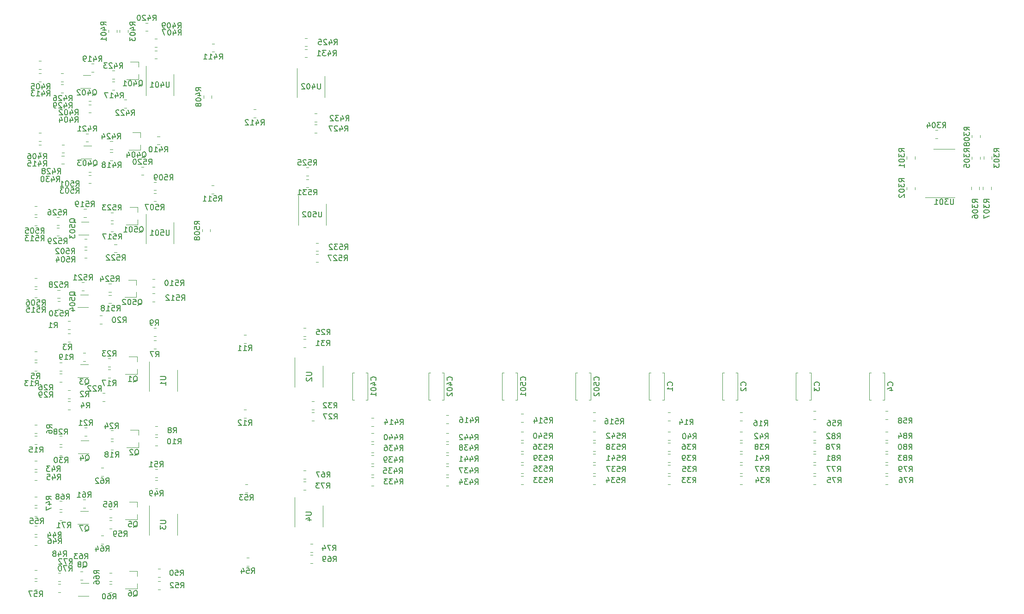
<source format=gbr>
%TF.GenerationSoftware,KiCad,Pcbnew,5.1.12-1.fc35*%
%TF.CreationDate,2022-04-18T11:49:52-04:00*%
%TF.ProjectId,kassuVCA,6b617373-7556-4434-912e-6b696361645f,rev?*%
%TF.SameCoordinates,Original*%
%TF.FileFunction,Legend,Bot*%
%TF.FilePolarity,Positive*%
%FSLAX46Y46*%
G04 Gerber Fmt 4.6, Leading zero omitted, Abs format (unit mm)*
G04 Created by KiCad (PCBNEW 5.1.12-1.fc35) date 2022-04-18 11:49:52*
%MOMM*%
%LPD*%
G01*
G04 APERTURE LIST*
%ADD10C,0.120000*%
%ADD11C,0.150000*%
G04 APERTURE END LIST*
D10*
%TO.C,R517*%
X42121064Y-64416000D02*
X41666936Y-64416000D01*
X42121064Y-65886000D02*
X41666936Y-65886000D01*
%TO.C,U502*%
X81173000Y-62738000D02*
X81173000Y-64688000D01*
X81173000Y-62738000D02*
X81173000Y-60788000D01*
X76053000Y-62738000D02*
X76053000Y-64688000D01*
X76053000Y-62738000D02*
X76053000Y-59288000D01*
%TO.C,U501*%
X53233000Y-66102000D02*
X53233000Y-68052000D01*
X53233000Y-66102000D02*
X53233000Y-64152000D01*
X48113000Y-66102000D02*
X48113000Y-68052000D01*
X48113000Y-66102000D02*
X48113000Y-62652000D01*
%TO.C,U402*%
X80919000Y-39305000D02*
X80919000Y-41255000D01*
X80919000Y-39305000D02*
X80919000Y-37355000D01*
X75799000Y-39305000D02*
X75799000Y-41255000D01*
X75799000Y-39305000D02*
X75799000Y-35855000D01*
%TO.C,U401*%
X53233000Y-38927000D02*
X53233000Y-40877000D01*
X53233000Y-38927000D02*
X53233000Y-36977000D01*
X48113000Y-38927000D02*
X48113000Y-40877000D01*
X48113000Y-38927000D02*
X48113000Y-35477000D01*
%TO.C,U301*%
X194448000Y-50725000D02*
X196398000Y-50725000D01*
X194448000Y-50725000D02*
X192498000Y-50725000D01*
X194448000Y-59595000D02*
X196398000Y-59595000D01*
X194448000Y-59595000D02*
X190998000Y-59595000D01*
%TO.C,U4*%
X80538000Y-118110000D02*
X80538000Y-120060000D01*
X80538000Y-118110000D02*
X80538000Y-116160000D01*
X75418000Y-118110000D02*
X75418000Y-120060000D01*
X75418000Y-118110000D02*
X75418000Y-114660000D01*
%TO.C,U3*%
X53868000Y-119634000D02*
X53868000Y-121584000D01*
X53868000Y-119634000D02*
X53868000Y-117684000D01*
X48748000Y-119634000D02*
X48748000Y-121584000D01*
X48748000Y-119634000D02*
X48748000Y-116184000D01*
%TO.C,U2*%
X80538000Y-92456000D02*
X80538000Y-94406000D01*
X80538000Y-92456000D02*
X80538000Y-90506000D01*
X75418000Y-92456000D02*
X75418000Y-94406000D01*
X75418000Y-92456000D02*
X75418000Y-89006000D01*
%TO.C,U1*%
X53868000Y-93218000D02*
X53868000Y-95168000D01*
X53868000Y-93218000D02*
X53868000Y-91268000D01*
X48748000Y-93218000D02*
X48748000Y-95168000D01*
X48748000Y-93218000D02*
X48748000Y-89768000D01*
%TO.C,R542*%
X130090936Y-104113000D02*
X130545064Y-104113000D01*
X130090936Y-102643000D02*
X130545064Y-102643000D01*
%TO.C,R541*%
X130090936Y-108177000D02*
X130545064Y-108177000D01*
X130090936Y-106707000D02*
X130545064Y-106707000D01*
%TO.C,R540*%
X116882936Y-104113000D02*
X117337064Y-104113000D01*
X116882936Y-102643000D02*
X117337064Y-102643000D01*
%TO.C,R539*%
X116866936Y-108177000D02*
X117321064Y-108177000D01*
X116866936Y-106707000D02*
X117321064Y-106707000D01*
%TO.C,R538*%
X130545064Y-104675000D02*
X130090936Y-104675000D01*
X130545064Y-106145000D02*
X130090936Y-106145000D01*
%TO.C,R537*%
X130545064Y-108739000D02*
X130090936Y-108739000D01*
X130545064Y-110209000D02*
X130090936Y-110209000D01*
%TO.C,R536*%
X117321064Y-104675000D02*
X116866936Y-104675000D01*
X117321064Y-106145000D02*
X116866936Y-106145000D01*
%TO.C,R535*%
X117305064Y-108739000D02*
X116850936Y-108739000D01*
X117305064Y-110209000D02*
X116850936Y-110209000D01*
%TO.C,R534*%
X130074936Y-112241000D02*
X130529064Y-112241000D01*
X130074936Y-110771000D02*
X130529064Y-110771000D01*
%TO.C,R533*%
X116882936Y-112241000D02*
X117337064Y-112241000D01*
X116882936Y-110771000D02*
X117337064Y-110771000D01*
%TO.C,R532*%
X79290936Y-69442000D02*
X79745064Y-69442000D01*
X79290936Y-67972000D02*
X79745064Y-67972000D01*
%TO.C,R531*%
X77496936Y-57758000D02*
X77951064Y-57758000D01*
X77496936Y-56288000D02*
X77951064Y-56288000D01*
%TO.C,R530*%
X32374064Y-78640000D02*
X31919936Y-78640000D01*
X32374064Y-80110000D02*
X31919936Y-80110000D01*
%TO.C,R529*%
X32215064Y-65178000D02*
X31760936Y-65178000D01*
X32215064Y-66648000D02*
X31760936Y-66648000D01*
%TO.C,R528*%
X31903936Y-78078000D02*
X32358064Y-78078000D01*
X31903936Y-76608000D02*
X32358064Y-76608000D01*
%TO.C,R527*%
X79729064Y-70004000D02*
X79274936Y-70004000D01*
X79729064Y-71474000D02*
X79274936Y-71474000D01*
%TO.C,R526*%
X31754936Y-64671000D02*
X32209064Y-64671000D01*
X31754936Y-63201000D02*
X32209064Y-63201000D01*
%TO.C,R525*%
X77935064Y-54129000D02*
X77480936Y-54129000D01*
X77935064Y-55599000D02*
X77480936Y-55599000D01*
%TO.C,R524*%
X41740064Y-75465000D02*
X41285936Y-75465000D01*
X41740064Y-76935000D02*
X41285936Y-76935000D01*
%TO.C,R523*%
X42121064Y-62384000D02*
X41666936Y-62384000D01*
X42121064Y-63854000D02*
X41666936Y-63854000D01*
%TO.C,R522*%
X42772064Y-68226000D02*
X42317936Y-68226000D01*
X42772064Y-69696000D02*
X42317936Y-69696000D01*
%TO.C,R521*%
X36803064Y-75211000D02*
X36348936Y-75211000D01*
X36803064Y-76681000D02*
X36348936Y-76681000D01*
%TO.C,R520*%
X47725064Y-54002000D02*
X47270936Y-54002000D01*
X47725064Y-55472000D02*
X47270936Y-55472000D01*
%TO.C,R519*%
X37168064Y-61749000D02*
X36713936Y-61749000D01*
X37168064Y-63219000D02*
X36713936Y-63219000D01*
%TO.C,R518*%
X41740064Y-77549000D02*
X41285936Y-77549000D01*
X41740064Y-79019000D02*
X41285936Y-79019000D01*
%TO.C,R516*%
X130074936Y-100557000D02*
X130529064Y-100557000D01*
X130074936Y-99087000D02*
X130529064Y-99087000D01*
%TO.C,R515*%
X28151064Y-76481000D02*
X27696936Y-76481000D01*
X28151064Y-77951000D02*
X27696936Y-77951000D01*
%TO.C,R514*%
X116882936Y-100811000D02*
X117337064Y-100811000D01*
X116882936Y-99341000D02*
X117337064Y-99341000D01*
%TO.C,R513*%
X28151064Y-63273000D02*
X27696936Y-63273000D01*
X28151064Y-64743000D02*
X27696936Y-64743000D01*
%TO.C,R512*%
X49318936Y-78713000D02*
X49773064Y-78713000D01*
X49318936Y-77243000D02*
X49773064Y-77243000D01*
%TO.C,R511*%
X60113936Y-58901000D02*
X60568064Y-58901000D01*
X60113936Y-57431000D02*
X60568064Y-57431000D01*
%TO.C,R510*%
X49302936Y-76046000D02*
X49757064Y-76046000D01*
X49302936Y-74576000D02*
X49757064Y-74576000D01*
%TO.C,R509*%
X49572936Y-58266000D02*
X50027064Y-58266000D01*
X49572936Y-56796000D02*
X50027064Y-56796000D01*
%TO.C,R508*%
X58447000Y-65431936D02*
X58447000Y-65886064D01*
X59917000Y-65431936D02*
X59917000Y-65886064D01*
%TO.C,R507*%
X50011064Y-58828000D02*
X49556936Y-58828000D01*
X50011064Y-60298000D02*
X49556936Y-60298000D01*
%TO.C,R506*%
X27728936Y-75919000D02*
X28183064Y-75919000D01*
X27728936Y-74449000D02*
X28183064Y-74449000D01*
%TO.C,R505*%
X27728936Y-62711000D02*
X28183064Y-62711000D01*
X27728936Y-61241000D02*
X28183064Y-61241000D01*
%TO.C,R504*%
X37311064Y-69242000D02*
X36856936Y-69242000D01*
X37311064Y-70712000D02*
X36856936Y-70712000D01*
%TO.C,R503*%
X38073064Y-55526000D02*
X37618936Y-55526000D01*
X38073064Y-56996000D02*
X37618936Y-56996000D01*
%TO.C,R502*%
X36856936Y-68680000D02*
X37311064Y-68680000D01*
X36856936Y-67210000D02*
X37311064Y-67210000D01*
%TO.C,R501*%
X37602936Y-54964000D02*
X38057064Y-54964000D01*
X37602936Y-53494000D02*
X38057064Y-53494000D01*
%TO.C,R442*%
X103150936Y-104367000D02*
X103605064Y-104367000D01*
X103150936Y-102897000D02*
X103605064Y-102897000D01*
%TO.C,R441*%
X103166936Y-108431000D02*
X103621064Y-108431000D01*
X103166936Y-106961000D02*
X103621064Y-106961000D01*
%TO.C,R440*%
X89418936Y-104367000D02*
X89873064Y-104367000D01*
X89418936Y-102897000D02*
X89873064Y-102897000D01*
%TO.C,R439*%
X89434936Y-108431000D02*
X89889064Y-108431000D01*
X89434936Y-106961000D02*
X89889064Y-106961000D01*
%TO.C,R438*%
X103589064Y-104929000D02*
X103134936Y-104929000D01*
X103589064Y-106399000D02*
X103134936Y-106399000D01*
%TO.C,R437*%
X103621064Y-108993000D02*
X103166936Y-108993000D01*
X103621064Y-110463000D02*
X103166936Y-110463000D01*
%TO.C,R436*%
X89889064Y-104929000D02*
X89434936Y-104929000D01*
X89889064Y-106399000D02*
X89434936Y-106399000D01*
%TO.C,R435*%
X89889064Y-108993000D02*
X89434936Y-108993000D01*
X89889064Y-110463000D02*
X89434936Y-110463000D01*
%TO.C,R434*%
X103166936Y-112495000D02*
X103621064Y-112495000D01*
X103166936Y-111025000D02*
X103621064Y-111025000D01*
%TO.C,R433*%
X89434936Y-112495000D02*
X89889064Y-112495000D01*
X89434936Y-111025000D02*
X89889064Y-111025000D01*
%TO.C,R432*%
X79036936Y-45693000D02*
X79491064Y-45693000D01*
X79036936Y-44223000D02*
X79491064Y-44223000D01*
%TO.C,R431*%
X77242936Y-33882000D02*
X77697064Y-33882000D01*
X77242936Y-32412000D02*
X77697064Y-32412000D01*
%TO.C,R430*%
X33104064Y-51970000D02*
X32649936Y-51970000D01*
X33104064Y-53440000D02*
X32649936Y-53440000D01*
%TO.C,R429*%
X33009064Y-38889000D02*
X32554936Y-38889000D01*
X33009064Y-40359000D02*
X32554936Y-40359000D01*
%TO.C,R428*%
X32681936Y-51408000D02*
X33136064Y-51408000D01*
X32681936Y-49938000D02*
X33136064Y-49938000D01*
%TO.C,R427*%
X79491064Y-46255000D02*
X79036936Y-46255000D01*
X79491064Y-47725000D02*
X79036936Y-47725000D01*
%TO.C,R426*%
X32554936Y-38327000D02*
X33009064Y-38327000D01*
X32554936Y-36857000D02*
X33009064Y-36857000D01*
%TO.C,R425*%
X77681064Y-30380000D02*
X77226936Y-30380000D01*
X77681064Y-31850000D02*
X77226936Y-31850000D01*
%TO.C,R424*%
X41994064Y-49303000D02*
X41539936Y-49303000D01*
X41994064Y-50773000D02*
X41539936Y-50773000D01*
%TO.C,R423*%
X42375064Y-36349000D02*
X41920936Y-36349000D01*
X42375064Y-37819000D02*
X41920936Y-37819000D01*
%TO.C,R422*%
X44111936Y-43153000D02*
X44566064Y-43153000D01*
X44111936Y-41683000D02*
X44566064Y-41683000D01*
%TO.C,R421*%
X37581064Y-47906000D02*
X37126936Y-47906000D01*
X37581064Y-49376000D02*
X37126936Y-49376000D01*
%TO.C,R420*%
X48487064Y-27586000D02*
X48032936Y-27586000D01*
X48487064Y-29056000D02*
X48032936Y-29056000D01*
%TO.C,R419*%
X38565064Y-35079000D02*
X38110936Y-35079000D01*
X38565064Y-36549000D02*
X38110936Y-36549000D01*
%TO.C,R418*%
X41994064Y-51335000D02*
X41539936Y-51335000D01*
X41994064Y-52805000D02*
X41539936Y-52805000D01*
%TO.C,R417*%
X42407064Y-38381000D02*
X41952936Y-38381000D01*
X42407064Y-39851000D02*
X41952936Y-39851000D01*
%TO.C,R416*%
X103166936Y-101065000D02*
X103621064Y-101065000D01*
X103166936Y-99595000D02*
X103621064Y-99595000D01*
%TO.C,R415*%
X28913064Y-49938000D02*
X28458936Y-49938000D01*
X28913064Y-51408000D02*
X28458936Y-51408000D01*
%TO.C,R414*%
X89450936Y-101573000D02*
X89905064Y-101573000D01*
X89450936Y-100103000D02*
X89905064Y-100103000D01*
%TO.C,R413*%
X28945064Y-36857000D02*
X28490936Y-36857000D01*
X28945064Y-38327000D02*
X28490936Y-38327000D01*
%TO.C,R412*%
X67844936Y-44931000D02*
X68299064Y-44931000D01*
X67844936Y-43461000D02*
X68299064Y-43461000D01*
%TO.C,R411*%
X60224936Y-32866000D02*
X60679064Y-32866000D01*
X60224936Y-31396000D02*
X60679064Y-31396000D01*
%TO.C,R410*%
X50191936Y-49884000D02*
X50646064Y-49884000D01*
X50191936Y-48414000D02*
X50646064Y-48414000D01*
%TO.C,R409*%
X49699936Y-31977000D02*
X50154064Y-31977000D01*
X49699936Y-30507000D02*
X50154064Y-30507000D01*
%TO.C,R408*%
X58701000Y-40904936D02*
X58701000Y-41359064D01*
X60171000Y-40904936D02*
X60171000Y-41359064D01*
%TO.C,R407*%
X50154064Y-32666000D02*
X49699936Y-32666000D01*
X50154064Y-34136000D02*
X49699936Y-34136000D01*
%TO.C,R406*%
X28458936Y-49249000D02*
X28913064Y-49249000D01*
X28458936Y-47779000D02*
X28913064Y-47779000D01*
%TO.C,R405*%
X28490936Y-36041000D02*
X28945064Y-36041000D01*
X28490936Y-34571000D02*
X28945064Y-34571000D01*
%TO.C,R404*%
X38089064Y-42572000D02*
X37634936Y-42572000D01*
X38089064Y-44042000D02*
X37634936Y-44042000D01*
%TO.C,R403*%
X44804000Y-29326064D02*
X44804000Y-28871936D01*
X43334000Y-29326064D02*
X43334000Y-28871936D01*
%TO.C,R402*%
X37618936Y-41883000D02*
X38073064Y-41883000D01*
X37618936Y-40413000D02*
X38073064Y-40413000D01*
%TO.C,R401*%
X41302000Y-28865336D02*
X41302000Y-29319464D01*
X42772000Y-28865336D02*
X42772000Y-29319464D01*
%TO.C,R308*%
X199544000Y-48159936D02*
X199544000Y-48614064D01*
X201014000Y-48159936D02*
X201014000Y-48614064D01*
%TO.C,R307*%
X201576000Y-57668936D02*
X201576000Y-58123064D01*
X203046000Y-57668936D02*
X203046000Y-58123064D01*
%TO.C,R306*%
X200887000Y-58139064D02*
X200887000Y-57684936D01*
X199417000Y-58139064D02*
X199417000Y-57684936D01*
%TO.C,R305*%
X199544000Y-52112936D02*
X199544000Y-52567064D01*
X201014000Y-52112936D02*
X201014000Y-52567064D01*
%TO.C,R304*%
X193251064Y-47271000D02*
X192796936Y-47271000D01*
X193251064Y-48741000D02*
X192796936Y-48741000D01*
%TO.C,R303*%
X203173000Y-52551064D02*
X203173000Y-52096936D01*
X201703000Y-52551064D02*
X201703000Y-52096936D01*
%TO.C,R302*%
X189076000Y-58155064D02*
X189076000Y-57700936D01*
X187606000Y-58155064D02*
X187606000Y-57700936D01*
%TO.C,R301*%
X187606000Y-52096936D02*
X187606000Y-52551064D01*
X189076000Y-52096936D02*
X189076000Y-52551064D01*
%TO.C,R84*%
X183684936Y-104113000D02*
X184139064Y-104113000D01*
X183684936Y-102643000D02*
X184139064Y-102643000D01*
%TO.C,R83*%
X183684936Y-108177000D02*
X184139064Y-108177000D01*
X183684936Y-106707000D02*
X184139064Y-106707000D01*
%TO.C,R82*%
X170476936Y-104113000D02*
X170931064Y-104113000D01*
X170476936Y-102643000D02*
X170931064Y-102643000D01*
%TO.C,R81*%
X170460936Y-108177000D02*
X170915064Y-108177000D01*
X170460936Y-106707000D02*
X170915064Y-106707000D01*
%TO.C,R80*%
X184107064Y-104675000D02*
X183652936Y-104675000D01*
X184107064Y-106145000D02*
X183652936Y-106145000D01*
%TO.C,R79*%
X184123064Y-108739000D02*
X183668936Y-108739000D01*
X184123064Y-110209000D02*
X183668936Y-110209000D01*
%TO.C,R78*%
X170915064Y-104675000D02*
X170460936Y-104675000D01*
X170915064Y-106145000D02*
X170460936Y-106145000D01*
%TO.C,R77*%
X170915064Y-108739000D02*
X170460936Y-108739000D01*
X170915064Y-110209000D02*
X170460936Y-110209000D01*
%TO.C,R76*%
X183684936Y-112241000D02*
X184139064Y-112241000D01*
X183684936Y-110771000D02*
X184139064Y-110771000D01*
%TO.C,R75*%
X170476936Y-112241000D02*
X170931064Y-112241000D01*
X170476936Y-110771000D02*
X170931064Y-110771000D01*
%TO.C,R74*%
X78274936Y-124687000D02*
X78729064Y-124687000D01*
X78274936Y-123217000D02*
X78729064Y-123217000D01*
%TO.C,R73*%
X77004936Y-113257000D02*
X77459064Y-113257000D01*
X77004936Y-111787000D02*
X77459064Y-111787000D01*
%TO.C,R72*%
X32469064Y-128551000D02*
X32014936Y-128551000D01*
X32469064Y-130021000D02*
X32014936Y-130021000D01*
%TO.C,R71*%
X32723064Y-117375000D02*
X32268936Y-117375000D01*
X32723064Y-118845000D02*
X32268936Y-118845000D01*
%TO.C,R70*%
X32014936Y-132053000D02*
X32469064Y-132053000D01*
X32014936Y-130583000D02*
X32469064Y-130583000D01*
%TO.C,R69*%
X78713064Y-125249000D02*
X78258936Y-125249000D01*
X78713064Y-126719000D02*
X78258936Y-126719000D01*
%TO.C,R68*%
X32268936Y-116813000D02*
X32723064Y-116813000D01*
X32268936Y-115343000D02*
X32723064Y-115343000D01*
%TO.C,R67*%
X77459064Y-109755000D02*
X77004936Y-109755000D01*
X77459064Y-111225000D02*
X77004936Y-111225000D01*
%TO.C,R66*%
X41867064Y-128551000D02*
X41412936Y-128551000D01*
X41867064Y-130021000D02*
X41412936Y-130021000D01*
%TO.C,R65*%
X41867064Y-116867000D02*
X41412936Y-116867000D01*
X41867064Y-118337000D02*
X41412936Y-118337000D01*
%TO.C,R64*%
X39904936Y-123163000D02*
X40359064Y-123163000D01*
X39904936Y-121693000D02*
X40359064Y-121693000D01*
%TO.C,R63*%
X36549064Y-128297000D02*
X36094936Y-128297000D01*
X36549064Y-129767000D02*
X36094936Y-129767000D01*
%TO.C,R62*%
X39904936Y-110717000D02*
X40359064Y-110717000D01*
X39904936Y-109247000D02*
X40359064Y-109247000D01*
%TO.C,R61*%
X37041064Y-115089000D02*
X36586936Y-115089000D01*
X37041064Y-116559000D02*
X36586936Y-116559000D01*
%TO.C,R60*%
X41867064Y-130583000D02*
X41412936Y-130583000D01*
X41867064Y-132053000D02*
X41412936Y-132053000D01*
%TO.C,R59*%
X41867064Y-118899000D02*
X41412936Y-118899000D01*
X41867064Y-120369000D02*
X41412936Y-120369000D01*
%TO.C,R58*%
X183668936Y-100303000D02*
X184123064Y-100303000D01*
X183668936Y-98833000D02*
X184123064Y-98833000D01*
%TO.C,R57*%
X28151064Y-130075000D02*
X27696936Y-130075000D01*
X28151064Y-131545000D02*
X27696936Y-131545000D01*
%TO.C,R56*%
X170460936Y-100303000D02*
X170915064Y-100303000D01*
X170460936Y-98833000D02*
X170915064Y-98833000D01*
%TO.C,R55*%
X28183064Y-116613000D02*
X27728936Y-116613000D01*
X28183064Y-118083000D02*
X27728936Y-118083000D01*
%TO.C,R54*%
X66590936Y-127227000D02*
X67045064Y-127227000D01*
X66590936Y-125757000D02*
X67045064Y-125757000D01*
%TO.C,R53*%
X66320936Y-113765000D02*
X66775064Y-113765000D01*
X66320936Y-112295000D02*
X66775064Y-112295000D01*
%TO.C,R52*%
X50773064Y-130075000D02*
X50318936Y-130075000D01*
X50773064Y-131545000D02*
X50318936Y-131545000D01*
%TO.C,R51*%
X50249064Y-109501000D02*
X49794936Y-109501000D01*
X50249064Y-110971000D02*
X49794936Y-110971000D01*
%TO.C,R50*%
X50318936Y-129259000D02*
X50773064Y-129259000D01*
X50318936Y-127789000D02*
X50773064Y-127789000D01*
%TO.C,R49*%
X49810936Y-113003000D02*
X50265064Y-113003000D01*
X49810936Y-111533000D02*
X50265064Y-111533000D01*
%TO.C,R48*%
X27696936Y-129513000D02*
X28151064Y-129513000D01*
X27696936Y-128043000D02*
X28151064Y-128043000D01*
%TO.C,R47*%
X27728936Y-116051000D02*
X28183064Y-116051000D01*
X27728936Y-114581000D02*
X28183064Y-114581000D01*
%TO.C,R46*%
X28167064Y-121947000D02*
X27712936Y-121947000D01*
X28167064Y-123417000D02*
X27712936Y-123417000D01*
%TO.C,R45*%
X28167064Y-110009000D02*
X27712936Y-110009000D01*
X28167064Y-111479000D02*
X27712936Y-111479000D01*
%TO.C,R44*%
X27728936Y-121385000D02*
X28183064Y-121385000D01*
X27728936Y-119915000D02*
X28183064Y-119915000D01*
%TO.C,R43*%
X27712936Y-109447000D02*
X28167064Y-109447000D01*
X27712936Y-107977000D02*
X28167064Y-107977000D01*
%TO.C,R42*%
X156998936Y-104113000D02*
X157453064Y-104113000D01*
X156998936Y-102643000D02*
X157453064Y-102643000D01*
%TO.C,R41*%
X156998936Y-108177000D02*
X157453064Y-108177000D01*
X156998936Y-106707000D02*
X157453064Y-106707000D01*
%TO.C,R40*%
X143806936Y-104113000D02*
X144261064Y-104113000D01*
X143806936Y-102643000D02*
X144261064Y-102643000D01*
%TO.C,R39*%
X143790936Y-108177000D02*
X144245064Y-108177000D01*
X143790936Y-106707000D02*
X144245064Y-106707000D01*
%TO.C,R38*%
X157453064Y-104675000D02*
X156998936Y-104675000D01*
X157453064Y-106145000D02*
X156998936Y-106145000D01*
%TO.C,R37*%
X157437064Y-108739000D02*
X156982936Y-108739000D01*
X157437064Y-110209000D02*
X156982936Y-110209000D01*
%TO.C,R36*%
X144229064Y-104675000D02*
X143774936Y-104675000D01*
X144229064Y-106145000D02*
X143774936Y-106145000D01*
%TO.C,R35*%
X144229064Y-108739000D02*
X143774936Y-108739000D01*
X144229064Y-110209000D02*
X143774936Y-110209000D01*
%TO.C,R34*%
X156998936Y-112241000D02*
X157453064Y-112241000D01*
X156998936Y-110771000D02*
X157453064Y-110771000D01*
%TO.C,R33*%
X143806936Y-112241000D02*
X144261064Y-112241000D01*
X143806936Y-110771000D02*
X144261064Y-110771000D01*
%TO.C,R32*%
X78496936Y-98525000D02*
X78951064Y-98525000D01*
X78496936Y-97055000D02*
X78951064Y-97055000D01*
%TO.C,R31*%
X77004936Y-87095000D02*
X77459064Y-87095000D01*
X77004936Y-85625000D02*
X77459064Y-85625000D01*
%TO.C,R30*%
X32739064Y-105437000D02*
X32284936Y-105437000D01*
X32739064Y-106907000D02*
X32284936Y-106907000D01*
%TO.C,R29*%
X32723064Y-91975000D02*
X32268936Y-91975000D01*
X32723064Y-93445000D02*
X32268936Y-93445000D01*
%TO.C,R28*%
X32284936Y-104875000D02*
X32739064Y-104875000D01*
X32284936Y-103405000D02*
X32739064Y-103405000D01*
%TO.C,R27*%
X78951064Y-99087000D02*
X78496936Y-99087000D01*
X78951064Y-100557000D02*
X78496936Y-100557000D01*
%TO.C,R26*%
X32268936Y-91413000D02*
X32723064Y-91413000D01*
X32268936Y-89943000D02*
X32723064Y-89943000D01*
%TO.C,R25*%
X77427064Y-83593000D02*
X76972936Y-83593000D01*
X77427064Y-85063000D02*
X76972936Y-85063000D01*
%TO.C,R24*%
X41682936Y-103859000D02*
X42137064Y-103859000D01*
X41682936Y-102389000D02*
X42137064Y-102389000D01*
%TO.C,R23*%
X41629064Y-89181000D02*
X41174936Y-89181000D01*
X41629064Y-90651000D02*
X41174936Y-90651000D01*
%TO.C,R22*%
X40613064Y-95531000D02*
X40158936Y-95531000D01*
X40613064Y-97001000D02*
X40158936Y-97001000D01*
%TO.C,R21*%
X37327064Y-101881000D02*
X36872936Y-101881000D01*
X37327064Y-103351000D02*
X36872936Y-103351000D01*
%TO.C,R20*%
X40121064Y-81307000D02*
X39666936Y-81307000D01*
X40121064Y-82777000D02*
X39666936Y-82777000D01*
%TO.C,R19*%
X37057064Y-88165000D02*
X36602936Y-88165000D01*
X37057064Y-89635000D02*
X36602936Y-89635000D01*
%TO.C,R18*%
X41666936Y-105891000D02*
X42121064Y-105891000D01*
X41666936Y-104421000D02*
X42121064Y-104421000D01*
%TO.C,R17*%
X41645064Y-91213000D02*
X41190936Y-91213000D01*
X41645064Y-92683000D02*
X41190936Y-92683000D01*
%TO.C,R16*%
X157014936Y-100557000D02*
X157469064Y-100557000D01*
X157014936Y-99087000D02*
X157469064Y-99087000D01*
%TO.C,R15*%
X28167064Y-103405000D02*
X27712936Y-103405000D01*
X28167064Y-104875000D02*
X27712936Y-104875000D01*
%TO.C,R14*%
X143806936Y-100557000D02*
X144261064Y-100557000D01*
X143806936Y-99087000D02*
X144261064Y-99087000D01*
%TO.C,R13*%
X28183064Y-89943000D02*
X27728936Y-89943000D01*
X28183064Y-91413000D02*
X27728936Y-91413000D01*
%TO.C,R12*%
X66066936Y-100049000D02*
X66521064Y-100049000D01*
X66066936Y-98579000D02*
X66521064Y-98579000D01*
%TO.C,R11*%
X66066936Y-86333000D02*
X66521064Y-86333000D01*
X66066936Y-84863000D02*
X66521064Y-84863000D01*
%TO.C,R10*%
X49794936Y-105129000D02*
X50249064Y-105129000D01*
X49794936Y-103659000D02*
X50249064Y-103659000D01*
%TO.C,R9*%
X49556936Y-85063000D02*
X50011064Y-85063000D01*
X49556936Y-83593000D02*
X50011064Y-83593000D01*
%TO.C,R8*%
X49794936Y-103097000D02*
X50249064Y-103097000D01*
X49794936Y-101627000D02*
X50249064Y-101627000D01*
%TO.C,R7*%
X49995064Y-85879000D02*
X49540936Y-85879000D01*
X49995064Y-87349000D02*
X49540936Y-87349000D01*
%TO.C,R6*%
X27712936Y-102843000D02*
X28167064Y-102843000D01*
X27712936Y-101373000D02*
X28167064Y-101373000D01*
%TO.C,R5*%
X27728936Y-89381000D02*
X28183064Y-89381000D01*
X27728936Y-87911000D02*
X28183064Y-87911000D01*
%TO.C,R4*%
X34263064Y-97055000D02*
X33808936Y-97055000D01*
X34263064Y-98525000D02*
X33808936Y-98525000D01*
%TO.C,R3*%
X34247064Y-84609000D02*
X33792936Y-84609000D01*
X34247064Y-86079000D02*
X33792936Y-86079000D01*
%TO.C,R2*%
X33808936Y-96493000D02*
X34263064Y-96493000D01*
X33808936Y-95023000D02*
X34263064Y-95023000D01*
%TO.C,R1*%
X33824936Y-83793000D02*
X34279064Y-83793000D01*
X33824936Y-82323000D02*
X34279064Y-82323000D01*
%TO.C,Q504*%
X37530000Y-79773000D02*
X35630000Y-79773000D01*
X36130000Y-77453000D02*
X37530000Y-77453000D01*
%TO.C,Q503*%
X37657000Y-66438000D02*
X35757000Y-66438000D01*
X36257000Y-64118000D02*
X37657000Y-64118000D01*
%TO.C,Q502*%
X46353000Y-74747000D02*
X46353000Y-75677000D01*
X46353000Y-77907000D02*
X46353000Y-76977000D01*
X46353000Y-77907000D02*
X44193000Y-77907000D01*
X46353000Y-74747000D02*
X44893000Y-74747000D01*
%TO.C,Q501*%
X46607000Y-61412000D02*
X46607000Y-62342000D01*
X46607000Y-64572000D02*
X46607000Y-63642000D01*
X46607000Y-64572000D02*
X44447000Y-64572000D01*
X46607000Y-61412000D02*
X45147000Y-61412000D01*
%TO.C,Q404*%
X47115000Y-47696000D02*
X47115000Y-48626000D01*
X47115000Y-50856000D02*
X47115000Y-49926000D01*
X47115000Y-50856000D02*
X44955000Y-50856000D01*
X47115000Y-47696000D02*
X45655000Y-47696000D01*
%TO.C,Q403*%
X38099000Y-52468000D02*
X36199000Y-52468000D01*
X36699000Y-50148000D02*
X38099000Y-50148000D01*
%TO.C,Q402*%
X37977000Y-39514000D02*
X36077000Y-39514000D01*
X36577000Y-37194000D02*
X37977000Y-37194000D01*
%TO.C,Q401*%
X46734000Y-34742000D02*
X46734000Y-35672000D01*
X46734000Y-37902000D02*
X46734000Y-36972000D01*
X46734000Y-37902000D02*
X44574000Y-37902000D01*
X46734000Y-34742000D02*
X45274000Y-34742000D01*
%TO.C,Q8*%
X37596000Y-132732000D02*
X35696000Y-132732000D01*
X36196000Y-130412000D02*
X37596000Y-130412000D01*
%TO.C,Q7*%
X37530000Y-119524000D02*
X35630000Y-119524000D01*
X36130000Y-117204000D02*
X37530000Y-117204000D01*
%TO.C,Q6*%
X46496000Y-128214000D02*
X46496000Y-129144000D01*
X46496000Y-131374000D02*
X46496000Y-130444000D01*
X46496000Y-131374000D02*
X44336000Y-131374000D01*
X46496000Y-128214000D02*
X45036000Y-128214000D01*
%TO.C,Q5*%
X46496000Y-115514000D02*
X46496000Y-116444000D01*
X46496000Y-118674000D02*
X46496000Y-117744000D01*
X46496000Y-118674000D02*
X44336000Y-118674000D01*
X46496000Y-115514000D02*
X45036000Y-115514000D01*
%TO.C,Q4*%
X37596000Y-106570000D02*
X35696000Y-106570000D01*
X36196000Y-104250000D02*
X37596000Y-104250000D01*
%TO.C,Q3*%
X37530000Y-92600000D02*
X35630000Y-92600000D01*
X36130000Y-90280000D02*
X37530000Y-90280000D01*
%TO.C,Q2*%
X46734000Y-102306000D02*
X46734000Y-103236000D01*
X46734000Y-105466000D02*
X46734000Y-104536000D01*
X46734000Y-105466000D02*
X44574000Y-105466000D01*
X46734000Y-102306000D02*
X45274000Y-102306000D01*
%TO.C,Q1*%
X46480000Y-88844000D02*
X46480000Y-89774000D01*
X46480000Y-92004000D02*
X46480000Y-91074000D01*
X46480000Y-92004000D02*
X44320000Y-92004000D01*
X46480000Y-88844000D02*
X45020000Y-88844000D01*
%TO.C,C502*%
X129640000Y-96744000D02*
X129640000Y-91804000D01*
X126900000Y-96744000D02*
X126900000Y-91804000D01*
X129640000Y-96744000D02*
X129325000Y-96744000D01*
X127215000Y-96744000D02*
X126900000Y-96744000D01*
X129640000Y-91804000D02*
X129325000Y-91804000D01*
X127215000Y-91804000D02*
X126900000Y-91804000D01*
%TO.C,C501*%
X116178000Y-96744000D02*
X116178000Y-91804000D01*
X113438000Y-96744000D02*
X113438000Y-91804000D01*
X116178000Y-96744000D02*
X115863000Y-96744000D01*
X113753000Y-96744000D02*
X113438000Y-96744000D01*
X116178000Y-91804000D02*
X115863000Y-91804000D01*
X113753000Y-91804000D02*
X113438000Y-91804000D01*
%TO.C,C402*%
X102716000Y-96744000D02*
X102716000Y-91804000D01*
X99976000Y-96744000D02*
X99976000Y-91804000D01*
X102716000Y-96744000D02*
X102401000Y-96744000D01*
X100291000Y-96744000D02*
X99976000Y-96744000D01*
X102716000Y-91804000D02*
X102401000Y-91804000D01*
X100291000Y-91804000D02*
X99976000Y-91804000D01*
%TO.C,C401*%
X88746000Y-96744000D02*
X88746000Y-91804000D01*
X86006000Y-96744000D02*
X86006000Y-91804000D01*
X88746000Y-96744000D02*
X88431000Y-96744000D01*
X86321000Y-96744000D02*
X86006000Y-96744000D01*
X88746000Y-91804000D02*
X88431000Y-91804000D01*
X86321000Y-91804000D02*
X86006000Y-91804000D01*
%TO.C,C4*%
X183488000Y-96744000D02*
X183488000Y-91804000D01*
X180748000Y-96744000D02*
X180748000Y-91804000D01*
X183488000Y-96744000D02*
X183173000Y-96744000D01*
X181063000Y-96744000D02*
X180748000Y-96744000D01*
X183488000Y-91804000D02*
X183173000Y-91804000D01*
X181063000Y-91804000D02*
X180748000Y-91804000D01*
%TO.C,C3*%
X170026000Y-96744000D02*
X170026000Y-91804000D01*
X167286000Y-96744000D02*
X167286000Y-91804000D01*
X170026000Y-96744000D02*
X169711000Y-96744000D01*
X167601000Y-96744000D02*
X167286000Y-96744000D01*
X170026000Y-91804000D02*
X169711000Y-91804000D01*
X167601000Y-91804000D02*
X167286000Y-91804000D01*
%TO.C,C2*%
X156564000Y-96744000D02*
X156564000Y-91804000D01*
X153824000Y-96744000D02*
X153824000Y-91804000D01*
X156564000Y-96744000D02*
X156249000Y-96744000D01*
X154139000Y-96744000D02*
X153824000Y-96744000D01*
X156564000Y-91804000D02*
X156249000Y-91804000D01*
X154139000Y-91804000D02*
X153824000Y-91804000D01*
%TO.C,C1*%
X143102000Y-96744000D02*
X143102000Y-91804000D01*
X140362000Y-96744000D02*
X140362000Y-91804000D01*
X143102000Y-96744000D02*
X142787000Y-96744000D01*
X140677000Y-96744000D02*
X140362000Y-96744000D01*
X143102000Y-91804000D02*
X142787000Y-91804000D01*
X140677000Y-91804000D02*
X140362000Y-91804000D01*
%TO.C,R517*%
D11*
X43092547Y-67254380D02*
X43425880Y-66778190D01*
X43663976Y-67254380D02*
X43663976Y-66254380D01*
X43283023Y-66254380D01*
X43187785Y-66302000D01*
X43140166Y-66349619D01*
X43092547Y-66444857D01*
X43092547Y-66587714D01*
X43140166Y-66682952D01*
X43187785Y-66730571D01*
X43283023Y-66778190D01*
X43663976Y-66778190D01*
X42187785Y-66254380D02*
X42663976Y-66254380D01*
X42711595Y-66730571D01*
X42663976Y-66682952D01*
X42568738Y-66635333D01*
X42330642Y-66635333D01*
X42235404Y-66682952D01*
X42187785Y-66730571D01*
X42140166Y-66825809D01*
X42140166Y-67063904D01*
X42187785Y-67159142D01*
X42235404Y-67206761D01*
X42330642Y-67254380D01*
X42568738Y-67254380D01*
X42663976Y-67206761D01*
X42711595Y-67159142D01*
X41187785Y-67254380D02*
X41759214Y-67254380D01*
X41473500Y-67254380D02*
X41473500Y-66254380D01*
X41568738Y-66397238D01*
X41663976Y-66492476D01*
X41759214Y-66540095D01*
X40854452Y-66254380D02*
X40187785Y-66254380D01*
X40616357Y-67254380D01*
%TO.C,U502*%
X80327285Y-62190380D02*
X80327285Y-62999904D01*
X80279666Y-63095142D01*
X80232047Y-63142761D01*
X80136809Y-63190380D01*
X79946333Y-63190380D01*
X79851095Y-63142761D01*
X79803476Y-63095142D01*
X79755857Y-62999904D01*
X79755857Y-62190380D01*
X78803476Y-62190380D02*
X79279666Y-62190380D01*
X79327285Y-62666571D01*
X79279666Y-62618952D01*
X79184428Y-62571333D01*
X78946333Y-62571333D01*
X78851095Y-62618952D01*
X78803476Y-62666571D01*
X78755857Y-62761809D01*
X78755857Y-62999904D01*
X78803476Y-63095142D01*
X78851095Y-63142761D01*
X78946333Y-63190380D01*
X79184428Y-63190380D01*
X79279666Y-63142761D01*
X79327285Y-63095142D01*
X78136809Y-62190380D02*
X78041571Y-62190380D01*
X77946333Y-62238000D01*
X77898714Y-62285619D01*
X77851095Y-62380857D01*
X77803476Y-62571333D01*
X77803476Y-62809428D01*
X77851095Y-62999904D01*
X77898714Y-63095142D01*
X77946333Y-63142761D01*
X78041571Y-63190380D01*
X78136809Y-63190380D01*
X78232047Y-63142761D01*
X78279666Y-63095142D01*
X78327285Y-62999904D01*
X78374904Y-62809428D01*
X78374904Y-62571333D01*
X78327285Y-62380857D01*
X78279666Y-62285619D01*
X78232047Y-62238000D01*
X78136809Y-62190380D01*
X77422523Y-62285619D02*
X77374904Y-62238000D01*
X77279666Y-62190380D01*
X77041571Y-62190380D01*
X76946333Y-62238000D01*
X76898714Y-62285619D01*
X76851095Y-62380857D01*
X76851095Y-62476095D01*
X76898714Y-62618952D01*
X77470142Y-63190380D01*
X76851095Y-63190380D01*
%TO.C,U501*%
X52387285Y-65555880D02*
X52387285Y-66365404D01*
X52339666Y-66460642D01*
X52292047Y-66508261D01*
X52196809Y-66555880D01*
X52006333Y-66555880D01*
X51911095Y-66508261D01*
X51863476Y-66460642D01*
X51815857Y-66365404D01*
X51815857Y-65555880D01*
X50863476Y-65555880D02*
X51339666Y-65555880D01*
X51387285Y-66032071D01*
X51339666Y-65984452D01*
X51244428Y-65936833D01*
X51006333Y-65936833D01*
X50911095Y-65984452D01*
X50863476Y-66032071D01*
X50815857Y-66127309D01*
X50815857Y-66365404D01*
X50863476Y-66460642D01*
X50911095Y-66508261D01*
X51006333Y-66555880D01*
X51244428Y-66555880D01*
X51339666Y-66508261D01*
X51387285Y-66460642D01*
X50196809Y-65555880D02*
X50101571Y-65555880D01*
X50006333Y-65603500D01*
X49958714Y-65651119D01*
X49911095Y-65746357D01*
X49863476Y-65936833D01*
X49863476Y-66174928D01*
X49911095Y-66365404D01*
X49958714Y-66460642D01*
X50006333Y-66508261D01*
X50101571Y-66555880D01*
X50196809Y-66555880D01*
X50292047Y-66508261D01*
X50339666Y-66460642D01*
X50387285Y-66365404D01*
X50434904Y-66174928D01*
X50434904Y-65936833D01*
X50387285Y-65746357D01*
X50339666Y-65651119D01*
X50292047Y-65603500D01*
X50196809Y-65555880D01*
X48911095Y-66555880D02*
X49482523Y-66555880D01*
X49196809Y-66555880D02*
X49196809Y-65555880D01*
X49292047Y-65698738D01*
X49387285Y-65793976D01*
X49482523Y-65841595D01*
%TO.C,U402*%
X80136785Y-38695380D02*
X80136785Y-39504904D01*
X80089166Y-39600142D01*
X80041547Y-39647761D01*
X79946309Y-39695380D01*
X79755833Y-39695380D01*
X79660595Y-39647761D01*
X79612976Y-39600142D01*
X79565357Y-39504904D01*
X79565357Y-38695380D01*
X78660595Y-39028714D02*
X78660595Y-39695380D01*
X78898690Y-38647761D02*
X79136785Y-39362047D01*
X78517738Y-39362047D01*
X77946309Y-38695380D02*
X77851071Y-38695380D01*
X77755833Y-38743000D01*
X77708214Y-38790619D01*
X77660595Y-38885857D01*
X77612976Y-39076333D01*
X77612976Y-39314428D01*
X77660595Y-39504904D01*
X77708214Y-39600142D01*
X77755833Y-39647761D01*
X77851071Y-39695380D01*
X77946309Y-39695380D01*
X78041547Y-39647761D01*
X78089166Y-39600142D01*
X78136785Y-39504904D01*
X78184404Y-39314428D01*
X78184404Y-39076333D01*
X78136785Y-38885857D01*
X78089166Y-38790619D01*
X78041547Y-38743000D01*
X77946309Y-38695380D01*
X77232023Y-38790619D02*
X77184404Y-38743000D01*
X77089166Y-38695380D01*
X76851071Y-38695380D01*
X76755833Y-38743000D01*
X76708214Y-38790619D01*
X76660595Y-38885857D01*
X76660595Y-38981095D01*
X76708214Y-39123952D01*
X77279642Y-39695380D01*
X76660595Y-39695380D01*
%TO.C,U401*%
X52387285Y-38377880D02*
X52387285Y-39187404D01*
X52339666Y-39282642D01*
X52292047Y-39330261D01*
X52196809Y-39377880D01*
X52006333Y-39377880D01*
X51911095Y-39330261D01*
X51863476Y-39282642D01*
X51815857Y-39187404D01*
X51815857Y-38377880D01*
X50911095Y-38711214D02*
X50911095Y-39377880D01*
X51149190Y-38330261D02*
X51387285Y-39044547D01*
X50768238Y-39044547D01*
X50196809Y-38377880D02*
X50101571Y-38377880D01*
X50006333Y-38425500D01*
X49958714Y-38473119D01*
X49911095Y-38568357D01*
X49863476Y-38758833D01*
X49863476Y-38996928D01*
X49911095Y-39187404D01*
X49958714Y-39282642D01*
X50006333Y-39330261D01*
X50101571Y-39377880D01*
X50196809Y-39377880D01*
X50292047Y-39330261D01*
X50339666Y-39282642D01*
X50387285Y-39187404D01*
X50434904Y-38996928D01*
X50434904Y-38758833D01*
X50387285Y-38568357D01*
X50339666Y-38473119D01*
X50292047Y-38425500D01*
X50196809Y-38377880D01*
X48911095Y-39377880D02*
X49482523Y-39377880D01*
X49196809Y-39377880D02*
X49196809Y-38377880D01*
X49292047Y-38520738D01*
X49387285Y-38615976D01*
X49482523Y-38663595D01*
%TO.C,U301*%
X196162285Y-59892380D02*
X196162285Y-60701904D01*
X196114666Y-60797142D01*
X196067047Y-60844761D01*
X195971809Y-60892380D01*
X195781333Y-60892380D01*
X195686095Y-60844761D01*
X195638476Y-60797142D01*
X195590857Y-60701904D01*
X195590857Y-59892380D01*
X195209904Y-59892380D02*
X194590857Y-59892380D01*
X194924190Y-60273333D01*
X194781333Y-60273333D01*
X194686095Y-60320952D01*
X194638476Y-60368571D01*
X194590857Y-60463809D01*
X194590857Y-60701904D01*
X194638476Y-60797142D01*
X194686095Y-60844761D01*
X194781333Y-60892380D01*
X195067047Y-60892380D01*
X195162285Y-60844761D01*
X195209904Y-60797142D01*
X193971809Y-59892380D02*
X193876571Y-59892380D01*
X193781333Y-59940000D01*
X193733714Y-59987619D01*
X193686095Y-60082857D01*
X193638476Y-60273333D01*
X193638476Y-60511428D01*
X193686095Y-60701904D01*
X193733714Y-60797142D01*
X193781333Y-60844761D01*
X193876571Y-60892380D01*
X193971809Y-60892380D01*
X194067047Y-60844761D01*
X194114666Y-60797142D01*
X194162285Y-60701904D01*
X194209904Y-60511428D01*
X194209904Y-60273333D01*
X194162285Y-60082857D01*
X194114666Y-59987619D01*
X194067047Y-59940000D01*
X193971809Y-59892380D01*
X192686095Y-60892380D02*
X193257523Y-60892380D01*
X192971809Y-60892380D02*
X192971809Y-59892380D01*
X193067047Y-60035238D01*
X193162285Y-60130476D01*
X193257523Y-60178095D01*
%TO.C,U4*%
X77430380Y-117348095D02*
X78239904Y-117348095D01*
X78335142Y-117395714D01*
X78382761Y-117443333D01*
X78430380Y-117538571D01*
X78430380Y-117729047D01*
X78382761Y-117824285D01*
X78335142Y-117871904D01*
X78239904Y-117919523D01*
X77430380Y-117919523D01*
X77763714Y-118824285D02*
X78430380Y-118824285D01*
X77382761Y-118586190D02*
X78097047Y-118348095D01*
X78097047Y-118967142D01*
%TO.C,U3*%
X50760380Y-118872095D02*
X51569904Y-118872095D01*
X51665142Y-118919714D01*
X51712761Y-118967333D01*
X51760380Y-119062571D01*
X51760380Y-119253047D01*
X51712761Y-119348285D01*
X51665142Y-119395904D01*
X51569904Y-119443523D01*
X50760380Y-119443523D01*
X50760380Y-119824476D02*
X50760380Y-120443523D01*
X51141333Y-120110190D01*
X51141333Y-120253047D01*
X51188952Y-120348285D01*
X51236571Y-120395904D01*
X51331809Y-120443523D01*
X51569904Y-120443523D01*
X51665142Y-120395904D01*
X51712761Y-120348285D01*
X51760380Y-120253047D01*
X51760380Y-119967333D01*
X51712761Y-119872095D01*
X51665142Y-119824476D01*
%TO.C,U2*%
X77493880Y-91694095D02*
X78303404Y-91694095D01*
X78398642Y-91741714D01*
X78446261Y-91789333D01*
X78493880Y-91884571D01*
X78493880Y-92075047D01*
X78446261Y-92170285D01*
X78398642Y-92217904D01*
X78303404Y-92265523D01*
X77493880Y-92265523D01*
X77589119Y-92694095D02*
X77541500Y-92741714D01*
X77493880Y-92836952D01*
X77493880Y-93075047D01*
X77541500Y-93170285D01*
X77589119Y-93217904D01*
X77684357Y-93265523D01*
X77779595Y-93265523D01*
X77922452Y-93217904D01*
X78493880Y-92646476D01*
X78493880Y-93265523D01*
%TO.C,U1*%
X50760380Y-92456095D02*
X51569904Y-92456095D01*
X51665142Y-92503714D01*
X51712761Y-92551333D01*
X51760380Y-92646571D01*
X51760380Y-92837047D01*
X51712761Y-92932285D01*
X51665142Y-92979904D01*
X51569904Y-93027523D01*
X50760380Y-93027523D01*
X51760380Y-94027523D02*
X51760380Y-93456095D01*
X51760380Y-93741809D02*
X50760380Y-93741809D01*
X50903238Y-93646571D01*
X50998476Y-93551333D01*
X51046095Y-93456095D01*
%TO.C,R542*%
X135421547Y-103830380D02*
X135754880Y-103354190D01*
X135992976Y-103830380D02*
X135992976Y-102830380D01*
X135612023Y-102830380D01*
X135516785Y-102878000D01*
X135469166Y-102925619D01*
X135421547Y-103020857D01*
X135421547Y-103163714D01*
X135469166Y-103258952D01*
X135516785Y-103306571D01*
X135612023Y-103354190D01*
X135992976Y-103354190D01*
X134516785Y-102830380D02*
X134992976Y-102830380D01*
X135040595Y-103306571D01*
X134992976Y-103258952D01*
X134897738Y-103211333D01*
X134659642Y-103211333D01*
X134564404Y-103258952D01*
X134516785Y-103306571D01*
X134469166Y-103401809D01*
X134469166Y-103639904D01*
X134516785Y-103735142D01*
X134564404Y-103782761D01*
X134659642Y-103830380D01*
X134897738Y-103830380D01*
X134992976Y-103782761D01*
X135040595Y-103735142D01*
X133612023Y-103163714D02*
X133612023Y-103830380D01*
X133850119Y-102782761D02*
X134088214Y-103497047D01*
X133469166Y-103497047D01*
X133135833Y-102925619D02*
X133088214Y-102878000D01*
X132992976Y-102830380D01*
X132754880Y-102830380D01*
X132659642Y-102878000D01*
X132612023Y-102925619D01*
X132564404Y-103020857D01*
X132564404Y-103116095D01*
X132612023Y-103258952D01*
X133183452Y-103830380D01*
X132564404Y-103830380D01*
%TO.C,R541*%
X135421547Y-107894380D02*
X135754880Y-107418190D01*
X135992976Y-107894380D02*
X135992976Y-106894380D01*
X135612023Y-106894380D01*
X135516785Y-106942000D01*
X135469166Y-106989619D01*
X135421547Y-107084857D01*
X135421547Y-107227714D01*
X135469166Y-107322952D01*
X135516785Y-107370571D01*
X135612023Y-107418190D01*
X135992976Y-107418190D01*
X134516785Y-106894380D02*
X134992976Y-106894380D01*
X135040595Y-107370571D01*
X134992976Y-107322952D01*
X134897738Y-107275333D01*
X134659642Y-107275333D01*
X134564404Y-107322952D01*
X134516785Y-107370571D01*
X134469166Y-107465809D01*
X134469166Y-107703904D01*
X134516785Y-107799142D01*
X134564404Y-107846761D01*
X134659642Y-107894380D01*
X134897738Y-107894380D01*
X134992976Y-107846761D01*
X135040595Y-107799142D01*
X133612023Y-107227714D02*
X133612023Y-107894380D01*
X133850119Y-106846761D02*
X134088214Y-107561047D01*
X133469166Y-107561047D01*
X132564404Y-107894380D02*
X133135833Y-107894380D01*
X132850119Y-107894380D02*
X132850119Y-106894380D01*
X132945357Y-107037238D01*
X133040595Y-107132476D01*
X133135833Y-107180095D01*
%TO.C,R540*%
X122023047Y-103830380D02*
X122356380Y-103354190D01*
X122594476Y-103830380D02*
X122594476Y-102830380D01*
X122213523Y-102830380D01*
X122118285Y-102878000D01*
X122070666Y-102925619D01*
X122023047Y-103020857D01*
X122023047Y-103163714D01*
X122070666Y-103258952D01*
X122118285Y-103306571D01*
X122213523Y-103354190D01*
X122594476Y-103354190D01*
X121118285Y-102830380D02*
X121594476Y-102830380D01*
X121642095Y-103306571D01*
X121594476Y-103258952D01*
X121499238Y-103211333D01*
X121261142Y-103211333D01*
X121165904Y-103258952D01*
X121118285Y-103306571D01*
X121070666Y-103401809D01*
X121070666Y-103639904D01*
X121118285Y-103735142D01*
X121165904Y-103782761D01*
X121261142Y-103830380D01*
X121499238Y-103830380D01*
X121594476Y-103782761D01*
X121642095Y-103735142D01*
X120213523Y-103163714D02*
X120213523Y-103830380D01*
X120451619Y-102782761D02*
X120689714Y-103497047D01*
X120070666Y-103497047D01*
X119499238Y-102830380D02*
X119404000Y-102830380D01*
X119308761Y-102878000D01*
X119261142Y-102925619D01*
X119213523Y-103020857D01*
X119165904Y-103211333D01*
X119165904Y-103449428D01*
X119213523Y-103639904D01*
X119261142Y-103735142D01*
X119308761Y-103782761D01*
X119404000Y-103830380D01*
X119499238Y-103830380D01*
X119594476Y-103782761D01*
X119642095Y-103735142D01*
X119689714Y-103639904D01*
X119737333Y-103449428D01*
X119737333Y-103211333D01*
X119689714Y-103020857D01*
X119642095Y-102925619D01*
X119594476Y-102878000D01*
X119499238Y-102830380D01*
%TO.C,R539*%
X122086547Y-107894380D02*
X122419880Y-107418190D01*
X122657976Y-107894380D02*
X122657976Y-106894380D01*
X122277023Y-106894380D01*
X122181785Y-106942000D01*
X122134166Y-106989619D01*
X122086547Y-107084857D01*
X122086547Y-107227714D01*
X122134166Y-107322952D01*
X122181785Y-107370571D01*
X122277023Y-107418190D01*
X122657976Y-107418190D01*
X121181785Y-106894380D02*
X121657976Y-106894380D01*
X121705595Y-107370571D01*
X121657976Y-107322952D01*
X121562738Y-107275333D01*
X121324642Y-107275333D01*
X121229404Y-107322952D01*
X121181785Y-107370571D01*
X121134166Y-107465809D01*
X121134166Y-107703904D01*
X121181785Y-107799142D01*
X121229404Y-107846761D01*
X121324642Y-107894380D01*
X121562738Y-107894380D01*
X121657976Y-107846761D01*
X121705595Y-107799142D01*
X120800833Y-106894380D02*
X120181785Y-106894380D01*
X120515119Y-107275333D01*
X120372261Y-107275333D01*
X120277023Y-107322952D01*
X120229404Y-107370571D01*
X120181785Y-107465809D01*
X120181785Y-107703904D01*
X120229404Y-107799142D01*
X120277023Y-107846761D01*
X120372261Y-107894380D01*
X120657976Y-107894380D01*
X120753214Y-107846761D01*
X120800833Y-107799142D01*
X119705595Y-107894380D02*
X119515119Y-107894380D01*
X119419880Y-107846761D01*
X119372261Y-107799142D01*
X119277023Y-107656285D01*
X119229404Y-107465809D01*
X119229404Y-107084857D01*
X119277023Y-106989619D01*
X119324642Y-106942000D01*
X119419880Y-106894380D01*
X119610357Y-106894380D01*
X119705595Y-106942000D01*
X119753214Y-106989619D01*
X119800833Y-107084857D01*
X119800833Y-107322952D01*
X119753214Y-107418190D01*
X119705595Y-107465809D01*
X119610357Y-107513428D01*
X119419880Y-107513428D01*
X119324642Y-107465809D01*
X119277023Y-107418190D01*
X119229404Y-107322952D01*
%TO.C,R538*%
X135421547Y-105862380D02*
X135754880Y-105386190D01*
X135992976Y-105862380D02*
X135992976Y-104862380D01*
X135612023Y-104862380D01*
X135516785Y-104910000D01*
X135469166Y-104957619D01*
X135421547Y-105052857D01*
X135421547Y-105195714D01*
X135469166Y-105290952D01*
X135516785Y-105338571D01*
X135612023Y-105386190D01*
X135992976Y-105386190D01*
X134516785Y-104862380D02*
X134992976Y-104862380D01*
X135040595Y-105338571D01*
X134992976Y-105290952D01*
X134897738Y-105243333D01*
X134659642Y-105243333D01*
X134564404Y-105290952D01*
X134516785Y-105338571D01*
X134469166Y-105433809D01*
X134469166Y-105671904D01*
X134516785Y-105767142D01*
X134564404Y-105814761D01*
X134659642Y-105862380D01*
X134897738Y-105862380D01*
X134992976Y-105814761D01*
X135040595Y-105767142D01*
X134135833Y-104862380D02*
X133516785Y-104862380D01*
X133850119Y-105243333D01*
X133707261Y-105243333D01*
X133612023Y-105290952D01*
X133564404Y-105338571D01*
X133516785Y-105433809D01*
X133516785Y-105671904D01*
X133564404Y-105767142D01*
X133612023Y-105814761D01*
X133707261Y-105862380D01*
X133992976Y-105862380D01*
X134088214Y-105814761D01*
X134135833Y-105767142D01*
X132945357Y-105290952D02*
X133040595Y-105243333D01*
X133088214Y-105195714D01*
X133135833Y-105100476D01*
X133135833Y-105052857D01*
X133088214Y-104957619D01*
X133040595Y-104910000D01*
X132945357Y-104862380D01*
X132754880Y-104862380D01*
X132659642Y-104910000D01*
X132612023Y-104957619D01*
X132564404Y-105052857D01*
X132564404Y-105100476D01*
X132612023Y-105195714D01*
X132659642Y-105243333D01*
X132754880Y-105290952D01*
X132945357Y-105290952D01*
X133040595Y-105338571D01*
X133088214Y-105386190D01*
X133135833Y-105481428D01*
X133135833Y-105671904D01*
X133088214Y-105767142D01*
X133040595Y-105814761D01*
X132945357Y-105862380D01*
X132754880Y-105862380D01*
X132659642Y-105814761D01*
X132612023Y-105767142D01*
X132564404Y-105671904D01*
X132564404Y-105481428D01*
X132612023Y-105386190D01*
X132659642Y-105338571D01*
X132754880Y-105290952D01*
%TO.C,R537*%
X135421547Y-109926380D02*
X135754880Y-109450190D01*
X135992976Y-109926380D02*
X135992976Y-108926380D01*
X135612023Y-108926380D01*
X135516785Y-108974000D01*
X135469166Y-109021619D01*
X135421547Y-109116857D01*
X135421547Y-109259714D01*
X135469166Y-109354952D01*
X135516785Y-109402571D01*
X135612023Y-109450190D01*
X135992976Y-109450190D01*
X134516785Y-108926380D02*
X134992976Y-108926380D01*
X135040595Y-109402571D01*
X134992976Y-109354952D01*
X134897738Y-109307333D01*
X134659642Y-109307333D01*
X134564404Y-109354952D01*
X134516785Y-109402571D01*
X134469166Y-109497809D01*
X134469166Y-109735904D01*
X134516785Y-109831142D01*
X134564404Y-109878761D01*
X134659642Y-109926380D01*
X134897738Y-109926380D01*
X134992976Y-109878761D01*
X135040595Y-109831142D01*
X134135833Y-108926380D02*
X133516785Y-108926380D01*
X133850119Y-109307333D01*
X133707261Y-109307333D01*
X133612023Y-109354952D01*
X133564404Y-109402571D01*
X133516785Y-109497809D01*
X133516785Y-109735904D01*
X133564404Y-109831142D01*
X133612023Y-109878761D01*
X133707261Y-109926380D01*
X133992976Y-109926380D01*
X134088214Y-109878761D01*
X134135833Y-109831142D01*
X133183452Y-108926380D02*
X132516785Y-108926380D01*
X132945357Y-109926380D01*
%TO.C,R536*%
X122023047Y-105862380D02*
X122356380Y-105386190D01*
X122594476Y-105862380D02*
X122594476Y-104862380D01*
X122213523Y-104862380D01*
X122118285Y-104910000D01*
X122070666Y-104957619D01*
X122023047Y-105052857D01*
X122023047Y-105195714D01*
X122070666Y-105290952D01*
X122118285Y-105338571D01*
X122213523Y-105386190D01*
X122594476Y-105386190D01*
X121118285Y-104862380D02*
X121594476Y-104862380D01*
X121642095Y-105338571D01*
X121594476Y-105290952D01*
X121499238Y-105243333D01*
X121261142Y-105243333D01*
X121165904Y-105290952D01*
X121118285Y-105338571D01*
X121070666Y-105433809D01*
X121070666Y-105671904D01*
X121118285Y-105767142D01*
X121165904Y-105814761D01*
X121261142Y-105862380D01*
X121499238Y-105862380D01*
X121594476Y-105814761D01*
X121642095Y-105767142D01*
X120737333Y-104862380D02*
X120118285Y-104862380D01*
X120451619Y-105243333D01*
X120308761Y-105243333D01*
X120213523Y-105290952D01*
X120165904Y-105338571D01*
X120118285Y-105433809D01*
X120118285Y-105671904D01*
X120165904Y-105767142D01*
X120213523Y-105814761D01*
X120308761Y-105862380D01*
X120594476Y-105862380D01*
X120689714Y-105814761D01*
X120737333Y-105767142D01*
X119261142Y-104862380D02*
X119451619Y-104862380D01*
X119546857Y-104910000D01*
X119594476Y-104957619D01*
X119689714Y-105100476D01*
X119737333Y-105290952D01*
X119737333Y-105671904D01*
X119689714Y-105767142D01*
X119642095Y-105814761D01*
X119546857Y-105862380D01*
X119356380Y-105862380D01*
X119261142Y-105814761D01*
X119213523Y-105767142D01*
X119165904Y-105671904D01*
X119165904Y-105433809D01*
X119213523Y-105338571D01*
X119261142Y-105290952D01*
X119356380Y-105243333D01*
X119546857Y-105243333D01*
X119642095Y-105290952D01*
X119689714Y-105338571D01*
X119737333Y-105433809D01*
%TO.C,R535*%
X122086547Y-109862880D02*
X122419880Y-109386690D01*
X122657976Y-109862880D02*
X122657976Y-108862880D01*
X122277023Y-108862880D01*
X122181785Y-108910500D01*
X122134166Y-108958119D01*
X122086547Y-109053357D01*
X122086547Y-109196214D01*
X122134166Y-109291452D01*
X122181785Y-109339071D01*
X122277023Y-109386690D01*
X122657976Y-109386690D01*
X121181785Y-108862880D02*
X121657976Y-108862880D01*
X121705595Y-109339071D01*
X121657976Y-109291452D01*
X121562738Y-109243833D01*
X121324642Y-109243833D01*
X121229404Y-109291452D01*
X121181785Y-109339071D01*
X121134166Y-109434309D01*
X121134166Y-109672404D01*
X121181785Y-109767642D01*
X121229404Y-109815261D01*
X121324642Y-109862880D01*
X121562738Y-109862880D01*
X121657976Y-109815261D01*
X121705595Y-109767642D01*
X120800833Y-108862880D02*
X120181785Y-108862880D01*
X120515119Y-109243833D01*
X120372261Y-109243833D01*
X120277023Y-109291452D01*
X120229404Y-109339071D01*
X120181785Y-109434309D01*
X120181785Y-109672404D01*
X120229404Y-109767642D01*
X120277023Y-109815261D01*
X120372261Y-109862880D01*
X120657976Y-109862880D01*
X120753214Y-109815261D01*
X120800833Y-109767642D01*
X119277023Y-108862880D02*
X119753214Y-108862880D01*
X119800833Y-109339071D01*
X119753214Y-109291452D01*
X119657976Y-109243833D01*
X119419880Y-109243833D01*
X119324642Y-109291452D01*
X119277023Y-109339071D01*
X119229404Y-109434309D01*
X119229404Y-109672404D01*
X119277023Y-109767642D01*
X119324642Y-109815261D01*
X119419880Y-109862880D01*
X119657976Y-109862880D01*
X119753214Y-109815261D01*
X119800833Y-109767642D01*
%TO.C,R534*%
X135358047Y-111958380D02*
X135691380Y-111482190D01*
X135929476Y-111958380D02*
X135929476Y-110958380D01*
X135548523Y-110958380D01*
X135453285Y-111006000D01*
X135405666Y-111053619D01*
X135358047Y-111148857D01*
X135358047Y-111291714D01*
X135405666Y-111386952D01*
X135453285Y-111434571D01*
X135548523Y-111482190D01*
X135929476Y-111482190D01*
X134453285Y-110958380D02*
X134929476Y-110958380D01*
X134977095Y-111434571D01*
X134929476Y-111386952D01*
X134834238Y-111339333D01*
X134596142Y-111339333D01*
X134500904Y-111386952D01*
X134453285Y-111434571D01*
X134405666Y-111529809D01*
X134405666Y-111767904D01*
X134453285Y-111863142D01*
X134500904Y-111910761D01*
X134596142Y-111958380D01*
X134834238Y-111958380D01*
X134929476Y-111910761D01*
X134977095Y-111863142D01*
X134072333Y-110958380D02*
X133453285Y-110958380D01*
X133786619Y-111339333D01*
X133643761Y-111339333D01*
X133548523Y-111386952D01*
X133500904Y-111434571D01*
X133453285Y-111529809D01*
X133453285Y-111767904D01*
X133500904Y-111863142D01*
X133548523Y-111910761D01*
X133643761Y-111958380D01*
X133929476Y-111958380D01*
X134024714Y-111910761D01*
X134072333Y-111863142D01*
X132596142Y-111291714D02*
X132596142Y-111958380D01*
X132834238Y-110910761D02*
X133072333Y-111625047D01*
X132453285Y-111625047D01*
%TO.C,R533*%
X122086547Y-111958380D02*
X122419880Y-111482190D01*
X122657976Y-111958380D02*
X122657976Y-110958380D01*
X122277023Y-110958380D01*
X122181785Y-111006000D01*
X122134166Y-111053619D01*
X122086547Y-111148857D01*
X122086547Y-111291714D01*
X122134166Y-111386952D01*
X122181785Y-111434571D01*
X122277023Y-111482190D01*
X122657976Y-111482190D01*
X121181785Y-110958380D02*
X121657976Y-110958380D01*
X121705595Y-111434571D01*
X121657976Y-111386952D01*
X121562738Y-111339333D01*
X121324642Y-111339333D01*
X121229404Y-111386952D01*
X121181785Y-111434571D01*
X121134166Y-111529809D01*
X121134166Y-111767904D01*
X121181785Y-111863142D01*
X121229404Y-111910761D01*
X121324642Y-111958380D01*
X121562738Y-111958380D01*
X121657976Y-111910761D01*
X121705595Y-111863142D01*
X120800833Y-110958380D02*
X120181785Y-110958380D01*
X120515119Y-111339333D01*
X120372261Y-111339333D01*
X120277023Y-111386952D01*
X120229404Y-111434571D01*
X120181785Y-111529809D01*
X120181785Y-111767904D01*
X120229404Y-111863142D01*
X120277023Y-111910761D01*
X120372261Y-111958380D01*
X120657976Y-111958380D01*
X120753214Y-111910761D01*
X120800833Y-111863142D01*
X119848452Y-110958380D02*
X119229404Y-110958380D01*
X119562738Y-111339333D01*
X119419880Y-111339333D01*
X119324642Y-111386952D01*
X119277023Y-111434571D01*
X119229404Y-111529809D01*
X119229404Y-111767904D01*
X119277023Y-111863142D01*
X119324642Y-111910761D01*
X119419880Y-111958380D01*
X119705595Y-111958380D01*
X119800833Y-111910761D01*
X119848452Y-111863142D01*
%TO.C,R532*%
X84558047Y-69159380D02*
X84891380Y-68683190D01*
X85129476Y-69159380D02*
X85129476Y-68159380D01*
X84748523Y-68159380D01*
X84653285Y-68207000D01*
X84605666Y-68254619D01*
X84558047Y-68349857D01*
X84558047Y-68492714D01*
X84605666Y-68587952D01*
X84653285Y-68635571D01*
X84748523Y-68683190D01*
X85129476Y-68683190D01*
X83653285Y-68159380D02*
X84129476Y-68159380D01*
X84177095Y-68635571D01*
X84129476Y-68587952D01*
X84034238Y-68540333D01*
X83796142Y-68540333D01*
X83700904Y-68587952D01*
X83653285Y-68635571D01*
X83605666Y-68730809D01*
X83605666Y-68968904D01*
X83653285Y-69064142D01*
X83700904Y-69111761D01*
X83796142Y-69159380D01*
X84034238Y-69159380D01*
X84129476Y-69111761D01*
X84177095Y-69064142D01*
X83272333Y-68159380D02*
X82653285Y-68159380D01*
X82986619Y-68540333D01*
X82843761Y-68540333D01*
X82748523Y-68587952D01*
X82700904Y-68635571D01*
X82653285Y-68730809D01*
X82653285Y-68968904D01*
X82700904Y-69064142D01*
X82748523Y-69111761D01*
X82843761Y-69159380D01*
X83129476Y-69159380D01*
X83224714Y-69111761D01*
X83272333Y-69064142D01*
X82272333Y-68254619D02*
X82224714Y-68207000D01*
X82129476Y-68159380D01*
X81891380Y-68159380D01*
X81796142Y-68207000D01*
X81748523Y-68254619D01*
X81700904Y-68349857D01*
X81700904Y-68445095D01*
X81748523Y-68587952D01*
X82319952Y-69159380D01*
X81700904Y-69159380D01*
%TO.C,R531*%
X78843047Y-59125380D02*
X79176380Y-58649190D01*
X79414476Y-59125380D02*
X79414476Y-58125380D01*
X79033523Y-58125380D01*
X78938285Y-58173000D01*
X78890666Y-58220619D01*
X78843047Y-58315857D01*
X78843047Y-58458714D01*
X78890666Y-58553952D01*
X78938285Y-58601571D01*
X79033523Y-58649190D01*
X79414476Y-58649190D01*
X77938285Y-58125380D02*
X78414476Y-58125380D01*
X78462095Y-58601571D01*
X78414476Y-58553952D01*
X78319238Y-58506333D01*
X78081142Y-58506333D01*
X77985904Y-58553952D01*
X77938285Y-58601571D01*
X77890666Y-58696809D01*
X77890666Y-58934904D01*
X77938285Y-59030142D01*
X77985904Y-59077761D01*
X78081142Y-59125380D01*
X78319238Y-59125380D01*
X78414476Y-59077761D01*
X78462095Y-59030142D01*
X77557333Y-58125380D02*
X76938285Y-58125380D01*
X77271619Y-58506333D01*
X77128761Y-58506333D01*
X77033523Y-58553952D01*
X76985904Y-58601571D01*
X76938285Y-58696809D01*
X76938285Y-58934904D01*
X76985904Y-59030142D01*
X77033523Y-59077761D01*
X77128761Y-59125380D01*
X77414476Y-59125380D01*
X77509714Y-59077761D01*
X77557333Y-59030142D01*
X75985904Y-59125380D02*
X76557333Y-59125380D01*
X76271619Y-59125380D02*
X76271619Y-58125380D01*
X76366857Y-58268238D01*
X76462095Y-58363476D01*
X76557333Y-58411095D01*
%TO.C,R530*%
X33313547Y-81351380D02*
X33646880Y-80875190D01*
X33884976Y-81351380D02*
X33884976Y-80351380D01*
X33504023Y-80351380D01*
X33408785Y-80399000D01*
X33361166Y-80446619D01*
X33313547Y-80541857D01*
X33313547Y-80684714D01*
X33361166Y-80779952D01*
X33408785Y-80827571D01*
X33504023Y-80875190D01*
X33884976Y-80875190D01*
X32408785Y-80351380D02*
X32884976Y-80351380D01*
X32932595Y-80827571D01*
X32884976Y-80779952D01*
X32789738Y-80732333D01*
X32551642Y-80732333D01*
X32456404Y-80779952D01*
X32408785Y-80827571D01*
X32361166Y-80922809D01*
X32361166Y-81160904D01*
X32408785Y-81256142D01*
X32456404Y-81303761D01*
X32551642Y-81351380D01*
X32789738Y-81351380D01*
X32884976Y-81303761D01*
X32932595Y-81256142D01*
X32027833Y-80351380D02*
X31408785Y-80351380D01*
X31742119Y-80732333D01*
X31599261Y-80732333D01*
X31504023Y-80779952D01*
X31456404Y-80827571D01*
X31408785Y-80922809D01*
X31408785Y-81160904D01*
X31456404Y-81256142D01*
X31504023Y-81303761D01*
X31599261Y-81351380D01*
X31884976Y-81351380D01*
X31980214Y-81303761D01*
X32027833Y-81256142D01*
X30789738Y-80351380D02*
X30694500Y-80351380D01*
X30599261Y-80399000D01*
X30551642Y-80446619D01*
X30504023Y-80541857D01*
X30456404Y-80732333D01*
X30456404Y-80970428D01*
X30504023Y-81160904D01*
X30551642Y-81256142D01*
X30599261Y-81303761D01*
X30694500Y-81351380D01*
X30789738Y-81351380D01*
X30884976Y-81303761D01*
X30932595Y-81256142D01*
X30980214Y-81160904D01*
X31027833Y-80970428D01*
X31027833Y-80732333D01*
X30980214Y-80541857D01*
X30932595Y-80446619D01*
X30884976Y-80399000D01*
X30789738Y-80351380D01*
%TO.C,R529*%
X33059547Y-68079880D02*
X33392880Y-67603690D01*
X33630976Y-68079880D02*
X33630976Y-67079880D01*
X33250023Y-67079880D01*
X33154785Y-67127500D01*
X33107166Y-67175119D01*
X33059547Y-67270357D01*
X33059547Y-67413214D01*
X33107166Y-67508452D01*
X33154785Y-67556071D01*
X33250023Y-67603690D01*
X33630976Y-67603690D01*
X32154785Y-67079880D02*
X32630976Y-67079880D01*
X32678595Y-67556071D01*
X32630976Y-67508452D01*
X32535738Y-67460833D01*
X32297642Y-67460833D01*
X32202404Y-67508452D01*
X32154785Y-67556071D01*
X32107166Y-67651309D01*
X32107166Y-67889404D01*
X32154785Y-67984642D01*
X32202404Y-68032261D01*
X32297642Y-68079880D01*
X32535738Y-68079880D01*
X32630976Y-68032261D01*
X32678595Y-67984642D01*
X31726214Y-67175119D02*
X31678595Y-67127500D01*
X31583357Y-67079880D01*
X31345261Y-67079880D01*
X31250023Y-67127500D01*
X31202404Y-67175119D01*
X31154785Y-67270357D01*
X31154785Y-67365595D01*
X31202404Y-67508452D01*
X31773833Y-68079880D01*
X31154785Y-68079880D01*
X30678595Y-68079880D02*
X30488119Y-68079880D01*
X30392880Y-68032261D01*
X30345261Y-67984642D01*
X30250023Y-67841785D01*
X30202404Y-67651309D01*
X30202404Y-67270357D01*
X30250023Y-67175119D01*
X30297642Y-67127500D01*
X30392880Y-67079880D01*
X30583357Y-67079880D01*
X30678595Y-67127500D01*
X30726214Y-67175119D01*
X30773833Y-67270357D01*
X30773833Y-67508452D01*
X30726214Y-67603690D01*
X30678595Y-67651309D01*
X30583357Y-67698928D01*
X30392880Y-67698928D01*
X30297642Y-67651309D01*
X30250023Y-67603690D01*
X30202404Y-67508452D01*
%TO.C,R528*%
X33250047Y-76080880D02*
X33583380Y-75604690D01*
X33821476Y-76080880D02*
X33821476Y-75080880D01*
X33440523Y-75080880D01*
X33345285Y-75128500D01*
X33297666Y-75176119D01*
X33250047Y-75271357D01*
X33250047Y-75414214D01*
X33297666Y-75509452D01*
X33345285Y-75557071D01*
X33440523Y-75604690D01*
X33821476Y-75604690D01*
X32345285Y-75080880D02*
X32821476Y-75080880D01*
X32869095Y-75557071D01*
X32821476Y-75509452D01*
X32726238Y-75461833D01*
X32488142Y-75461833D01*
X32392904Y-75509452D01*
X32345285Y-75557071D01*
X32297666Y-75652309D01*
X32297666Y-75890404D01*
X32345285Y-75985642D01*
X32392904Y-76033261D01*
X32488142Y-76080880D01*
X32726238Y-76080880D01*
X32821476Y-76033261D01*
X32869095Y-75985642D01*
X31916714Y-75176119D02*
X31869095Y-75128500D01*
X31773857Y-75080880D01*
X31535761Y-75080880D01*
X31440523Y-75128500D01*
X31392904Y-75176119D01*
X31345285Y-75271357D01*
X31345285Y-75366595D01*
X31392904Y-75509452D01*
X31964333Y-76080880D01*
X31345285Y-76080880D01*
X30773857Y-75509452D02*
X30869095Y-75461833D01*
X30916714Y-75414214D01*
X30964333Y-75318976D01*
X30964333Y-75271357D01*
X30916714Y-75176119D01*
X30869095Y-75128500D01*
X30773857Y-75080880D01*
X30583380Y-75080880D01*
X30488142Y-75128500D01*
X30440523Y-75176119D01*
X30392904Y-75271357D01*
X30392904Y-75318976D01*
X30440523Y-75414214D01*
X30488142Y-75461833D01*
X30583380Y-75509452D01*
X30773857Y-75509452D01*
X30869095Y-75557071D01*
X30916714Y-75604690D01*
X30964333Y-75699928D01*
X30964333Y-75890404D01*
X30916714Y-75985642D01*
X30869095Y-76033261D01*
X30773857Y-76080880D01*
X30583380Y-76080880D01*
X30488142Y-76033261D01*
X30440523Y-75985642D01*
X30392904Y-75890404D01*
X30392904Y-75699928D01*
X30440523Y-75604690D01*
X30488142Y-75557071D01*
X30583380Y-75509452D01*
%TO.C,R527*%
X84431047Y-71191380D02*
X84764380Y-70715190D01*
X85002476Y-71191380D02*
X85002476Y-70191380D01*
X84621523Y-70191380D01*
X84526285Y-70239000D01*
X84478666Y-70286619D01*
X84431047Y-70381857D01*
X84431047Y-70524714D01*
X84478666Y-70619952D01*
X84526285Y-70667571D01*
X84621523Y-70715190D01*
X85002476Y-70715190D01*
X83526285Y-70191380D02*
X84002476Y-70191380D01*
X84050095Y-70667571D01*
X84002476Y-70619952D01*
X83907238Y-70572333D01*
X83669142Y-70572333D01*
X83573904Y-70619952D01*
X83526285Y-70667571D01*
X83478666Y-70762809D01*
X83478666Y-71000904D01*
X83526285Y-71096142D01*
X83573904Y-71143761D01*
X83669142Y-71191380D01*
X83907238Y-71191380D01*
X84002476Y-71143761D01*
X84050095Y-71096142D01*
X83097714Y-70286619D02*
X83050095Y-70239000D01*
X82954857Y-70191380D01*
X82716761Y-70191380D01*
X82621523Y-70239000D01*
X82573904Y-70286619D01*
X82526285Y-70381857D01*
X82526285Y-70477095D01*
X82573904Y-70619952D01*
X83145333Y-71191380D01*
X82526285Y-71191380D01*
X82192952Y-70191380D02*
X81526285Y-70191380D01*
X81954857Y-71191380D01*
%TO.C,R526*%
X32996047Y-62809380D02*
X33329380Y-62333190D01*
X33567476Y-62809380D02*
X33567476Y-61809380D01*
X33186523Y-61809380D01*
X33091285Y-61857000D01*
X33043666Y-61904619D01*
X32996047Y-61999857D01*
X32996047Y-62142714D01*
X33043666Y-62237952D01*
X33091285Y-62285571D01*
X33186523Y-62333190D01*
X33567476Y-62333190D01*
X32091285Y-61809380D02*
X32567476Y-61809380D01*
X32615095Y-62285571D01*
X32567476Y-62237952D01*
X32472238Y-62190333D01*
X32234142Y-62190333D01*
X32138904Y-62237952D01*
X32091285Y-62285571D01*
X32043666Y-62380809D01*
X32043666Y-62618904D01*
X32091285Y-62714142D01*
X32138904Y-62761761D01*
X32234142Y-62809380D01*
X32472238Y-62809380D01*
X32567476Y-62761761D01*
X32615095Y-62714142D01*
X31662714Y-61904619D02*
X31615095Y-61857000D01*
X31519857Y-61809380D01*
X31281761Y-61809380D01*
X31186523Y-61857000D01*
X31138904Y-61904619D01*
X31091285Y-61999857D01*
X31091285Y-62095095D01*
X31138904Y-62237952D01*
X31710333Y-62809380D01*
X31091285Y-62809380D01*
X30234142Y-61809380D02*
X30424619Y-61809380D01*
X30519857Y-61857000D01*
X30567476Y-61904619D01*
X30662714Y-62047476D01*
X30710333Y-62237952D01*
X30710333Y-62618904D01*
X30662714Y-62714142D01*
X30615095Y-62761761D01*
X30519857Y-62809380D01*
X30329380Y-62809380D01*
X30234142Y-62761761D01*
X30186523Y-62714142D01*
X30138904Y-62618904D01*
X30138904Y-62380809D01*
X30186523Y-62285571D01*
X30234142Y-62237952D01*
X30329380Y-62190333D01*
X30519857Y-62190333D01*
X30615095Y-62237952D01*
X30662714Y-62285571D01*
X30710333Y-62380809D01*
%TO.C,R525*%
X78827047Y-53666380D02*
X79160380Y-53190190D01*
X79398476Y-53666380D02*
X79398476Y-52666380D01*
X79017523Y-52666380D01*
X78922285Y-52714000D01*
X78874666Y-52761619D01*
X78827047Y-52856857D01*
X78827047Y-52999714D01*
X78874666Y-53094952D01*
X78922285Y-53142571D01*
X79017523Y-53190190D01*
X79398476Y-53190190D01*
X77922285Y-52666380D02*
X78398476Y-52666380D01*
X78446095Y-53142571D01*
X78398476Y-53094952D01*
X78303238Y-53047333D01*
X78065142Y-53047333D01*
X77969904Y-53094952D01*
X77922285Y-53142571D01*
X77874666Y-53237809D01*
X77874666Y-53475904D01*
X77922285Y-53571142D01*
X77969904Y-53618761D01*
X78065142Y-53666380D01*
X78303238Y-53666380D01*
X78398476Y-53618761D01*
X78446095Y-53571142D01*
X77493714Y-52761619D02*
X77446095Y-52714000D01*
X77350857Y-52666380D01*
X77112761Y-52666380D01*
X77017523Y-52714000D01*
X76969904Y-52761619D01*
X76922285Y-52856857D01*
X76922285Y-52952095D01*
X76969904Y-53094952D01*
X77541333Y-53666380D01*
X76922285Y-53666380D01*
X76017523Y-52666380D02*
X76493714Y-52666380D01*
X76541333Y-53142571D01*
X76493714Y-53094952D01*
X76398476Y-53047333D01*
X76160380Y-53047333D01*
X76065142Y-53094952D01*
X76017523Y-53142571D01*
X75969904Y-53237809D01*
X75969904Y-53475904D01*
X76017523Y-53571142D01*
X76065142Y-53618761D01*
X76160380Y-53666380D01*
X76398476Y-53666380D01*
X76493714Y-53618761D01*
X76541333Y-53571142D01*
%TO.C,R524*%
X42632047Y-75002380D02*
X42965380Y-74526190D01*
X43203476Y-75002380D02*
X43203476Y-74002380D01*
X42822523Y-74002380D01*
X42727285Y-74050000D01*
X42679666Y-74097619D01*
X42632047Y-74192857D01*
X42632047Y-74335714D01*
X42679666Y-74430952D01*
X42727285Y-74478571D01*
X42822523Y-74526190D01*
X43203476Y-74526190D01*
X41727285Y-74002380D02*
X42203476Y-74002380D01*
X42251095Y-74478571D01*
X42203476Y-74430952D01*
X42108238Y-74383333D01*
X41870142Y-74383333D01*
X41774904Y-74430952D01*
X41727285Y-74478571D01*
X41679666Y-74573809D01*
X41679666Y-74811904D01*
X41727285Y-74907142D01*
X41774904Y-74954761D01*
X41870142Y-75002380D01*
X42108238Y-75002380D01*
X42203476Y-74954761D01*
X42251095Y-74907142D01*
X41298714Y-74097619D02*
X41251095Y-74050000D01*
X41155857Y-74002380D01*
X40917761Y-74002380D01*
X40822523Y-74050000D01*
X40774904Y-74097619D01*
X40727285Y-74192857D01*
X40727285Y-74288095D01*
X40774904Y-74430952D01*
X41346333Y-75002380D01*
X40727285Y-75002380D01*
X39870142Y-74335714D02*
X39870142Y-75002380D01*
X40108238Y-73954761D02*
X40346333Y-74669047D01*
X39727285Y-74669047D01*
%TO.C,R523*%
X43013047Y-61921380D02*
X43346380Y-61445190D01*
X43584476Y-61921380D02*
X43584476Y-60921380D01*
X43203523Y-60921380D01*
X43108285Y-60969000D01*
X43060666Y-61016619D01*
X43013047Y-61111857D01*
X43013047Y-61254714D01*
X43060666Y-61349952D01*
X43108285Y-61397571D01*
X43203523Y-61445190D01*
X43584476Y-61445190D01*
X42108285Y-60921380D02*
X42584476Y-60921380D01*
X42632095Y-61397571D01*
X42584476Y-61349952D01*
X42489238Y-61302333D01*
X42251142Y-61302333D01*
X42155904Y-61349952D01*
X42108285Y-61397571D01*
X42060666Y-61492809D01*
X42060666Y-61730904D01*
X42108285Y-61826142D01*
X42155904Y-61873761D01*
X42251142Y-61921380D01*
X42489238Y-61921380D01*
X42584476Y-61873761D01*
X42632095Y-61826142D01*
X41679714Y-61016619D02*
X41632095Y-60969000D01*
X41536857Y-60921380D01*
X41298761Y-60921380D01*
X41203523Y-60969000D01*
X41155904Y-61016619D01*
X41108285Y-61111857D01*
X41108285Y-61207095D01*
X41155904Y-61349952D01*
X41727333Y-61921380D01*
X41108285Y-61921380D01*
X40774952Y-60921380D02*
X40155904Y-60921380D01*
X40489238Y-61302333D01*
X40346380Y-61302333D01*
X40251142Y-61349952D01*
X40203523Y-61397571D01*
X40155904Y-61492809D01*
X40155904Y-61730904D01*
X40203523Y-61826142D01*
X40251142Y-61873761D01*
X40346380Y-61921380D01*
X40632095Y-61921380D01*
X40727333Y-61873761D01*
X40774952Y-61826142D01*
%TO.C,R522*%
X43727547Y-71127880D02*
X44060880Y-70651690D01*
X44298976Y-71127880D02*
X44298976Y-70127880D01*
X43918023Y-70127880D01*
X43822785Y-70175500D01*
X43775166Y-70223119D01*
X43727547Y-70318357D01*
X43727547Y-70461214D01*
X43775166Y-70556452D01*
X43822785Y-70604071D01*
X43918023Y-70651690D01*
X44298976Y-70651690D01*
X42822785Y-70127880D02*
X43298976Y-70127880D01*
X43346595Y-70604071D01*
X43298976Y-70556452D01*
X43203738Y-70508833D01*
X42965642Y-70508833D01*
X42870404Y-70556452D01*
X42822785Y-70604071D01*
X42775166Y-70699309D01*
X42775166Y-70937404D01*
X42822785Y-71032642D01*
X42870404Y-71080261D01*
X42965642Y-71127880D01*
X43203738Y-71127880D01*
X43298976Y-71080261D01*
X43346595Y-71032642D01*
X42394214Y-70223119D02*
X42346595Y-70175500D01*
X42251357Y-70127880D01*
X42013261Y-70127880D01*
X41918023Y-70175500D01*
X41870404Y-70223119D01*
X41822785Y-70318357D01*
X41822785Y-70413595D01*
X41870404Y-70556452D01*
X42441833Y-71127880D01*
X41822785Y-71127880D01*
X41441833Y-70223119D02*
X41394214Y-70175500D01*
X41298976Y-70127880D01*
X41060880Y-70127880D01*
X40965642Y-70175500D01*
X40918023Y-70223119D01*
X40870404Y-70318357D01*
X40870404Y-70413595D01*
X40918023Y-70556452D01*
X41489452Y-71127880D01*
X40870404Y-71127880D01*
%TO.C,R521*%
X37695047Y-74748380D02*
X38028380Y-74272190D01*
X38266476Y-74748380D02*
X38266476Y-73748380D01*
X37885523Y-73748380D01*
X37790285Y-73796000D01*
X37742666Y-73843619D01*
X37695047Y-73938857D01*
X37695047Y-74081714D01*
X37742666Y-74176952D01*
X37790285Y-74224571D01*
X37885523Y-74272190D01*
X38266476Y-74272190D01*
X36790285Y-73748380D02*
X37266476Y-73748380D01*
X37314095Y-74224571D01*
X37266476Y-74176952D01*
X37171238Y-74129333D01*
X36933142Y-74129333D01*
X36837904Y-74176952D01*
X36790285Y-74224571D01*
X36742666Y-74319809D01*
X36742666Y-74557904D01*
X36790285Y-74653142D01*
X36837904Y-74700761D01*
X36933142Y-74748380D01*
X37171238Y-74748380D01*
X37266476Y-74700761D01*
X37314095Y-74653142D01*
X36361714Y-73843619D02*
X36314095Y-73796000D01*
X36218857Y-73748380D01*
X35980761Y-73748380D01*
X35885523Y-73796000D01*
X35837904Y-73843619D01*
X35790285Y-73938857D01*
X35790285Y-74034095D01*
X35837904Y-74176952D01*
X36409333Y-74748380D01*
X35790285Y-74748380D01*
X34837904Y-74748380D02*
X35409333Y-74748380D01*
X35123619Y-74748380D02*
X35123619Y-73748380D01*
X35218857Y-73891238D01*
X35314095Y-73986476D01*
X35409333Y-74034095D01*
%TO.C,R520*%
X48617047Y-53539380D02*
X48950380Y-53063190D01*
X49188476Y-53539380D02*
X49188476Y-52539380D01*
X48807523Y-52539380D01*
X48712285Y-52587000D01*
X48664666Y-52634619D01*
X48617047Y-52729857D01*
X48617047Y-52872714D01*
X48664666Y-52967952D01*
X48712285Y-53015571D01*
X48807523Y-53063190D01*
X49188476Y-53063190D01*
X47712285Y-52539380D02*
X48188476Y-52539380D01*
X48236095Y-53015571D01*
X48188476Y-52967952D01*
X48093238Y-52920333D01*
X47855142Y-52920333D01*
X47759904Y-52967952D01*
X47712285Y-53015571D01*
X47664666Y-53110809D01*
X47664666Y-53348904D01*
X47712285Y-53444142D01*
X47759904Y-53491761D01*
X47855142Y-53539380D01*
X48093238Y-53539380D01*
X48188476Y-53491761D01*
X48236095Y-53444142D01*
X47283714Y-52634619D02*
X47236095Y-52587000D01*
X47140857Y-52539380D01*
X46902761Y-52539380D01*
X46807523Y-52587000D01*
X46759904Y-52634619D01*
X46712285Y-52729857D01*
X46712285Y-52825095D01*
X46759904Y-52967952D01*
X47331333Y-53539380D01*
X46712285Y-53539380D01*
X46093238Y-52539380D02*
X45998000Y-52539380D01*
X45902761Y-52587000D01*
X45855142Y-52634619D01*
X45807523Y-52729857D01*
X45759904Y-52920333D01*
X45759904Y-53158428D01*
X45807523Y-53348904D01*
X45855142Y-53444142D01*
X45902761Y-53491761D01*
X45998000Y-53539380D01*
X46093238Y-53539380D01*
X46188476Y-53491761D01*
X46236095Y-53444142D01*
X46283714Y-53348904D01*
X46331333Y-53158428D01*
X46331333Y-52920333D01*
X46283714Y-52729857D01*
X46236095Y-52634619D01*
X46188476Y-52587000D01*
X46093238Y-52539380D01*
%TO.C,R519*%
X38060047Y-61286380D02*
X38393380Y-60810190D01*
X38631476Y-61286380D02*
X38631476Y-60286380D01*
X38250523Y-60286380D01*
X38155285Y-60334000D01*
X38107666Y-60381619D01*
X38060047Y-60476857D01*
X38060047Y-60619714D01*
X38107666Y-60714952D01*
X38155285Y-60762571D01*
X38250523Y-60810190D01*
X38631476Y-60810190D01*
X37155285Y-60286380D02*
X37631476Y-60286380D01*
X37679095Y-60762571D01*
X37631476Y-60714952D01*
X37536238Y-60667333D01*
X37298142Y-60667333D01*
X37202904Y-60714952D01*
X37155285Y-60762571D01*
X37107666Y-60857809D01*
X37107666Y-61095904D01*
X37155285Y-61191142D01*
X37202904Y-61238761D01*
X37298142Y-61286380D01*
X37536238Y-61286380D01*
X37631476Y-61238761D01*
X37679095Y-61191142D01*
X36155285Y-61286380D02*
X36726714Y-61286380D01*
X36441000Y-61286380D02*
X36441000Y-60286380D01*
X36536238Y-60429238D01*
X36631476Y-60524476D01*
X36726714Y-60572095D01*
X35679095Y-61286380D02*
X35488619Y-61286380D01*
X35393380Y-61238761D01*
X35345761Y-61191142D01*
X35250523Y-61048285D01*
X35202904Y-60857809D01*
X35202904Y-60476857D01*
X35250523Y-60381619D01*
X35298142Y-60334000D01*
X35393380Y-60286380D01*
X35583857Y-60286380D01*
X35679095Y-60334000D01*
X35726714Y-60381619D01*
X35774333Y-60476857D01*
X35774333Y-60714952D01*
X35726714Y-60810190D01*
X35679095Y-60857809D01*
X35583857Y-60905428D01*
X35393380Y-60905428D01*
X35298142Y-60857809D01*
X35250523Y-60810190D01*
X35202904Y-60714952D01*
%TO.C,R518*%
X42775047Y-80398880D02*
X43108380Y-79922690D01*
X43346476Y-80398880D02*
X43346476Y-79398880D01*
X42965523Y-79398880D01*
X42870285Y-79446500D01*
X42822666Y-79494119D01*
X42775047Y-79589357D01*
X42775047Y-79732214D01*
X42822666Y-79827452D01*
X42870285Y-79875071D01*
X42965523Y-79922690D01*
X43346476Y-79922690D01*
X41870285Y-79398880D02*
X42346476Y-79398880D01*
X42394095Y-79875071D01*
X42346476Y-79827452D01*
X42251238Y-79779833D01*
X42013142Y-79779833D01*
X41917904Y-79827452D01*
X41870285Y-79875071D01*
X41822666Y-79970309D01*
X41822666Y-80208404D01*
X41870285Y-80303642D01*
X41917904Y-80351261D01*
X42013142Y-80398880D01*
X42251238Y-80398880D01*
X42346476Y-80351261D01*
X42394095Y-80303642D01*
X40870285Y-80398880D02*
X41441714Y-80398880D01*
X41156000Y-80398880D02*
X41156000Y-79398880D01*
X41251238Y-79541738D01*
X41346476Y-79636976D01*
X41441714Y-79684595D01*
X40298857Y-79827452D02*
X40394095Y-79779833D01*
X40441714Y-79732214D01*
X40489333Y-79636976D01*
X40489333Y-79589357D01*
X40441714Y-79494119D01*
X40394095Y-79446500D01*
X40298857Y-79398880D01*
X40108380Y-79398880D01*
X40013142Y-79446500D01*
X39965523Y-79494119D01*
X39917904Y-79589357D01*
X39917904Y-79636976D01*
X39965523Y-79732214D01*
X40013142Y-79779833D01*
X40108380Y-79827452D01*
X40298857Y-79827452D01*
X40394095Y-79875071D01*
X40441714Y-79922690D01*
X40489333Y-80017928D01*
X40489333Y-80208404D01*
X40441714Y-80303642D01*
X40394095Y-80351261D01*
X40298857Y-80398880D01*
X40108380Y-80398880D01*
X40013142Y-80351261D01*
X39965523Y-80303642D01*
X39917904Y-80208404D01*
X39917904Y-80017928D01*
X39965523Y-79922690D01*
X40013142Y-79875071D01*
X40108380Y-79827452D01*
%TO.C,R516*%
X135104047Y-101163380D02*
X135437380Y-100687190D01*
X135675476Y-101163380D02*
X135675476Y-100163380D01*
X135294523Y-100163380D01*
X135199285Y-100211000D01*
X135151666Y-100258619D01*
X135104047Y-100353857D01*
X135104047Y-100496714D01*
X135151666Y-100591952D01*
X135199285Y-100639571D01*
X135294523Y-100687190D01*
X135675476Y-100687190D01*
X134199285Y-100163380D02*
X134675476Y-100163380D01*
X134723095Y-100639571D01*
X134675476Y-100591952D01*
X134580238Y-100544333D01*
X134342142Y-100544333D01*
X134246904Y-100591952D01*
X134199285Y-100639571D01*
X134151666Y-100734809D01*
X134151666Y-100972904D01*
X134199285Y-101068142D01*
X134246904Y-101115761D01*
X134342142Y-101163380D01*
X134580238Y-101163380D01*
X134675476Y-101115761D01*
X134723095Y-101068142D01*
X133199285Y-101163380D02*
X133770714Y-101163380D01*
X133485000Y-101163380D02*
X133485000Y-100163380D01*
X133580238Y-100306238D01*
X133675476Y-100401476D01*
X133770714Y-100449095D01*
X132342142Y-100163380D02*
X132532619Y-100163380D01*
X132627857Y-100211000D01*
X132675476Y-100258619D01*
X132770714Y-100401476D01*
X132818333Y-100591952D01*
X132818333Y-100972904D01*
X132770714Y-101068142D01*
X132723095Y-101115761D01*
X132627857Y-101163380D01*
X132437380Y-101163380D01*
X132342142Y-101115761D01*
X132294523Y-101068142D01*
X132246904Y-100972904D01*
X132246904Y-100734809D01*
X132294523Y-100639571D01*
X132342142Y-100591952D01*
X132437380Y-100544333D01*
X132627857Y-100544333D01*
X132723095Y-100591952D01*
X132770714Y-100639571D01*
X132818333Y-100734809D01*
%TO.C,R515*%
X29059047Y-80652880D02*
X29392380Y-80176690D01*
X29630476Y-80652880D02*
X29630476Y-79652880D01*
X29249523Y-79652880D01*
X29154285Y-79700500D01*
X29106666Y-79748119D01*
X29059047Y-79843357D01*
X29059047Y-79986214D01*
X29106666Y-80081452D01*
X29154285Y-80129071D01*
X29249523Y-80176690D01*
X29630476Y-80176690D01*
X28154285Y-79652880D02*
X28630476Y-79652880D01*
X28678095Y-80129071D01*
X28630476Y-80081452D01*
X28535238Y-80033833D01*
X28297142Y-80033833D01*
X28201904Y-80081452D01*
X28154285Y-80129071D01*
X28106666Y-80224309D01*
X28106666Y-80462404D01*
X28154285Y-80557642D01*
X28201904Y-80605261D01*
X28297142Y-80652880D01*
X28535238Y-80652880D01*
X28630476Y-80605261D01*
X28678095Y-80557642D01*
X27154285Y-80652880D02*
X27725714Y-80652880D01*
X27440000Y-80652880D02*
X27440000Y-79652880D01*
X27535238Y-79795738D01*
X27630476Y-79890976D01*
X27725714Y-79938595D01*
X26249523Y-79652880D02*
X26725714Y-79652880D01*
X26773333Y-80129071D01*
X26725714Y-80081452D01*
X26630476Y-80033833D01*
X26392380Y-80033833D01*
X26297142Y-80081452D01*
X26249523Y-80129071D01*
X26201904Y-80224309D01*
X26201904Y-80462404D01*
X26249523Y-80557642D01*
X26297142Y-80605261D01*
X26392380Y-80652880D01*
X26630476Y-80652880D01*
X26725714Y-80605261D01*
X26773333Y-80557642D01*
%TO.C,R514*%
X122086547Y-100972880D02*
X122419880Y-100496690D01*
X122657976Y-100972880D02*
X122657976Y-99972880D01*
X122277023Y-99972880D01*
X122181785Y-100020500D01*
X122134166Y-100068119D01*
X122086547Y-100163357D01*
X122086547Y-100306214D01*
X122134166Y-100401452D01*
X122181785Y-100449071D01*
X122277023Y-100496690D01*
X122657976Y-100496690D01*
X121181785Y-99972880D02*
X121657976Y-99972880D01*
X121705595Y-100449071D01*
X121657976Y-100401452D01*
X121562738Y-100353833D01*
X121324642Y-100353833D01*
X121229404Y-100401452D01*
X121181785Y-100449071D01*
X121134166Y-100544309D01*
X121134166Y-100782404D01*
X121181785Y-100877642D01*
X121229404Y-100925261D01*
X121324642Y-100972880D01*
X121562738Y-100972880D01*
X121657976Y-100925261D01*
X121705595Y-100877642D01*
X120181785Y-100972880D02*
X120753214Y-100972880D01*
X120467500Y-100972880D02*
X120467500Y-99972880D01*
X120562738Y-100115738D01*
X120657976Y-100210976D01*
X120753214Y-100258595D01*
X119324642Y-100306214D02*
X119324642Y-100972880D01*
X119562738Y-99925261D02*
X119800833Y-100639547D01*
X119181785Y-100639547D01*
%TO.C,R513*%
X28868547Y-67571880D02*
X29201880Y-67095690D01*
X29439976Y-67571880D02*
X29439976Y-66571880D01*
X29059023Y-66571880D01*
X28963785Y-66619500D01*
X28916166Y-66667119D01*
X28868547Y-66762357D01*
X28868547Y-66905214D01*
X28916166Y-67000452D01*
X28963785Y-67048071D01*
X29059023Y-67095690D01*
X29439976Y-67095690D01*
X27963785Y-66571880D02*
X28439976Y-66571880D01*
X28487595Y-67048071D01*
X28439976Y-67000452D01*
X28344738Y-66952833D01*
X28106642Y-66952833D01*
X28011404Y-67000452D01*
X27963785Y-67048071D01*
X27916166Y-67143309D01*
X27916166Y-67381404D01*
X27963785Y-67476642D01*
X28011404Y-67524261D01*
X28106642Y-67571880D01*
X28344738Y-67571880D01*
X28439976Y-67524261D01*
X28487595Y-67476642D01*
X26963785Y-67571880D02*
X27535214Y-67571880D01*
X27249500Y-67571880D02*
X27249500Y-66571880D01*
X27344738Y-66714738D01*
X27439976Y-66809976D01*
X27535214Y-66857595D01*
X26630452Y-66571880D02*
X26011404Y-66571880D01*
X26344738Y-66952833D01*
X26201880Y-66952833D01*
X26106642Y-67000452D01*
X26059023Y-67048071D01*
X26011404Y-67143309D01*
X26011404Y-67381404D01*
X26059023Y-67476642D01*
X26106642Y-67524261D01*
X26201880Y-67571880D01*
X26487595Y-67571880D01*
X26582833Y-67524261D01*
X26630452Y-67476642D01*
%TO.C,R512*%
X54649547Y-78493880D02*
X54982880Y-78017690D01*
X55220976Y-78493880D02*
X55220976Y-77493880D01*
X54840023Y-77493880D01*
X54744785Y-77541500D01*
X54697166Y-77589119D01*
X54649547Y-77684357D01*
X54649547Y-77827214D01*
X54697166Y-77922452D01*
X54744785Y-77970071D01*
X54840023Y-78017690D01*
X55220976Y-78017690D01*
X53744785Y-77493880D02*
X54220976Y-77493880D01*
X54268595Y-77970071D01*
X54220976Y-77922452D01*
X54125738Y-77874833D01*
X53887642Y-77874833D01*
X53792404Y-77922452D01*
X53744785Y-77970071D01*
X53697166Y-78065309D01*
X53697166Y-78303404D01*
X53744785Y-78398642D01*
X53792404Y-78446261D01*
X53887642Y-78493880D01*
X54125738Y-78493880D01*
X54220976Y-78446261D01*
X54268595Y-78398642D01*
X52744785Y-78493880D02*
X53316214Y-78493880D01*
X53030500Y-78493880D02*
X53030500Y-77493880D01*
X53125738Y-77636738D01*
X53220976Y-77731976D01*
X53316214Y-77779595D01*
X52363833Y-77589119D02*
X52316214Y-77541500D01*
X52220976Y-77493880D01*
X51982880Y-77493880D01*
X51887642Y-77541500D01*
X51840023Y-77589119D01*
X51792404Y-77684357D01*
X51792404Y-77779595D01*
X51840023Y-77922452D01*
X52411452Y-78493880D01*
X51792404Y-78493880D01*
%TO.C,R511*%
X61460047Y-60268380D02*
X61793380Y-59792190D01*
X62031476Y-60268380D02*
X62031476Y-59268380D01*
X61650523Y-59268380D01*
X61555285Y-59316000D01*
X61507666Y-59363619D01*
X61460047Y-59458857D01*
X61460047Y-59601714D01*
X61507666Y-59696952D01*
X61555285Y-59744571D01*
X61650523Y-59792190D01*
X62031476Y-59792190D01*
X60555285Y-59268380D02*
X61031476Y-59268380D01*
X61079095Y-59744571D01*
X61031476Y-59696952D01*
X60936238Y-59649333D01*
X60698142Y-59649333D01*
X60602904Y-59696952D01*
X60555285Y-59744571D01*
X60507666Y-59839809D01*
X60507666Y-60077904D01*
X60555285Y-60173142D01*
X60602904Y-60220761D01*
X60698142Y-60268380D01*
X60936238Y-60268380D01*
X61031476Y-60220761D01*
X61079095Y-60173142D01*
X59555285Y-60268380D02*
X60126714Y-60268380D01*
X59841000Y-60268380D02*
X59841000Y-59268380D01*
X59936238Y-59411238D01*
X60031476Y-59506476D01*
X60126714Y-59554095D01*
X58602904Y-60268380D02*
X59174333Y-60268380D01*
X58888619Y-60268380D02*
X58888619Y-59268380D01*
X58983857Y-59411238D01*
X59079095Y-59506476D01*
X59174333Y-59554095D01*
%TO.C,R510*%
X54459047Y-75763380D02*
X54792380Y-75287190D01*
X55030476Y-75763380D02*
X55030476Y-74763380D01*
X54649523Y-74763380D01*
X54554285Y-74811000D01*
X54506666Y-74858619D01*
X54459047Y-74953857D01*
X54459047Y-75096714D01*
X54506666Y-75191952D01*
X54554285Y-75239571D01*
X54649523Y-75287190D01*
X55030476Y-75287190D01*
X53554285Y-74763380D02*
X54030476Y-74763380D01*
X54078095Y-75239571D01*
X54030476Y-75191952D01*
X53935238Y-75144333D01*
X53697142Y-75144333D01*
X53601904Y-75191952D01*
X53554285Y-75239571D01*
X53506666Y-75334809D01*
X53506666Y-75572904D01*
X53554285Y-75668142D01*
X53601904Y-75715761D01*
X53697142Y-75763380D01*
X53935238Y-75763380D01*
X54030476Y-75715761D01*
X54078095Y-75668142D01*
X52554285Y-75763380D02*
X53125714Y-75763380D01*
X52840000Y-75763380D02*
X52840000Y-74763380D01*
X52935238Y-74906238D01*
X53030476Y-75001476D01*
X53125714Y-75049095D01*
X51935238Y-74763380D02*
X51840000Y-74763380D01*
X51744761Y-74811000D01*
X51697142Y-74858619D01*
X51649523Y-74953857D01*
X51601904Y-75144333D01*
X51601904Y-75382428D01*
X51649523Y-75572904D01*
X51697142Y-75668142D01*
X51744761Y-75715761D01*
X51840000Y-75763380D01*
X51935238Y-75763380D01*
X52030476Y-75715761D01*
X52078095Y-75668142D01*
X52125714Y-75572904D01*
X52173333Y-75382428D01*
X52173333Y-75144333D01*
X52125714Y-74953857D01*
X52078095Y-74858619D01*
X52030476Y-74811000D01*
X51935238Y-74763380D01*
%TO.C,R509*%
X52490547Y-56395880D02*
X52823880Y-55919690D01*
X53061976Y-56395880D02*
X53061976Y-55395880D01*
X52681023Y-55395880D01*
X52585785Y-55443500D01*
X52538166Y-55491119D01*
X52490547Y-55586357D01*
X52490547Y-55729214D01*
X52538166Y-55824452D01*
X52585785Y-55872071D01*
X52681023Y-55919690D01*
X53061976Y-55919690D01*
X51585785Y-55395880D02*
X52061976Y-55395880D01*
X52109595Y-55872071D01*
X52061976Y-55824452D01*
X51966738Y-55776833D01*
X51728642Y-55776833D01*
X51633404Y-55824452D01*
X51585785Y-55872071D01*
X51538166Y-55967309D01*
X51538166Y-56205404D01*
X51585785Y-56300642D01*
X51633404Y-56348261D01*
X51728642Y-56395880D01*
X51966738Y-56395880D01*
X52061976Y-56348261D01*
X52109595Y-56300642D01*
X50919119Y-55395880D02*
X50823880Y-55395880D01*
X50728642Y-55443500D01*
X50681023Y-55491119D01*
X50633404Y-55586357D01*
X50585785Y-55776833D01*
X50585785Y-56014928D01*
X50633404Y-56205404D01*
X50681023Y-56300642D01*
X50728642Y-56348261D01*
X50823880Y-56395880D01*
X50919119Y-56395880D01*
X51014357Y-56348261D01*
X51061976Y-56300642D01*
X51109595Y-56205404D01*
X51157214Y-56014928D01*
X51157214Y-55776833D01*
X51109595Y-55586357D01*
X51061976Y-55491119D01*
X51014357Y-55443500D01*
X50919119Y-55395880D01*
X50109595Y-56395880D02*
X49919119Y-56395880D01*
X49823880Y-56348261D01*
X49776261Y-56300642D01*
X49681023Y-56157785D01*
X49633404Y-55967309D01*
X49633404Y-55586357D01*
X49681023Y-55491119D01*
X49728642Y-55443500D01*
X49823880Y-55395880D01*
X50014357Y-55395880D01*
X50109595Y-55443500D01*
X50157214Y-55491119D01*
X50204833Y-55586357D01*
X50204833Y-55824452D01*
X50157214Y-55919690D01*
X50109595Y-55967309D01*
X50014357Y-56014928D01*
X49823880Y-56014928D01*
X49728642Y-55967309D01*
X49681023Y-55919690D01*
X49633404Y-55824452D01*
%TO.C,R508*%
X57984380Y-64539952D02*
X57508190Y-64206619D01*
X57984380Y-63968523D02*
X56984380Y-63968523D01*
X56984380Y-64349476D01*
X57032000Y-64444714D01*
X57079619Y-64492333D01*
X57174857Y-64539952D01*
X57317714Y-64539952D01*
X57412952Y-64492333D01*
X57460571Y-64444714D01*
X57508190Y-64349476D01*
X57508190Y-63968523D01*
X56984380Y-65444714D02*
X56984380Y-64968523D01*
X57460571Y-64920904D01*
X57412952Y-64968523D01*
X57365333Y-65063761D01*
X57365333Y-65301857D01*
X57412952Y-65397095D01*
X57460571Y-65444714D01*
X57555809Y-65492333D01*
X57793904Y-65492333D01*
X57889142Y-65444714D01*
X57936761Y-65397095D01*
X57984380Y-65301857D01*
X57984380Y-65063761D01*
X57936761Y-64968523D01*
X57889142Y-64920904D01*
X56984380Y-66111380D02*
X56984380Y-66206619D01*
X57032000Y-66301857D01*
X57079619Y-66349476D01*
X57174857Y-66397095D01*
X57365333Y-66444714D01*
X57603428Y-66444714D01*
X57793904Y-66397095D01*
X57889142Y-66349476D01*
X57936761Y-66301857D01*
X57984380Y-66206619D01*
X57984380Y-66111380D01*
X57936761Y-66016142D01*
X57889142Y-65968523D01*
X57793904Y-65920904D01*
X57603428Y-65873285D01*
X57365333Y-65873285D01*
X57174857Y-65920904D01*
X57079619Y-65968523D01*
X57032000Y-66016142D01*
X56984380Y-66111380D01*
X57412952Y-67016142D02*
X57365333Y-66920904D01*
X57317714Y-66873285D01*
X57222476Y-66825666D01*
X57174857Y-66825666D01*
X57079619Y-66873285D01*
X57032000Y-66920904D01*
X56984380Y-67016142D01*
X56984380Y-67206619D01*
X57032000Y-67301857D01*
X57079619Y-67349476D01*
X57174857Y-67397095D01*
X57222476Y-67397095D01*
X57317714Y-67349476D01*
X57365333Y-67301857D01*
X57412952Y-67206619D01*
X57412952Y-67016142D01*
X57460571Y-66920904D01*
X57508190Y-66873285D01*
X57603428Y-66825666D01*
X57793904Y-66825666D01*
X57889142Y-66873285D01*
X57936761Y-66920904D01*
X57984380Y-67016142D01*
X57984380Y-67206619D01*
X57936761Y-67301857D01*
X57889142Y-67349476D01*
X57793904Y-67397095D01*
X57603428Y-67397095D01*
X57508190Y-67349476D01*
X57460571Y-67301857D01*
X57412952Y-67206619D01*
%TO.C,R507*%
X50839547Y-61856880D02*
X51172880Y-61380690D01*
X51410976Y-61856880D02*
X51410976Y-60856880D01*
X51030023Y-60856880D01*
X50934785Y-60904500D01*
X50887166Y-60952119D01*
X50839547Y-61047357D01*
X50839547Y-61190214D01*
X50887166Y-61285452D01*
X50934785Y-61333071D01*
X51030023Y-61380690D01*
X51410976Y-61380690D01*
X49934785Y-60856880D02*
X50410976Y-60856880D01*
X50458595Y-61333071D01*
X50410976Y-61285452D01*
X50315738Y-61237833D01*
X50077642Y-61237833D01*
X49982404Y-61285452D01*
X49934785Y-61333071D01*
X49887166Y-61428309D01*
X49887166Y-61666404D01*
X49934785Y-61761642D01*
X49982404Y-61809261D01*
X50077642Y-61856880D01*
X50315738Y-61856880D01*
X50410976Y-61809261D01*
X50458595Y-61761642D01*
X49268119Y-60856880D02*
X49172880Y-60856880D01*
X49077642Y-60904500D01*
X49030023Y-60952119D01*
X48982404Y-61047357D01*
X48934785Y-61237833D01*
X48934785Y-61475928D01*
X48982404Y-61666404D01*
X49030023Y-61761642D01*
X49077642Y-61809261D01*
X49172880Y-61856880D01*
X49268119Y-61856880D01*
X49363357Y-61809261D01*
X49410976Y-61761642D01*
X49458595Y-61666404D01*
X49506214Y-61475928D01*
X49506214Y-61237833D01*
X49458595Y-61047357D01*
X49410976Y-60952119D01*
X49363357Y-60904500D01*
X49268119Y-60856880D01*
X48601452Y-60856880D02*
X47934785Y-60856880D01*
X48363357Y-61856880D01*
%TO.C,R506*%
X29059047Y-79382880D02*
X29392380Y-78906690D01*
X29630476Y-79382880D02*
X29630476Y-78382880D01*
X29249523Y-78382880D01*
X29154285Y-78430500D01*
X29106666Y-78478119D01*
X29059047Y-78573357D01*
X29059047Y-78716214D01*
X29106666Y-78811452D01*
X29154285Y-78859071D01*
X29249523Y-78906690D01*
X29630476Y-78906690D01*
X28154285Y-78382880D02*
X28630476Y-78382880D01*
X28678095Y-78859071D01*
X28630476Y-78811452D01*
X28535238Y-78763833D01*
X28297142Y-78763833D01*
X28201904Y-78811452D01*
X28154285Y-78859071D01*
X28106666Y-78954309D01*
X28106666Y-79192404D01*
X28154285Y-79287642D01*
X28201904Y-79335261D01*
X28297142Y-79382880D01*
X28535238Y-79382880D01*
X28630476Y-79335261D01*
X28678095Y-79287642D01*
X27487619Y-78382880D02*
X27392380Y-78382880D01*
X27297142Y-78430500D01*
X27249523Y-78478119D01*
X27201904Y-78573357D01*
X27154285Y-78763833D01*
X27154285Y-79001928D01*
X27201904Y-79192404D01*
X27249523Y-79287642D01*
X27297142Y-79335261D01*
X27392380Y-79382880D01*
X27487619Y-79382880D01*
X27582857Y-79335261D01*
X27630476Y-79287642D01*
X27678095Y-79192404D01*
X27725714Y-79001928D01*
X27725714Y-78763833D01*
X27678095Y-78573357D01*
X27630476Y-78478119D01*
X27582857Y-78430500D01*
X27487619Y-78382880D01*
X26297142Y-78382880D02*
X26487619Y-78382880D01*
X26582857Y-78430500D01*
X26630476Y-78478119D01*
X26725714Y-78620976D01*
X26773333Y-78811452D01*
X26773333Y-79192404D01*
X26725714Y-79287642D01*
X26678095Y-79335261D01*
X26582857Y-79382880D01*
X26392380Y-79382880D01*
X26297142Y-79335261D01*
X26249523Y-79287642D01*
X26201904Y-79192404D01*
X26201904Y-78954309D01*
X26249523Y-78859071D01*
X26297142Y-78811452D01*
X26392380Y-78763833D01*
X26582857Y-78763833D01*
X26678095Y-78811452D01*
X26725714Y-78859071D01*
X26773333Y-78954309D01*
%TO.C,R505*%
X28868547Y-66174880D02*
X29201880Y-65698690D01*
X29439976Y-66174880D02*
X29439976Y-65174880D01*
X29059023Y-65174880D01*
X28963785Y-65222500D01*
X28916166Y-65270119D01*
X28868547Y-65365357D01*
X28868547Y-65508214D01*
X28916166Y-65603452D01*
X28963785Y-65651071D01*
X29059023Y-65698690D01*
X29439976Y-65698690D01*
X27963785Y-65174880D02*
X28439976Y-65174880D01*
X28487595Y-65651071D01*
X28439976Y-65603452D01*
X28344738Y-65555833D01*
X28106642Y-65555833D01*
X28011404Y-65603452D01*
X27963785Y-65651071D01*
X27916166Y-65746309D01*
X27916166Y-65984404D01*
X27963785Y-66079642D01*
X28011404Y-66127261D01*
X28106642Y-66174880D01*
X28344738Y-66174880D01*
X28439976Y-66127261D01*
X28487595Y-66079642D01*
X27297119Y-65174880D02*
X27201880Y-65174880D01*
X27106642Y-65222500D01*
X27059023Y-65270119D01*
X27011404Y-65365357D01*
X26963785Y-65555833D01*
X26963785Y-65793928D01*
X27011404Y-65984404D01*
X27059023Y-66079642D01*
X27106642Y-66127261D01*
X27201880Y-66174880D01*
X27297119Y-66174880D01*
X27392357Y-66127261D01*
X27439976Y-66079642D01*
X27487595Y-65984404D01*
X27535214Y-65793928D01*
X27535214Y-65555833D01*
X27487595Y-65365357D01*
X27439976Y-65270119D01*
X27392357Y-65222500D01*
X27297119Y-65174880D01*
X26059023Y-65174880D02*
X26535214Y-65174880D01*
X26582833Y-65651071D01*
X26535214Y-65603452D01*
X26439976Y-65555833D01*
X26201880Y-65555833D01*
X26106642Y-65603452D01*
X26059023Y-65651071D01*
X26011404Y-65746309D01*
X26011404Y-65984404D01*
X26059023Y-66079642D01*
X26106642Y-66127261D01*
X26201880Y-66174880D01*
X26439976Y-66174880D01*
X26535214Y-66127261D01*
X26582833Y-66079642D01*
%TO.C,R504*%
X34520047Y-71445380D02*
X34853380Y-70969190D01*
X35091476Y-71445380D02*
X35091476Y-70445380D01*
X34710523Y-70445380D01*
X34615285Y-70493000D01*
X34567666Y-70540619D01*
X34520047Y-70635857D01*
X34520047Y-70778714D01*
X34567666Y-70873952D01*
X34615285Y-70921571D01*
X34710523Y-70969190D01*
X35091476Y-70969190D01*
X33615285Y-70445380D02*
X34091476Y-70445380D01*
X34139095Y-70921571D01*
X34091476Y-70873952D01*
X33996238Y-70826333D01*
X33758142Y-70826333D01*
X33662904Y-70873952D01*
X33615285Y-70921571D01*
X33567666Y-71016809D01*
X33567666Y-71254904D01*
X33615285Y-71350142D01*
X33662904Y-71397761D01*
X33758142Y-71445380D01*
X33996238Y-71445380D01*
X34091476Y-71397761D01*
X34139095Y-71350142D01*
X32948619Y-70445380D02*
X32853380Y-70445380D01*
X32758142Y-70493000D01*
X32710523Y-70540619D01*
X32662904Y-70635857D01*
X32615285Y-70826333D01*
X32615285Y-71064428D01*
X32662904Y-71254904D01*
X32710523Y-71350142D01*
X32758142Y-71397761D01*
X32853380Y-71445380D01*
X32948619Y-71445380D01*
X33043857Y-71397761D01*
X33091476Y-71350142D01*
X33139095Y-71254904D01*
X33186714Y-71064428D01*
X33186714Y-70826333D01*
X33139095Y-70635857D01*
X33091476Y-70540619D01*
X33043857Y-70493000D01*
X32948619Y-70445380D01*
X31758142Y-70778714D02*
X31758142Y-71445380D01*
X31996238Y-70397761D02*
X32234333Y-71112047D01*
X31615285Y-71112047D01*
%TO.C,R503*%
X35282047Y-58808880D02*
X35615380Y-58332690D01*
X35853476Y-58808880D02*
X35853476Y-57808880D01*
X35472523Y-57808880D01*
X35377285Y-57856500D01*
X35329666Y-57904119D01*
X35282047Y-57999357D01*
X35282047Y-58142214D01*
X35329666Y-58237452D01*
X35377285Y-58285071D01*
X35472523Y-58332690D01*
X35853476Y-58332690D01*
X34377285Y-57808880D02*
X34853476Y-57808880D01*
X34901095Y-58285071D01*
X34853476Y-58237452D01*
X34758238Y-58189833D01*
X34520142Y-58189833D01*
X34424904Y-58237452D01*
X34377285Y-58285071D01*
X34329666Y-58380309D01*
X34329666Y-58618404D01*
X34377285Y-58713642D01*
X34424904Y-58761261D01*
X34520142Y-58808880D01*
X34758238Y-58808880D01*
X34853476Y-58761261D01*
X34901095Y-58713642D01*
X33710619Y-57808880D02*
X33615380Y-57808880D01*
X33520142Y-57856500D01*
X33472523Y-57904119D01*
X33424904Y-57999357D01*
X33377285Y-58189833D01*
X33377285Y-58427928D01*
X33424904Y-58618404D01*
X33472523Y-58713642D01*
X33520142Y-58761261D01*
X33615380Y-58808880D01*
X33710619Y-58808880D01*
X33805857Y-58761261D01*
X33853476Y-58713642D01*
X33901095Y-58618404D01*
X33948714Y-58427928D01*
X33948714Y-58189833D01*
X33901095Y-57999357D01*
X33853476Y-57904119D01*
X33805857Y-57856500D01*
X33710619Y-57808880D01*
X33043952Y-57808880D02*
X32424904Y-57808880D01*
X32758238Y-58189833D01*
X32615380Y-58189833D01*
X32520142Y-58237452D01*
X32472523Y-58285071D01*
X32424904Y-58380309D01*
X32424904Y-58618404D01*
X32472523Y-58713642D01*
X32520142Y-58761261D01*
X32615380Y-58808880D01*
X32901095Y-58808880D01*
X32996333Y-58761261D01*
X33043952Y-58713642D01*
%TO.C,R502*%
X34456547Y-69921380D02*
X34789880Y-69445190D01*
X35027976Y-69921380D02*
X35027976Y-68921380D01*
X34647023Y-68921380D01*
X34551785Y-68969000D01*
X34504166Y-69016619D01*
X34456547Y-69111857D01*
X34456547Y-69254714D01*
X34504166Y-69349952D01*
X34551785Y-69397571D01*
X34647023Y-69445190D01*
X35027976Y-69445190D01*
X33551785Y-68921380D02*
X34027976Y-68921380D01*
X34075595Y-69397571D01*
X34027976Y-69349952D01*
X33932738Y-69302333D01*
X33694642Y-69302333D01*
X33599404Y-69349952D01*
X33551785Y-69397571D01*
X33504166Y-69492809D01*
X33504166Y-69730904D01*
X33551785Y-69826142D01*
X33599404Y-69873761D01*
X33694642Y-69921380D01*
X33932738Y-69921380D01*
X34027976Y-69873761D01*
X34075595Y-69826142D01*
X32885119Y-68921380D02*
X32789880Y-68921380D01*
X32694642Y-68969000D01*
X32647023Y-69016619D01*
X32599404Y-69111857D01*
X32551785Y-69302333D01*
X32551785Y-69540428D01*
X32599404Y-69730904D01*
X32647023Y-69826142D01*
X32694642Y-69873761D01*
X32789880Y-69921380D01*
X32885119Y-69921380D01*
X32980357Y-69873761D01*
X33027976Y-69826142D01*
X33075595Y-69730904D01*
X33123214Y-69540428D01*
X33123214Y-69302333D01*
X33075595Y-69111857D01*
X33027976Y-69016619D01*
X32980357Y-68969000D01*
X32885119Y-68921380D01*
X32170833Y-69016619D02*
X32123214Y-68969000D01*
X32027976Y-68921380D01*
X31789880Y-68921380D01*
X31694642Y-68969000D01*
X31647023Y-69016619D01*
X31599404Y-69111857D01*
X31599404Y-69207095D01*
X31647023Y-69349952D01*
X32218452Y-69921380D01*
X31599404Y-69921380D01*
%TO.C,R501*%
X35282047Y-57538880D02*
X35615380Y-57062690D01*
X35853476Y-57538880D02*
X35853476Y-56538880D01*
X35472523Y-56538880D01*
X35377285Y-56586500D01*
X35329666Y-56634119D01*
X35282047Y-56729357D01*
X35282047Y-56872214D01*
X35329666Y-56967452D01*
X35377285Y-57015071D01*
X35472523Y-57062690D01*
X35853476Y-57062690D01*
X34377285Y-56538880D02*
X34853476Y-56538880D01*
X34901095Y-57015071D01*
X34853476Y-56967452D01*
X34758238Y-56919833D01*
X34520142Y-56919833D01*
X34424904Y-56967452D01*
X34377285Y-57015071D01*
X34329666Y-57110309D01*
X34329666Y-57348404D01*
X34377285Y-57443642D01*
X34424904Y-57491261D01*
X34520142Y-57538880D01*
X34758238Y-57538880D01*
X34853476Y-57491261D01*
X34901095Y-57443642D01*
X33710619Y-56538880D02*
X33615380Y-56538880D01*
X33520142Y-56586500D01*
X33472523Y-56634119D01*
X33424904Y-56729357D01*
X33377285Y-56919833D01*
X33377285Y-57157928D01*
X33424904Y-57348404D01*
X33472523Y-57443642D01*
X33520142Y-57491261D01*
X33615380Y-57538880D01*
X33710619Y-57538880D01*
X33805857Y-57491261D01*
X33853476Y-57443642D01*
X33901095Y-57348404D01*
X33948714Y-57157928D01*
X33948714Y-56919833D01*
X33901095Y-56729357D01*
X33853476Y-56634119D01*
X33805857Y-56586500D01*
X33710619Y-56538880D01*
X32424904Y-57538880D02*
X32996333Y-57538880D01*
X32710619Y-57538880D02*
X32710619Y-56538880D01*
X32805857Y-56681738D01*
X32901095Y-56776976D01*
X32996333Y-56824595D01*
%TO.C,R442*%
X108434047Y-104084380D02*
X108767380Y-103608190D01*
X109005476Y-104084380D02*
X109005476Y-103084380D01*
X108624523Y-103084380D01*
X108529285Y-103132000D01*
X108481666Y-103179619D01*
X108434047Y-103274857D01*
X108434047Y-103417714D01*
X108481666Y-103512952D01*
X108529285Y-103560571D01*
X108624523Y-103608190D01*
X109005476Y-103608190D01*
X107576904Y-103417714D02*
X107576904Y-104084380D01*
X107815000Y-103036761D02*
X108053095Y-103751047D01*
X107434047Y-103751047D01*
X106624523Y-103417714D02*
X106624523Y-104084380D01*
X106862619Y-103036761D02*
X107100714Y-103751047D01*
X106481666Y-103751047D01*
X106148333Y-103179619D02*
X106100714Y-103132000D01*
X106005476Y-103084380D01*
X105767380Y-103084380D01*
X105672142Y-103132000D01*
X105624523Y-103179619D01*
X105576904Y-103274857D01*
X105576904Y-103370095D01*
X105624523Y-103512952D01*
X106195952Y-104084380D01*
X105576904Y-104084380D01*
%TO.C,R441*%
X108434047Y-108021380D02*
X108767380Y-107545190D01*
X109005476Y-108021380D02*
X109005476Y-107021380D01*
X108624523Y-107021380D01*
X108529285Y-107069000D01*
X108481666Y-107116619D01*
X108434047Y-107211857D01*
X108434047Y-107354714D01*
X108481666Y-107449952D01*
X108529285Y-107497571D01*
X108624523Y-107545190D01*
X109005476Y-107545190D01*
X107576904Y-107354714D02*
X107576904Y-108021380D01*
X107815000Y-106973761D02*
X108053095Y-107688047D01*
X107434047Y-107688047D01*
X106624523Y-107354714D02*
X106624523Y-108021380D01*
X106862619Y-106973761D02*
X107100714Y-107688047D01*
X106481666Y-107688047D01*
X105576904Y-108021380D02*
X106148333Y-108021380D01*
X105862619Y-108021380D02*
X105862619Y-107021380D01*
X105957857Y-107164238D01*
X106053095Y-107259476D01*
X106148333Y-107307095D01*
%TO.C,R440*%
X94654547Y-104084380D02*
X94987880Y-103608190D01*
X95225976Y-104084380D02*
X95225976Y-103084380D01*
X94845023Y-103084380D01*
X94749785Y-103132000D01*
X94702166Y-103179619D01*
X94654547Y-103274857D01*
X94654547Y-103417714D01*
X94702166Y-103512952D01*
X94749785Y-103560571D01*
X94845023Y-103608190D01*
X95225976Y-103608190D01*
X93797404Y-103417714D02*
X93797404Y-104084380D01*
X94035500Y-103036761D02*
X94273595Y-103751047D01*
X93654547Y-103751047D01*
X92845023Y-103417714D02*
X92845023Y-104084380D01*
X93083119Y-103036761D02*
X93321214Y-103751047D01*
X92702166Y-103751047D01*
X92130738Y-103084380D02*
X92035500Y-103084380D01*
X91940261Y-103132000D01*
X91892642Y-103179619D01*
X91845023Y-103274857D01*
X91797404Y-103465333D01*
X91797404Y-103703428D01*
X91845023Y-103893904D01*
X91892642Y-103989142D01*
X91940261Y-104036761D01*
X92035500Y-104084380D01*
X92130738Y-104084380D01*
X92225976Y-104036761D01*
X92273595Y-103989142D01*
X92321214Y-103893904D01*
X92368833Y-103703428D01*
X92368833Y-103465333D01*
X92321214Y-103274857D01*
X92273595Y-103179619D01*
X92225976Y-103132000D01*
X92130738Y-103084380D01*
%TO.C,R439*%
X94591047Y-108211880D02*
X94924380Y-107735690D01*
X95162476Y-108211880D02*
X95162476Y-107211880D01*
X94781523Y-107211880D01*
X94686285Y-107259500D01*
X94638666Y-107307119D01*
X94591047Y-107402357D01*
X94591047Y-107545214D01*
X94638666Y-107640452D01*
X94686285Y-107688071D01*
X94781523Y-107735690D01*
X95162476Y-107735690D01*
X93733904Y-107545214D02*
X93733904Y-108211880D01*
X93972000Y-107164261D02*
X94210095Y-107878547D01*
X93591047Y-107878547D01*
X93305333Y-107211880D02*
X92686285Y-107211880D01*
X93019619Y-107592833D01*
X92876761Y-107592833D01*
X92781523Y-107640452D01*
X92733904Y-107688071D01*
X92686285Y-107783309D01*
X92686285Y-108021404D01*
X92733904Y-108116642D01*
X92781523Y-108164261D01*
X92876761Y-108211880D01*
X93162476Y-108211880D01*
X93257714Y-108164261D01*
X93305333Y-108116642D01*
X92210095Y-108211880D02*
X92019619Y-108211880D01*
X91924380Y-108164261D01*
X91876761Y-108116642D01*
X91781523Y-107973785D01*
X91733904Y-107783309D01*
X91733904Y-107402357D01*
X91781523Y-107307119D01*
X91829142Y-107259500D01*
X91924380Y-107211880D01*
X92114857Y-107211880D01*
X92210095Y-107259500D01*
X92257714Y-107307119D01*
X92305333Y-107402357D01*
X92305333Y-107640452D01*
X92257714Y-107735690D01*
X92210095Y-107783309D01*
X92114857Y-107830928D01*
X91924380Y-107830928D01*
X91829142Y-107783309D01*
X91781523Y-107735690D01*
X91733904Y-107640452D01*
%TO.C,R438*%
X108434047Y-105989380D02*
X108767380Y-105513190D01*
X109005476Y-105989380D02*
X109005476Y-104989380D01*
X108624523Y-104989380D01*
X108529285Y-105037000D01*
X108481666Y-105084619D01*
X108434047Y-105179857D01*
X108434047Y-105322714D01*
X108481666Y-105417952D01*
X108529285Y-105465571D01*
X108624523Y-105513190D01*
X109005476Y-105513190D01*
X107576904Y-105322714D02*
X107576904Y-105989380D01*
X107815000Y-104941761D02*
X108053095Y-105656047D01*
X107434047Y-105656047D01*
X107148333Y-104989380D02*
X106529285Y-104989380D01*
X106862619Y-105370333D01*
X106719761Y-105370333D01*
X106624523Y-105417952D01*
X106576904Y-105465571D01*
X106529285Y-105560809D01*
X106529285Y-105798904D01*
X106576904Y-105894142D01*
X106624523Y-105941761D01*
X106719761Y-105989380D01*
X107005476Y-105989380D01*
X107100714Y-105941761D01*
X107148333Y-105894142D01*
X105957857Y-105417952D02*
X106053095Y-105370333D01*
X106100714Y-105322714D01*
X106148333Y-105227476D01*
X106148333Y-105179857D01*
X106100714Y-105084619D01*
X106053095Y-105037000D01*
X105957857Y-104989380D01*
X105767380Y-104989380D01*
X105672142Y-105037000D01*
X105624523Y-105084619D01*
X105576904Y-105179857D01*
X105576904Y-105227476D01*
X105624523Y-105322714D01*
X105672142Y-105370333D01*
X105767380Y-105417952D01*
X105957857Y-105417952D01*
X106053095Y-105465571D01*
X106100714Y-105513190D01*
X106148333Y-105608428D01*
X106148333Y-105798904D01*
X106100714Y-105894142D01*
X106053095Y-105941761D01*
X105957857Y-105989380D01*
X105767380Y-105989380D01*
X105672142Y-105941761D01*
X105624523Y-105894142D01*
X105576904Y-105798904D01*
X105576904Y-105608428D01*
X105624523Y-105513190D01*
X105672142Y-105465571D01*
X105767380Y-105417952D01*
%TO.C,R437*%
X108434047Y-110180380D02*
X108767380Y-109704190D01*
X109005476Y-110180380D02*
X109005476Y-109180380D01*
X108624523Y-109180380D01*
X108529285Y-109228000D01*
X108481666Y-109275619D01*
X108434047Y-109370857D01*
X108434047Y-109513714D01*
X108481666Y-109608952D01*
X108529285Y-109656571D01*
X108624523Y-109704190D01*
X109005476Y-109704190D01*
X107576904Y-109513714D02*
X107576904Y-110180380D01*
X107815000Y-109132761D02*
X108053095Y-109847047D01*
X107434047Y-109847047D01*
X107148333Y-109180380D02*
X106529285Y-109180380D01*
X106862619Y-109561333D01*
X106719761Y-109561333D01*
X106624523Y-109608952D01*
X106576904Y-109656571D01*
X106529285Y-109751809D01*
X106529285Y-109989904D01*
X106576904Y-110085142D01*
X106624523Y-110132761D01*
X106719761Y-110180380D01*
X107005476Y-110180380D01*
X107100714Y-110132761D01*
X107148333Y-110085142D01*
X106195952Y-109180380D02*
X105529285Y-109180380D01*
X105957857Y-110180380D01*
%TO.C,R436*%
X94654547Y-106052880D02*
X94987880Y-105576690D01*
X95225976Y-106052880D02*
X95225976Y-105052880D01*
X94845023Y-105052880D01*
X94749785Y-105100500D01*
X94702166Y-105148119D01*
X94654547Y-105243357D01*
X94654547Y-105386214D01*
X94702166Y-105481452D01*
X94749785Y-105529071D01*
X94845023Y-105576690D01*
X95225976Y-105576690D01*
X93797404Y-105386214D02*
X93797404Y-106052880D01*
X94035500Y-105005261D02*
X94273595Y-105719547D01*
X93654547Y-105719547D01*
X93368833Y-105052880D02*
X92749785Y-105052880D01*
X93083119Y-105433833D01*
X92940261Y-105433833D01*
X92845023Y-105481452D01*
X92797404Y-105529071D01*
X92749785Y-105624309D01*
X92749785Y-105862404D01*
X92797404Y-105957642D01*
X92845023Y-106005261D01*
X92940261Y-106052880D01*
X93225976Y-106052880D01*
X93321214Y-106005261D01*
X93368833Y-105957642D01*
X91892642Y-105052880D02*
X92083119Y-105052880D01*
X92178357Y-105100500D01*
X92225976Y-105148119D01*
X92321214Y-105290976D01*
X92368833Y-105481452D01*
X92368833Y-105862404D01*
X92321214Y-105957642D01*
X92273595Y-106005261D01*
X92178357Y-106052880D01*
X91987880Y-106052880D01*
X91892642Y-106005261D01*
X91845023Y-105957642D01*
X91797404Y-105862404D01*
X91797404Y-105624309D01*
X91845023Y-105529071D01*
X91892642Y-105481452D01*
X91987880Y-105433833D01*
X92178357Y-105433833D01*
X92273595Y-105481452D01*
X92321214Y-105529071D01*
X92368833Y-105624309D01*
%TO.C,R435*%
X94527547Y-110243880D02*
X94860880Y-109767690D01*
X95098976Y-110243880D02*
X95098976Y-109243880D01*
X94718023Y-109243880D01*
X94622785Y-109291500D01*
X94575166Y-109339119D01*
X94527547Y-109434357D01*
X94527547Y-109577214D01*
X94575166Y-109672452D01*
X94622785Y-109720071D01*
X94718023Y-109767690D01*
X95098976Y-109767690D01*
X93670404Y-109577214D02*
X93670404Y-110243880D01*
X93908500Y-109196261D02*
X94146595Y-109910547D01*
X93527547Y-109910547D01*
X93241833Y-109243880D02*
X92622785Y-109243880D01*
X92956119Y-109624833D01*
X92813261Y-109624833D01*
X92718023Y-109672452D01*
X92670404Y-109720071D01*
X92622785Y-109815309D01*
X92622785Y-110053404D01*
X92670404Y-110148642D01*
X92718023Y-110196261D01*
X92813261Y-110243880D01*
X93098976Y-110243880D01*
X93194214Y-110196261D01*
X93241833Y-110148642D01*
X91718023Y-109243880D02*
X92194214Y-109243880D01*
X92241833Y-109720071D01*
X92194214Y-109672452D01*
X92098976Y-109624833D01*
X91860880Y-109624833D01*
X91765642Y-109672452D01*
X91718023Y-109720071D01*
X91670404Y-109815309D01*
X91670404Y-110053404D01*
X91718023Y-110148642D01*
X91765642Y-110196261D01*
X91860880Y-110243880D01*
X92098976Y-110243880D01*
X92194214Y-110196261D01*
X92241833Y-110148642D01*
%TO.C,R434*%
X108434047Y-112275880D02*
X108767380Y-111799690D01*
X109005476Y-112275880D02*
X109005476Y-111275880D01*
X108624523Y-111275880D01*
X108529285Y-111323500D01*
X108481666Y-111371119D01*
X108434047Y-111466357D01*
X108434047Y-111609214D01*
X108481666Y-111704452D01*
X108529285Y-111752071D01*
X108624523Y-111799690D01*
X109005476Y-111799690D01*
X107576904Y-111609214D02*
X107576904Y-112275880D01*
X107815000Y-111228261D02*
X108053095Y-111942547D01*
X107434047Y-111942547D01*
X107148333Y-111275880D02*
X106529285Y-111275880D01*
X106862619Y-111656833D01*
X106719761Y-111656833D01*
X106624523Y-111704452D01*
X106576904Y-111752071D01*
X106529285Y-111847309D01*
X106529285Y-112085404D01*
X106576904Y-112180642D01*
X106624523Y-112228261D01*
X106719761Y-112275880D01*
X107005476Y-112275880D01*
X107100714Y-112228261D01*
X107148333Y-112180642D01*
X105672142Y-111609214D02*
X105672142Y-112275880D01*
X105910238Y-111228261D02*
X106148333Y-111942547D01*
X105529285Y-111942547D01*
%TO.C,R433*%
X94654547Y-112212380D02*
X94987880Y-111736190D01*
X95225976Y-112212380D02*
X95225976Y-111212380D01*
X94845023Y-111212380D01*
X94749785Y-111260000D01*
X94702166Y-111307619D01*
X94654547Y-111402857D01*
X94654547Y-111545714D01*
X94702166Y-111640952D01*
X94749785Y-111688571D01*
X94845023Y-111736190D01*
X95225976Y-111736190D01*
X93797404Y-111545714D02*
X93797404Y-112212380D01*
X94035500Y-111164761D02*
X94273595Y-111879047D01*
X93654547Y-111879047D01*
X93368833Y-111212380D02*
X92749785Y-111212380D01*
X93083119Y-111593333D01*
X92940261Y-111593333D01*
X92845023Y-111640952D01*
X92797404Y-111688571D01*
X92749785Y-111783809D01*
X92749785Y-112021904D01*
X92797404Y-112117142D01*
X92845023Y-112164761D01*
X92940261Y-112212380D01*
X93225976Y-112212380D01*
X93321214Y-112164761D01*
X93368833Y-112117142D01*
X92416452Y-111212380D02*
X91797404Y-111212380D01*
X92130738Y-111593333D01*
X91987880Y-111593333D01*
X91892642Y-111640952D01*
X91845023Y-111688571D01*
X91797404Y-111783809D01*
X91797404Y-112021904D01*
X91845023Y-112117142D01*
X91892642Y-112164761D01*
X91987880Y-112212380D01*
X92273595Y-112212380D01*
X92368833Y-112164761D01*
X92416452Y-112117142D01*
%TO.C,R432*%
X84748547Y-45537380D02*
X85081880Y-45061190D01*
X85319976Y-45537380D02*
X85319976Y-44537380D01*
X84939023Y-44537380D01*
X84843785Y-44585000D01*
X84796166Y-44632619D01*
X84748547Y-44727857D01*
X84748547Y-44870714D01*
X84796166Y-44965952D01*
X84843785Y-45013571D01*
X84939023Y-45061190D01*
X85319976Y-45061190D01*
X83891404Y-44870714D02*
X83891404Y-45537380D01*
X84129500Y-44489761D02*
X84367595Y-45204047D01*
X83748547Y-45204047D01*
X83462833Y-44537380D02*
X82843785Y-44537380D01*
X83177119Y-44918333D01*
X83034261Y-44918333D01*
X82939023Y-44965952D01*
X82891404Y-45013571D01*
X82843785Y-45108809D01*
X82843785Y-45346904D01*
X82891404Y-45442142D01*
X82939023Y-45489761D01*
X83034261Y-45537380D01*
X83319976Y-45537380D01*
X83415214Y-45489761D01*
X83462833Y-45442142D01*
X82462833Y-44632619D02*
X82415214Y-44585000D01*
X82319976Y-44537380D01*
X82081880Y-44537380D01*
X81986642Y-44585000D01*
X81939023Y-44632619D01*
X81891404Y-44727857D01*
X81891404Y-44823095D01*
X81939023Y-44965952D01*
X82510452Y-45537380D01*
X81891404Y-45537380D01*
%TO.C,R431*%
X82399047Y-33599380D02*
X82732380Y-33123190D01*
X82970476Y-33599380D02*
X82970476Y-32599380D01*
X82589523Y-32599380D01*
X82494285Y-32647000D01*
X82446666Y-32694619D01*
X82399047Y-32789857D01*
X82399047Y-32932714D01*
X82446666Y-33027952D01*
X82494285Y-33075571D01*
X82589523Y-33123190D01*
X82970476Y-33123190D01*
X81541904Y-32932714D02*
X81541904Y-33599380D01*
X81780000Y-32551761D02*
X82018095Y-33266047D01*
X81399047Y-33266047D01*
X81113333Y-32599380D02*
X80494285Y-32599380D01*
X80827619Y-32980333D01*
X80684761Y-32980333D01*
X80589523Y-33027952D01*
X80541904Y-33075571D01*
X80494285Y-33170809D01*
X80494285Y-33408904D01*
X80541904Y-33504142D01*
X80589523Y-33551761D01*
X80684761Y-33599380D01*
X80970476Y-33599380D01*
X81065714Y-33551761D01*
X81113333Y-33504142D01*
X79541904Y-33599380D02*
X80113333Y-33599380D01*
X79827619Y-33599380D02*
X79827619Y-32599380D01*
X79922857Y-32742238D01*
X80018095Y-32837476D01*
X80113333Y-32885095D01*
%TO.C,R430*%
X31726047Y-56713380D02*
X32059380Y-56237190D01*
X32297476Y-56713380D02*
X32297476Y-55713380D01*
X31916523Y-55713380D01*
X31821285Y-55761000D01*
X31773666Y-55808619D01*
X31726047Y-55903857D01*
X31726047Y-56046714D01*
X31773666Y-56141952D01*
X31821285Y-56189571D01*
X31916523Y-56237190D01*
X32297476Y-56237190D01*
X30868904Y-56046714D02*
X30868904Y-56713380D01*
X31107000Y-55665761D02*
X31345095Y-56380047D01*
X30726047Y-56380047D01*
X30440333Y-55713380D02*
X29821285Y-55713380D01*
X30154619Y-56094333D01*
X30011761Y-56094333D01*
X29916523Y-56141952D01*
X29868904Y-56189571D01*
X29821285Y-56284809D01*
X29821285Y-56522904D01*
X29868904Y-56618142D01*
X29916523Y-56665761D01*
X30011761Y-56713380D01*
X30297476Y-56713380D01*
X30392714Y-56665761D01*
X30440333Y-56618142D01*
X29202238Y-55713380D02*
X29107000Y-55713380D01*
X29011761Y-55761000D01*
X28964142Y-55808619D01*
X28916523Y-55903857D01*
X28868904Y-56094333D01*
X28868904Y-56332428D01*
X28916523Y-56522904D01*
X28964142Y-56618142D01*
X29011761Y-56665761D01*
X29107000Y-56713380D01*
X29202238Y-56713380D01*
X29297476Y-56665761D01*
X29345095Y-56618142D01*
X29392714Y-56522904D01*
X29440333Y-56332428D01*
X29440333Y-56094333D01*
X29392714Y-55903857D01*
X29345095Y-55808619D01*
X29297476Y-55761000D01*
X29202238Y-55713380D01*
%TO.C,R429*%
X34012047Y-43187880D02*
X34345380Y-42711690D01*
X34583476Y-43187880D02*
X34583476Y-42187880D01*
X34202523Y-42187880D01*
X34107285Y-42235500D01*
X34059666Y-42283119D01*
X34012047Y-42378357D01*
X34012047Y-42521214D01*
X34059666Y-42616452D01*
X34107285Y-42664071D01*
X34202523Y-42711690D01*
X34583476Y-42711690D01*
X33154904Y-42521214D02*
X33154904Y-43187880D01*
X33393000Y-42140261D02*
X33631095Y-42854547D01*
X33012047Y-42854547D01*
X32678714Y-42283119D02*
X32631095Y-42235500D01*
X32535857Y-42187880D01*
X32297761Y-42187880D01*
X32202523Y-42235500D01*
X32154904Y-42283119D01*
X32107285Y-42378357D01*
X32107285Y-42473595D01*
X32154904Y-42616452D01*
X32726333Y-43187880D01*
X32107285Y-43187880D01*
X31631095Y-43187880D02*
X31440619Y-43187880D01*
X31345380Y-43140261D01*
X31297761Y-43092642D01*
X31202523Y-42949785D01*
X31154904Y-42759309D01*
X31154904Y-42378357D01*
X31202523Y-42283119D01*
X31250142Y-42235500D01*
X31345380Y-42187880D01*
X31535857Y-42187880D01*
X31631095Y-42235500D01*
X31678714Y-42283119D01*
X31726333Y-42378357D01*
X31726333Y-42616452D01*
X31678714Y-42711690D01*
X31631095Y-42759309D01*
X31535857Y-42806928D01*
X31345380Y-42806928D01*
X31250142Y-42759309D01*
X31202523Y-42711690D01*
X31154904Y-42616452D01*
%TO.C,R428*%
X31916547Y-55252880D02*
X32249880Y-54776690D01*
X32487976Y-55252880D02*
X32487976Y-54252880D01*
X32107023Y-54252880D01*
X32011785Y-54300500D01*
X31964166Y-54348119D01*
X31916547Y-54443357D01*
X31916547Y-54586214D01*
X31964166Y-54681452D01*
X32011785Y-54729071D01*
X32107023Y-54776690D01*
X32487976Y-54776690D01*
X31059404Y-54586214D02*
X31059404Y-55252880D01*
X31297500Y-54205261D02*
X31535595Y-54919547D01*
X30916547Y-54919547D01*
X30583214Y-54348119D02*
X30535595Y-54300500D01*
X30440357Y-54252880D01*
X30202261Y-54252880D01*
X30107023Y-54300500D01*
X30059404Y-54348119D01*
X30011785Y-54443357D01*
X30011785Y-54538595D01*
X30059404Y-54681452D01*
X30630833Y-55252880D01*
X30011785Y-55252880D01*
X29440357Y-54681452D02*
X29535595Y-54633833D01*
X29583214Y-54586214D01*
X29630833Y-54490976D01*
X29630833Y-54443357D01*
X29583214Y-54348119D01*
X29535595Y-54300500D01*
X29440357Y-54252880D01*
X29249880Y-54252880D01*
X29154642Y-54300500D01*
X29107023Y-54348119D01*
X29059404Y-54443357D01*
X29059404Y-54490976D01*
X29107023Y-54586214D01*
X29154642Y-54633833D01*
X29249880Y-54681452D01*
X29440357Y-54681452D01*
X29535595Y-54729071D01*
X29583214Y-54776690D01*
X29630833Y-54871928D01*
X29630833Y-55062404D01*
X29583214Y-55157642D01*
X29535595Y-55205261D01*
X29440357Y-55252880D01*
X29249880Y-55252880D01*
X29154642Y-55205261D01*
X29107023Y-55157642D01*
X29059404Y-55062404D01*
X29059404Y-54871928D01*
X29107023Y-54776690D01*
X29154642Y-54729071D01*
X29249880Y-54681452D01*
%TO.C,R427*%
X84558047Y-47442380D02*
X84891380Y-46966190D01*
X85129476Y-47442380D02*
X85129476Y-46442380D01*
X84748523Y-46442380D01*
X84653285Y-46490000D01*
X84605666Y-46537619D01*
X84558047Y-46632857D01*
X84558047Y-46775714D01*
X84605666Y-46870952D01*
X84653285Y-46918571D01*
X84748523Y-46966190D01*
X85129476Y-46966190D01*
X83700904Y-46775714D02*
X83700904Y-47442380D01*
X83939000Y-46394761D02*
X84177095Y-47109047D01*
X83558047Y-47109047D01*
X83224714Y-46537619D02*
X83177095Y-46490000D01*
X83081857Y-46442380D01*
X82843761Y-46442380D01*
X82748523Y-46490000D01*
X82700904Y-46537619D01*
X82653285Y-46632857D01*
X82653285Y-46728095D01*
X82700904Y-46870952D01*
X83272333Y-47442380D01*
X82653285Y-47442380D01*
X82319952Y-46442380D02*
X81653285Y-46442380D01*
X82081857Y-47442380D01*
%TO.C,R426*%
X34012047Y-41854380D02*
X34345380Y-41378190D01*
X34583476Y-41854380D02*
X34583476Y-40854380D01*
X34202523Y-40854380D01*
X34107285Y-40902000D01*
X34059666Y-40949619D01*
X34012047Y-41044857D01*
X34012047Y-41187714D01*
X34059666Y-41282952D01*
X34107285Y-41330571D01*
X34202523Y-41378190D01*
X34583476Y-41378190D01*
X33154904Y-41187714D02*
X33154904Y-41854380D01*
X33393000Y-40806761D02*
X33631095Y-41521047D01*
X33012047Y-41521047D01*
X32678714Y-40949619D02*
X32631095Y-40902000D01*
X32535857Y-40854380D01*
X32297761Y-40854380D01*
X32202523Y-40902000D01*
X32154904Y-40949619D01*
X32107285Y-41044857D01*
X32107285Y-41140095D01*
X32154904Y-41282952D01*
X32726333Y-41854380D01*
X32107285Y-41854380D01*
X31250142Y-40854380D02*
X31440619Y-40854380D01*
X31535857Y-40902000D01*
X31583476Y-40949619D01*
X31678714Y-41092476D01*
X31726333Y-41282952D01*
X31726333Y-41663904D01*
X31678714Y-41759142D01*
X31631095Y-41806761D01*
X31535857Y-41854380D01*
X31345380Y-41854380D01*
X31250142Y-41806761D01*
X31202523Y-41759142D01*
X31154904Y-41663904D01*
X31154904Y-41425809D01*
X31202523Y-41330571D01*
X31250142Y-41282952D01*
X31345380Y-41235333D01*
X31535857Y-41235333D01*
X31631095Y-41282952D01*
X31678714Y-41330571D01*
X31726333Y-41425809D01*
%TO.C,R425*%
X82589547Y-31567380D02*
X82922880Y-31091190D01*
X83160976Y-31567380D02*
X83160976Y-30567380D01*
X82780023Y-30567380D01*
X82684785Y-30615000D01*
X82637166Y-30662619D01*
X82589547Y-30757857D01*
X82589547Y-30900714D01*
X82637166Y-30995952D01*
X82684785Y-31043571D01*
X82780023Y-31091190D01*
X83160976Y-31091190D01*
X81732404Y-30900714D02*
X81732404Y-31567380D01*
X81970500Y-30519761D02*
X82208595Y-31234047D01*
X81589547Y-31234047D01*
X81256214Y-30662619D02*
X81208595Y-30615000D01*
X81113357Y-30567380D01*
X80875261Y-30567380D01*
X80780023Y-30615000D01*
X80732404Y-30662619D01*
X80684785Y-30757857D01*
X80684785Y-30853095D01*
X80732404Y-30995952D01*
X81303833Y-31567380D01*
X80684785Y-31567380D01*
X79780023Y-30567380D02*
X80256214Y-30567380D01*
X80303833Y-31043571D01*
X80256214Y-30995952D01*
X80160976Y-30948333D01*
X79922880Y-30948333D01*
X79827642Y-30995952D01*
X79780023Y-31043571D01*
X79732404Y-31138809D01*
X79732404Y-31376904D01*
X79780023Y-31472142D01*
X79827642Y-31519761D01*
X79922880Y-31567380D01*
X80160976Y-31567380D01*
X80256214Y-31519761D01*
X80303833Y-31472142D01*
%TO.C,R424*%
X42886047Y-48840380D02*
X43219380Y-48364190D01*
X43457476Y-48840380D02*
X43457476Y-47840380D01*
X43076523Y-47840380D01*
X42981285Y-47888000D01*
X42933666Y-47935619D01*
X42886047Y-48030857D01*
X42886047Y-48173714D01*
X42933666Y-48268952D01*
X42981285Y-48316571D01*
X43076523Y-48364190D01*
X43457476Y-48364190D01*
X42028904Y-48173714D02*
X42028904Y-48840380D01*
X42267000Y-47792761D02*
X42505095Y-48507047D01*
X41886047Y-48507047D01*
X41552714Y-47935619D02*
X41505095Y-47888000D01*
X41409857Y-47840380D01*
X41171761Y-47840380D01*
X41076523Y-47888000D01*
X41028904Y-47935619D01*
X40981285Y-48030857D01*
X40981285Y-48126095D01*
X41028904Y-48268952D01*
X41600333Y-48840380D01*
X40981285Y-48840380D01*
X40124142Y-48173714D02*
X40124142Y-48840380D01*
X40362238Y-47792761D02*
X40600333Y-48507047D01*
X39981285Y-48507047D01*
%TO.C,R423*%
X43267047Y-35886380D02*
X43600380Y-35410190D01*
X43838476Y-35886380D02*
X43838476Y-34886380D01*
X43457523Y-34886380D01*
X43362285Y-34934000D01*
X43314666Y-34981619D01*
X43267047Y-35076857D01*
X43267047Y-35219714D01*
X43314666Y-35314952D01*
X43362285Y-35362571D01*
X43457523Y-35410190D01*
X43838476Y-35410190D01*
X42409904Y-35219714D02*
X42409904Y-35886380D01*
X42648000Y-34838761D02*
X42886095Y-35553047D01*
X42267047Y-35553047D01*
X41933714Y-34981619D02*
X41886095Y-34934000D01*
X41790857Y-34886380D01*
X41552761Y-34886380D01*
X41457523Y-34934000D01*
X41409904Y-34981619D01*
X41362285Y-35076857D01*
X41362285Y-35172095D01*
X41409904Y-35314952D01*
X41981333Y-35886380D01*
X41362285Y-35886380D01*
X41028952Y-34886380D02*
X40409904Y-34886380D01*
X40743238Y-35267333D01*
X40600380Y-35267333D01*
X40505142Y-35314952D01*
X40457523Y-35362571D01*
X40409904Y-35457809D01*
X40409904Y-35695904D01*
X40457523Y-35791142D01*
X40505142Y-35838761D01*
X40600380Y-35886380D01*
X40886095Y-35886380D01*
X40981333Y-35838761D01*
X41028952Y-35791142D01*
%TO.C,R422*%
X45458047Y-44520380D02*
X45791380Y-44044190D01*
X46029476Y-44520380D02*
X46029476Y-43520380D01*
X45648523Y-43520380D01*
X45553285Y-43568000D01*
X45505666Y-43615619D01*
X45458047Y-43710857D01*
X45458047Y-43853714D01*
X45505666Y-43948952D01*
X45553285Y-43996571D01*
X45648523Y-44044190D01*
X46029476Y-44044190D01*
X44600904Y-43853714D02*
X44600904Y-44520380D01*
X44839000Y-43472761D02*
X45077095Y-44187047D01*
X44458047Y-44187047D01*
X44124714Y-43615619D02*
X44077095Y-43568000D01*
X43981857Y-43520380D01*
X43743761Y-43520380D01*
X43648523Y-43568000D01*
X43600904Y-43615619D01*
X43553285Y-43710857D01*
X43553285Y-43806095D01*
X43600904Y-43948952D01*
X44172333Y-44520380D01*
X43553285Y-44520380D01*
X43172333Y-43615619D02*
X43124714Y-43568000D01*
X43029476Y-43520380D01*
X42791380Y-43520380D01*
X42696142Y-43568000D01*
X42648523Y-43615619D01*
X42600904Y-43710857D01*
X42600904Y-43806095D01*
X42648523Y-43948952D01*
X43219952Y-44520380D01*
X42600904Y-44520380D01*
%TO.C,R421*%
X38473047Y-47443380D02*
X38806380Y-46967190D01*
X39044476Y-47443380D02*
X39044476Y-46443380D01*
X38663523Y-46443380D01*
X38568285Y-46491000D01*
X38520666Y-46538619D01*
X38473047Y-46633857D01*
X38473047Y-46776714D01*
X38520666Y-46871952D01*
X38568285Y-46919571D01*
X38663523Y-46967190D01*
X39044476Y-46967190D01*
X37615904Y-46776714D02*
X37615904Y-47443380D01*
X37854000Y-46395761D02*
X38092095Y-47110047D01*
X37473047Y-47110047D01*
X37139714Y-46538619D02*
X37092095Y-46491000D01*
X36996857Y-46443380D01*
X36758761Y-46443380D01*
X36663523Y-46491000D01*
X36615904Y-46538619D01*
X36568285Y-46633857D01*
X36568285Y-46729095D01*
X36615904Y-46871952D01*
X37187333Y-47443380D01*
X36568285Y-47443380D01*
X35615904Y-47443380D02*
X36187333Y-47443380D01*
X35901619Y-47443380D02*
X35901619Y-46443380D01*
X35996857Y-46586238D01*
X36092095Y-46681476D01*
X36187333Y-46729095D01*
%TO.C,R420*%
X49379047Y-27123380D02*
X49712380Y-26647190D01*
X49950476Y-27123380D02*
X49950476Y-26123380D01*
X49569523Y-26123380D01*
X49474285Y-26171000D01*
X49426666Y-26218619D01*
X49379047Y-26313857D01*
X49379047Y-26456714D01*
X49426666Y-26551952D01*
X49474285Y-26599571D01*
X49569523Y-26647190D01*
X49950476Y-26647190D01*
X48521904Y-26456714D02*
X48521904Y-27123380D01*
X48760000Y-26075761D02*
X48998095Y-26790047D01*
X48379047Y-26790047D01*
X48045714Y-26218619D02*
X47998095Y-26171000D01*
X47902857Y-26123380D01*
X47664761Y-26123380D01*
X47569523Y-26171000D01*
X47521904Y-26218619D01*
X47474285Y-26313857D01*
X47474285Y-26409095D01*
X47521904Y-26551952D01*
X48093333Y-27123380D01*
X47474285Y-27123380D01*
X46855238Y-26123380D02*
X46760000Y-26123380D01*
X46664761Y-26171000D01*
X46617142Y-26218619D01*
X46569523Y-26313857D01*
X46521904Y-26504333D01*
X46521904Y-26742428D01*
X46569523Y-26932904D01*
X46617142Y-27028142D01*
X46664761Y-27075761D01*
X46760000Y-27123380D01*
X46855238Y-27123380D01*
X46950476Y-27075761D01*
X46998095Y-27028142D01*
X47045714Y-26932904D01*
X47093333Y-26742428D01*
X47093333Y-26504333D01*
X47045714Y-26313857D01*
X46998095Y-26218619D01*
X46950476Y-26171000D01*
X46855238Y-26123380D01*
%TO.C,R419*%
X39457047Y-34616380D02*
X39790380Y-34140190D01*
X40028476Y-34616380D02*
X40028476Y-33616380D01*
X39647523Y-33616380D01*
X39552285Y-33664000D01*
X39504666Y-33711619D01*
X39457047Y-33806857D01*
X39457047Y-33949714D01*
X39504666Y-34044952D01*
X39552285Y-34092571D01*
X39647523Y-34140190D01*
X40028476Y-34140190D01*
X38599904Y-33949714D02*
X38599904Y-34616380D01*
X38838000Y-33568761D02*
X39076095Y-34283047D01*
X38457047Y-34283047D01*
X37552285Y-34616380D02*
X38123714Y-34616380D01*
X37838000Y-34616380D02*
X37838000Y-33616380D01*
X37933238Y-33759238D01*
X38028476Y-33854476D01*
X38123714Y-33902095D01*
X37076095Y-34616380D02*
X36885619Y-34616380D01*
X36790380Y-34568761D01*
X36742761Y-34521142D01*
X36647523Y-34378285D01*
X36599904Y-34187809D01*
X36599904Y-33806857D01*
X36647523Y-33711619D01*
X36695142Y-33664000D01*
X36790380Y-33616380D01*
X36980857Y-33616380D01*
X37076095Y-33664000D01*
X37123714Y-33711619D01*
X37171333Y-33806857D01*
X37171333Y-34044952D01*
X37123714Y-34140190D01*
X37076095Y-34187809D01*
X36980857Y-34235428D01*
X36790380Y-34235428D01*
X36695142Y-34187809D01*
X36647523Y-34140190D01*
X36599904Y-34044952D01*
%TO.C,R418*%
X42965547Y-54109880D02*
X43298880Y-53633690D01*
X43536976Y-54109880D02*
X43536976Y-53109880D01*
X43156023Y-53109880D01*
X43060785Y-53157500D01*
X43013166Y-53205119D01*
X42965547Y-53300357D01*
X42965547Y-53443214D01*
X43013166Y-53538452D01*
X43060785Y-53586071D01*
X43156023Y-53633690D01*
X43536976Y-53633690D01*
X42108404Y-53443214D02*
X42108404Y-54109880D01*
X42346500Y-53062261D02*
X42584595Y-53776547D01*
X41965547Y-53776547D01*
X41060785Y-54109880D02*
X41632214Y-54109880D01*
X41346500Y-54109880D02*
X41346500Y-53109880D01*
X41441738Y-53252738D01*
X41536976Y-53347976D01*
X41632214Y-53395595D01*
X40489357Y-53538452D02*
X40584595Y-53490833D01*
X40632214Y-53443214D01*
X40679833Y-53347976D01*
X40679833Y-53300357D01*
X40632214Y-53205119D01*
X40584595Y-53157500D01*
X40489357Y-53109880D01*
X40298880Y-53109880D01*
X40203642Y-53157500D01*
X40156023Y-53205119D01*
X40108404Y-53300357D01*
X40108404Y-53347976D01*
X40156023Y-53443214D01*
X40203642Y-53490833D01*
X40298880Y-53538452D01*
X40489357Y-53538452D01*
X40584595Y-53586071D01*
X40632214Y-53633690D01*
X40679833Y-53728928D01*
X40679833Y-53919404D01*
X40632214Y-54014642D01*
X40584595Y-54062261D01*
X40489357Y-54109880D01*
X40298880Y-54109880D01*
X40203642Y-54062261D01*
X40156023Y-54014642D01*
X40108404Y-53919404D01*
X40108404Y-53728928D01*
X40156023Y-53633690D01*
X40203642Y-53586071D01*
X40298880Y-53538452D01*
%TO.C,R417*%
X43410047Y-41346380D02*
X43743380Y-40870190D01*
X43981476Y-41346380D02*
X43981476Y-40346380D01*
X43600523Y-40346380D01*
X43505285Y-40394000D01*
X43457666Y-40441619D01*
X43410047Y-40536857D01*
X43410047Y-40679714D01*
X43457666Y-40774952D01*
X43505285Y-40822571D01*
X43600523Y-40870190D01*
X43981476Y-40870190D01*
X42552904Y-40679714D02*
X42552904Y-41346380D01*
X42791000Y-40298761D02*
X43029095Y-41013047D01*
X42410047Y-41013047D01*
X41505285Y-41346380D02*
X42076714Y-41346380D01*
X41791000Y-41346380D02*
X41791000Y-40346380D01*
X41886238Y-40489238D01*
X41981476Y-40584476D01*
X42076714Y-40632095D01*
X41171952Y-40346380D02*
X40505285Y-40346380D01*
X40933857Y-41346380D01*
%TO.C,R416*%
X108497547Y-100909380D02*
X108830880Y-100433190D01*
X109068976Y-100909380D02*
X109068976Y-99909380D01*
X108688023Y-99909380D01*
X108592785Y-99957000D01*
X108545166Y-100004619D01*
X108497547Y-100099857D01*
X108497547Y-100242714D01*
X108545166Y-100337952D01*
X108592785Y-100385571D01*
X108688023Y-100433190D01*
X109068976Y-100433190D01*
X107640404Y-100242714D02*
X107640404Y-100909380D01*
X107878500Y-99861761D02*
X108116595Y-100576047D01*
X107497547Y-100576047D01*
X106592785Y-100909380D02*
X107164214Y-100909380D01*
X106878500Y-100909380D02*
X106878500Y-99909380D01*
X106973738Y-100052238D01*
X107068976Y-100147476D01*
X107164214Y-100195095D01*
X105735642Y-99909380D02*
X105926119Y-99909380D01*
X106021357Y-99957000D01*
X106068976Y-100004619D01*
X106164214Y-100147476D01*
X106211833Y-100337952D01*
X106211833Y-100718904D01*
X106164214Y-100814142D01*
X106116595Y-100861761D01*
X106021357Y-100909380D01*
X105830880Y-100909380D01*
X105735642Y-100861761D01*
X105688023Y-100814142D01*
X105640404Y-100718904D01*
X105640404Y-100480809D01*
X105688023Y-100385571D01*
X105735642Y-100337952D01*
X105830880Y-100290333D01*
X106021357Y-100290333D01*
X106116595Y-100337952D01*
X106164214Y-100385571D01*
X106211833Y-100480809D01*
%TO.C,R415*%
X29313047Y-53855880D02*
X29646380Y-53379690D01*
X29884476Y-53855880D02*
X29884476Y-52855880D01*
X29503523Y-52855880D01*
X29408285Y-52903500D01*
X29360666Y-52951119D01*
X29313047Y-53046357D01*
X29313047Y-53189214D01*
X29360666Y-53284452D01*
X29408285Y-53332071D01*
X29503523Y-53379690D01*
X29884476Y-53379690D01*
X28455904Y-53189214D02*
X28455904Y-53855880D01*
X28694000Y-52808261D02*
X28932095Y-53522547D01*
X28313047Y-53522547D01*
X27408285Y-53855880D02*
X27979714Y-53855880D01*
X27694000Y-53855880D02*
X27694000Y-52855880D01*
X27789238Y-52998738D01*
X27884476Y-53093976D01*
X27979714Y-53141595D01*
X26503523Y-52855880D02*
X26979714Y-52855880D01*
X27027333Y-53332071D01*
X26979714Y-53284452D01*
X26884476Y-53236833D01*
X26646380Y-53236833D01*
X26551142Y-53284452D01*
X26503523Y-53332071D01*
X26455904Y-53427309D01*
X26455904Y-53665404D01*
X26503523Y-53760642D01*
X26551142Y-53808261D01*
X26646380Y-53855880D01*
X26884476Y-53855880D01*
X26979714Y-53808261D01*
X27027333Y-53760642D01*
%TO.C,R414*%
X94718047Y-101290380D02*
X95051380Y-100814190D01*
X95289476Y-101290380D02*
X95289476Y-100290380D01*
X94908523Y-100290380D01*
X94813285Y-100338000D01*
X94765666Y-100385619D01*
X94718047Y-100480857D01*
X94718047Y-100623714D01*
X94765666Y-100718952D01*
X94813285Y-100766571D01*
X94908523Y-100814190D01*
X95289476Y-100814190D01*
X93860904Y-100623714D02*
X93860904Y-101290380D01*
X94099000Y-100242761D02*
X94337095Y-100957047D01*
X93718047Y-100957047D01*
X92813285Y-101290380D02*
X93384714Y-101290380D01*
X93099000Y-101290380D02*
X93099000Y-100290380D01*
X93194238Y-100433238D01*
X93289476Y-100528476D01*
X93384714Y-100576095D01*
X91956142Y-100623714D02*
X91956142Y-101290380D01*
X92194238Y-100242761D02*
X92432333Y-100957047D01*
X91813285Y-100957047D01*
%TO.C,R413*%
X29948047Y-40965380D02*
X30281380Y-40489190D01*
X30519476Y-40965380D02*
X30519476Y-39965380D01*
X30138523Y-39965380D01*
X30043285Y-40013000D01*
X29995666Y-40060619D01*
X29948047Y-40155857D01*
X29948047Y-40298714D01*
X29995666Y-40393952D01*
X30043285Y-40441571D01*
X30138523Y-40489190D01*
X30519476Y-40489190D01*
X29090904Y-40298714D02*
X29090904Y-40965380D01*
X29329000Y-39917761D02*
X29567095Y-40632047D01*
X28948047Y-40632047D01*
X28043285Y-40965380D02*
X28614714Y-40965380D01*
X28329000Y-40965380D02*
X28329000Y-39965380D01*
X28424238Y-40108238D01*
X28519476Y-40203476D01*
X28614714Y-40251095D01*
X27709952Y-39965380D02*
X27090904Y-39965380D01*
X27424238Y-40346333D01*
X27281380Y-40346333D01*
X27186142Y-40393952D01*
X27138523Y-40441571D01*
X27090904Y-40536809D01*
X27090904Y-40774904D01*
X27138523Y-40870142D01*
X27186142Y-40917761D01*
X27281380Y-40965380D01*
X27567095Y-40965380D01*
X27662333Y-40917761D01*
X27709952Y-40870142D01*
%TO.C,R412*%
X69191047Y-46298380D02*
X69524380Y-45822190D01*
X69762476Y-46298380D02*
X69762476Y-45298380D01*
X69381523Y-45298380D01*
X69286285Y-45346000D01*
X69238666Y-45393619D01*
X69191047Y-45488857D01*
X69191047Y-45631714D01*
X69238666Y-45726952D01*
X69286285Y-45774571D01*
X69381523Y-45822190D01*
X69762476Y-45822190D01*
X68333904Y-45631714D02*
X68333904Y-46298380D01*
X68572000Y-45250761D02*
X68810095Y-45965047D01*
X68191047Y-45965047D01*
X67286285Y-46298380D02*
X67857714Y-46298380D01*
X67572000Y-46298380D02*
X67572000Y-45298380D01*
X67667238Y-45441238D01*
X67762476Y-45536476D01*
X67857714Y-45584095D01*
X66905333Y-45393619D02*
X66857714Y-45346000D01*
X66762476Y-45298380D01*
X66524380Y-45298380D01*
X66429142Y-45346000D01*
X66381523Y-45393619D01*
X66333904Y-45488857D01*
X66333904Y-45584095D01*
X66381523Y-45726952D01*
X66952952Y-46298380D01*
X66333904Y-46298380D01*
%TO.C,R411*%
X61571047Y-34233380D02*
X61904380Y-33757190D01*
X62142476Y-34233380D02*
X62142476Y-33233380D01*
X61761523Y-33233380D01*
X61666285Y-33281000D01*
X61618666Y-33328619D01*
X61571047Y-33423857D01*
X61571047Y-33566714D01*
X61618666Y-33661952D01*
X61666285Y-33709571D01*
X61761523Y-33757190D01*
X62142476Y-33757190D01*
X60713904Y-33566714D02*
X60713904Y-34233380D01*
X60952000Y-33185761D02*
X61190095Y-33900047D01*
X60571047Y-33900047D01*
X59666285Y-34233380D02*
X60237714Y-34233380D01*
X59952000Y-34233380D02*
X59952000Y-33233380D01*
X60047238Y-33376238D01*
X60142476Y-33471476D01*
X60237714Y-33519095D01*
X58713904Y-34233380D02*
X59285333Y-34233380D01*
X58999619Y-34233380D02*
X58999619Y-33233380D01*
X59094857Y-33376238D01*
X59190095Y-33471476D01*
X59285333Y-33519095D01*
%TO.C,R410*%
X51538047Y-51251380D02*
X51871380Y-50775190D01*
X52109476Y-51251380D02*
X52109476Y-50251380D01*
X51728523Y-50251380D01*
X51633285Y-50299000D01*
X51585666Y-50346619D01*
X51538047Y-50441857D01*
X51538047Y-50584714D01*
X51585666Y-50679952D01*
X51633285Y-50727571D01*
X51728523Y-50775190D01*
X52109476Y-50775190D01*
X50680904Y-50584714D02*
X50680904Y-51251380D01*
X50919000Y-50203761D02*
X51157095Y-50918047D01*
X50538047Y-50918047D01*
X49633285Y-51251380D02*
X50204714Y-51251380D01*
X49919000Y-51251380D02*
X49919000Y-50251380D01*
X50014238Y-50394238D01*
X50109476Y-50489476D01*
X50204714Y-50537095D01*
X49014238Y-50251380D02*
X48919000Y-50251380D01*
X48823761Y-50299000D01*
X48776142Y-50346619D01*
X48728523Y-50441857D01*
X48680904Y-50632333D01*
X48680904Y-50870428D01*
X48728523Y-51060904D01*
X48776142Y-51156142D01*
X48823761Y-51203761D01*
X48919000Y-51251380D01*
X49014238Y-51251380D01*
X49109476Y-51203761D01*
X49157095Y-51156142D01*
X49204714Y-51060904D01*
X49252333Y-50870428D01*
X49252333Y-50632333D01*
X49204714Y-50441857D01*
X49157095Y-50346619D01*
X49109476Y-50299000D01*
X49014238Y-50251380D01*
%TO.C,R409*%
X53951047Y-28519380D02*
X54284380Y-28043190D01*
X54522476Y-28519380D02*
X54522476Y-27519380D01*
X54141523Y-27519380D01*
X54046285Y-27567000D01*
X53998666Y-27614619D01*
X53951047Y-27709857D01*
X53951047Y-27852714D01*
X53998666Y-27947952D01*
X54046285Y-27995571D01*
X54141523Y-28043190D01*
X54522476Y-28043190D01*
X53093904Y-27852714D02*
X53093904Y-28519380D01*
X53332000Y-27471761D02*
X53570095Y-28186047D01*
X52951047Y-28186047D01*
X52379619Y-27519380D02*
X52284380Y-27519380D01*
X52189142Y-27567000D01*
X52141523Y-27614619D01*
X52093904Y-27709857D01*
X52046285Y-27900333D01*
X52046285Y-28138428D01*
X52093904Y-28328904D01*
X52141523Y-28424142D01*
X52189142Y-28471761D01*
X52284380Y-28519380D01*
X52379619Y-28519380D01*
X52474857Y-28471761D01*
X52522476Y-28424142D01*
X52570095Y-28328904D01*
X52617714Y-28138428D01*
X52617714Y-27900333D01*
X52570095Y-27709857D01*
X52522476Y-27614619D01*
X52474857Y-27567000D01*
X52379619Y-27519380D01*
X51570095Y-28519380D02*
X51379619Y-28519380D01*
X51284380Y-28471761D01*
X51236761Y-28424142D01*
X51141523Y-28281285D01*
X51093904Y-28090809D01*
X51093904Y-27709857D01*
X51141523Y-27614619D01*
X51189142Y-27567000D01*
X51284380Y-27519380D01*
X51474857Y-27519380D01*
X51570095Y-27567000D01*
X51617714Y-27614619D01*
X51665333Y-27709857D01*
X51665333Y-27947952D01*
X51617714Y-28043190D01*
X51570095Y-28090809D01*
X51474857Y-28138428D01*
X51284380Y-28138428D01*
X51189142Y-28090809D01*
X51141523Y-28043190D01*
X51093904Y-27947952D01*
%TO.C,R408*%
X58238380Y-40012952D02*
X57762190Y-39679619D01*
X58238380Y-39441523D02*
X57238380Y-39441523D01*
X57238380Y-39822476D01*
X57286000Y-39917714D01*
X57333619Y-39965333D01*
X57428857Y-40012952D01*
X57571714Y-40012952D01*
X57666952Y-39965333D01*
X57714571Y-39917714D01*
X57762190Y-39822476D01*
X57762190Y-39441523D01*
X57571714Y-40870095D02*
X58238380Y-40870095D01*
X57190761Y-40632000D02*
X57905047Y-40393904D01*
X57905047Y-41012952D01*
X57238380Y-41584380D02*
X57238380Y-41679619D01*
X57286000Y-41774857D01*
X57333619Y-41822476D01*
X57428857Y-41870095D01*
X57619333Y-41917714D01*
X57857428Y-41917714D01*
X58047904Y-41870095D01*
X58143142Y-41822476D01*
X58190761Y-41774857D01*
X58238380Y-41679619D01*
X58238380Y-41584380D01*
X58190761Y-41489142D01*
X58143142Y-41441523D01*
X58047904Y-41393904D01*
X57857428Y-41346285D01*
X57619333Y-41346285D01*
X57428857Y-41393904D01*
X57333619Y-41441523D01*
X57286000Y-41489142D01*
X57238380Y-41584380D01*
X57666952Y-42489142D02*
X57619333Y-42393904D01*
X57571714Y-42346285D01*
X57476476Y-42298666D01*
X57428857Y-42298666D01*
X57333619Y-42346285D01*
X57286000Y-42393904D01*
X57238380Y-42489142D01*
X57238380Y-42679619D01*
X57286000Y-42774857D01*
X57333619Y-42822476D01*
X57428857Y-42870095D01*
X57476476Y-42870095D01*
X57571714Y-42822476D01*
X57619333Y-42774857D01*
X57666952Y-42679619D01*
X57666952Y-42489142D01*
X57714571Y-42393904D01*
X57762190Y-42346285D01*
X57857428Y-42298666D01*
X58047904Y-42298666D01*
X58143142Y-42346285D01*
X58190761Y-42393904D01*
X58238380Y-42489142D01*
X58238380Y-42679619D01*
X58190761Y-42774857D01*
X58143142Y-42822476D01*
X58047904Y-42870095D01*
X57857428Y-42870095D01*
X57762190Y-42822476D01*
X57714571Y-42774857D01*
X57666952Y-42679619D01*
%TO.C,R407*%
X54014547Y-29789380D02*
X54347880Y-29313190D01*
X54585976Y-29789380D02*
X54585976Y-28789380D01*
X54205023Y-28789380D01*
X54109785Y-28837000D01*
X54062166Y-28884619D01*
X54014547Y-28979857D01*
X54014547Y-29122714D01*
X54062166Y-29217952D01*
X54109785Y-29265571D01*
X54205023Y-29313190D01*
X54585976Y-29313190D01*
X53157404Y-29122714D02*
X53157404Y-29789380D01*
X53395500Y-28741761D02*
X53633595Y-29456047D01*
X53014547Y-29456047D01*
X52443119Y-28789380D02*
X52347880Y-28789380D01*
X52252642Y-28837000D01*
X52205023Y-28884619D01*
X52157404Y-28979857D01*
X52109785Y-29170333D01*
X52109785Y-29408428D01*
X52157404Y-29598904D01*
X52205023Y-29694142D01*
X52252642Y-29741761D01*
X52347880Y-29789380D01*
X52443119Y-29789380D01*
X52538357Y-29741761D01*
X52585976Y-29694142D01*
X52633595Y-29598904D01*
X52681214Y-29408428D01*
X52681214Y-29170333D01*
X52633595Y-28979857D01*
X52585976Y-28884619D01*
X52538357Y-28837000D01*
X52443119Y-28789380D01*
X51776452Y-28789380D02*
X51109785Y-28789380D01*
X51538357Y-29789380D01*
%TO.C,R406*%
X29313047Y-52522380D02*
X29646380Y-52046190D01*
X29884476Y-52522380D02*
X29884476Y-51522380D01*
X29503523Y-51522380D01*
X29408285Y-51570000D01*
X29360666Y-51617619D01*
X29313047Y-51712857D01*
X29313047Y-51855714D01*
X29360666Y-51950952D01*
X29408285Y-51998571D01*
X29503523Y-52046190D01*
X29884476Y-52046190D01*
X28455904Y-51855714D02*
X28455904Y-52522380D01*
X28694000Y-51474761D02*
X28932095Y-52189047D01*
X28313047Y-52189047D01*
X27741619Y-51522380D02*
X27646380Y-51522380D01*
X27551142Y-51570000D01*
X27503523Y-51617619D01*
X27455904Y-51712857D01*
X27408285Y-51903333D01*
X27408285Y-52141428D01*
X27455904Y-52331904D01*
X27503523Y-52427142D01*
X27551142Y-52474761D01*
X27646380Y-52522380D01*
X27741619Y-52522380D01*
X27836857Y-52474761D01*
X27884476Y-52427142D01*
X27932095Y-52331904D01*
X27979714Y-52141428D01*
X27979714Y-51903333D01*
X27932095Y-51712857D01*
X27884476Y-51617619D01*
X27836857Y-51570000D01*
X27741619Y-51522380D01*
X26551142Y-51522380D02*
X26741619Y-51522380D01*
X26836857Y-51570000D01*
X26884476Y-51617619D01*
X26979714Y-51760476D01*
X27027333Y-51950952D01*
X27027333Y-52331904D01*
X26979714Y-52427142D01*
X26932095Y-52474761D01*
X26836857Y-52522380D01*
X26646380Y-52522380D01*
X26551142Y-52474761D01*
X26503523Y-52427142D01*
X26455904Y-52331904D01*
X26455904Y-52093809D01*
X26503523Y-51998571D01*
X26551142Y-51950952D01*
X26646380Y-51903333D01*
X26836857Y-51903333D01*
X26932095Y-51950952D01*
X26979714Y-51998571D01*
X27027333Y-52093809D01*
%TO.C,R405*%
X29948047Y-39695380D02*
X30281380Y-39219190D01*
X30519476Y-39695380D02*
X30519476Y-38695380D01*
X30138523Y-38695380D01*
X30043285Y-38743000D01*
X29995666Y-38790619D01*
X29948047Y-38885857D01*
X29948047Y-39028714D01*
X29995666Y-39123952D01*
X30043285Y-39171571D01*
X30138523Y-39219190D01*
X30519476Y-39219190D01*
X29090904Y-39028714D02*
X29090904Y-39695380D01*
X29329000Y-38647761D02*
X29567095Y-39362047D01*
X28948047Y-39362047D01*
X28376619Y-38695380D02*
X28281380Y-38695380D01*
X28186142Y-38743000D01*
X28138523Y-38790619D01*
X28090904Y-38885857D01*
X28043285Y-39076333D01*
X28043285Y-39314428D01*
X28090904Y-39504904D01*
X28138523Y-39600142D01*
X28186142Y-39647761D01*
X28281380Y-39695380D01*
X28376619Y-39695380D01*
X28471857Y-39647761D01*
X28519476Y-39600142D01*
X28567095Y-39504904D01*
X28614714Y-39314428D01*
X28614714Y-39076333D01*
X28567095Y-38885857D01*
X28519476Y-38790619D01*
X28471857Y-38743000D01*
X28376619Y-38695380D01*
X27138523Y-38695380D02*
X27614714Y-38695380D01*
X27662333Y-39171571D01*
X27614714Y-39123952D01*
X27519476Y-39076333D01*
X27281380Y-39076333D01*
X27186142Y-39123952D01*
X27138523Y-39171571D01*
X27090904Y-39266809D01*
X27090904Y-39504904D01*
X27138523Y-39600142D01*
X27186142Y-39647761D01*
X27281380Y-39695380D01*
X27519476Y-39695380D01*
X27614714Y-39647761D01*
X27662333Y-39600142D01*
%TO.C,R404*%
X35091547Y-45791380D02*
X35424880Y-45315190D01*
X35662976Y-45791380D02*
X35662976Y-44791380D01*
X35282023Y-44791380D01*
X35186785Y-44839000D01*
X35139166Y-44886619D01*
X35091547Y-44981857D01*
X35091547Y-45124714D01*
X35139166Y-45219952D01*
X35186785Y-45267571D01*
X35282023Y-45315190D01*
X35662976Y-45315190D01*
X34234404Y-45124714D02*
X34234404Y-45791380D01*
X34472500Y-44743761D02*
X34710595Y-45458047D01*
X34091547Y-45458047D01*
X33520119Y-44791380D02*
X33424880Y-44791380D01*
X33329642Y-44839000D01*
X33282023Y-44886619D01*
X33234404Y-44981857D01*
X33186785Y-45172333D01*
X33186785Y-45410428D01*
X33234404Y-45600904D01*
X33282023Y-45696142D01*
X33329642Y-45743761D01*
X33424880Y-45791380D01*
X33520119Y-45791380D01*
X33615357Y-45743761D01*
X33662976Y-45696142D01*
X33710595Y-45600904D01*
X33758214Y-45410428D01*
X33758214Y-45172333D01*
X33710595Y-44981857D01*
X33662976Y-44886619D01*
X33615357Y-44839000D01*
X33520119Y-44791380D01*
X32329642Y-45124714D02*
X32329642Y-45791380D01*
X32567738Y-44743761D02*
X32805833Y-45458047D01*
X32186785Y-45458047D01*
%TO.C,R403*%
X46171380Y-27979952D02*
X45695190Y-27646619D01*
X46171380Y-27408523D02*
X45171380Y-27408523D01*
X45171380Y-27789476D01*
X45219000Y-27884714D01*
X45266619Y-27932333D01*
X45361857Y-27979952D01*
X45504714Y-27979952D01*
X45599952Y-27932333D01*
X45647571Y-27884714D01*
X45695190Y-27789476D01*
X45695190Y-27408523D01*
X45504714Y-28837095D02*
X46171380Y-28837095D01*
X45123761Y-28599000D02*
X45838047Y-28360904D01*
X45838047Y-28979952D01*
X45171380Y-29551380D02*
X45171380Y-29646619D01*
X45219000Y-29741857D01*
X45266619Y-29789476D01*
X45361857Y-29837095D01*
X45552333Y-29884714D01*
X45790428Y-29884714D01*
X45980904Y-29837095D01*
X46076142Y-29789476D01*
X46123761Y-29741857D01*
X46171380Y-29646619D01*
X46171380Y-29551380D01*
X46123761Y-29456142D01*
X46076142Y-29408523D01*
X45980904Y-29360904D01*
X45790428Y-29313285D01*
X45552333Y-29313285D01*
X45361857Y-29360904D01*
X45266619Y-29408523D01*
X45219000Y-29456142D01*
X45171380Y-29551380D01*
X45171380Y-30218047D02*
X45171380Y-30837095D01*
X45552333Y-30503761D01*
X45552333Y-30646619D01*
X45599952Y-30741857D01*
X45647571Y-30789476D01*
X45742809Y-30837095D01*
X45980904Y-30837095D01*
X46076142Y-30789476D01*
X46123761Y-30741857D01*
X46171380Y-30646619D01*
X46171380Y-30360904D01*
X46123761Y-30265666D01*
X46076142Y-30218047D01*
%TO.C,R402*%
X35091547Y-44457880D02*
X35424880Y-43981690D01*
X35662976Y-44457880D02*
X35662976Y-43457880D01*
X35282023Y-43457880D01*
X35186785Y-43505500D01*
X35139166Y-43553119D01*
X35091547Y-43648357D01*
X35091547Y-43791214D01*
X35139166Y-43886452D01*
X35186785Y-43934071D01*
X35282023Y-43981690D01*
X35662976Y-43981690D01*
X34234404Y-43791214D02*
X34234404Y-44457880D01*
X34472500Y-43410261D02*
X34710595Y-44124547D01*
X34091547Y-44124547D01*
X33520119Y-43457880D02*
X33424880Y-43457880D01*
X33329642Y-43505500D01*
X33282023Y-43553119D01*
X33234404Y-43648357D01*
X33186785Y-43838833D01*
X33186785Y-44076928D01*
X33234404Y-44267404D01*
X33282023Y-44362642D01*
X33329642Y-44410261D01*
X33424880Y-44457880D01*
X33520119Y-44457880D01*
X33615357Y-44410261D01*
X33662976Y-44362642D01*
X33710595Y-44267404D01*
X33758214Y-44076928D01*
X33758214Y-43838833D01*
X33710595Y-43648357D01*
X33662976Y-43553119D01*
X33615357Y-43505500D01*
X33520119Y-43457880D01*
X32805833Y-43553119D02*
X32758214Y-43505500D01*
X32662976Y-43457880D01*
X32424880Y-43457880D01*
X32329642Y-43505500D01*
X32282023Y-43553119D01*
X32234404Y-43648357D01*
X32234404Y-43743595D01*
X32282023Y-43886452D01*
X32853452Y-44457880D01*
X32234404Y-44457880D01*
%TO.C,R401*%
X40839380Y-27973352D02*
X40363190Y-27640019D01*
X40839380Y-27401923D02*
X39839380Y-27401923D01*
X39839380Y-27782876D01*
X39887000Y-27878114D01*
X39934619Y-27925733D01*
X40029857Y-27973352D01*
X40172714Y-27973352D01*
X40267952Y-27925733D01*
X40315571Y-27878114D01*
X40363190Y-27782876D01*
X40363190Y-27401923D01*
X40172714Y-28830495D02*
X40839380Y-28830495D01*
X39791761Y-28592400D02*
X40506047Y-28354304D01*
X40506047Y-28973352D01*
X39839380Y-29544780D02*
X39839380Y-29640019D01*
X39887000Y-29735257D01*
X39934619Y-29782876D01*
X40029857Y-29830495D01*
X40220333Y-29878114D01*
X40458428Y-29878114D01*
X40648904Y-29830495D01*
X40744142Y-29782876D01*
X40791761Y-29735257D01*
X40839380Y-29640019D01*
X40839380Y-29544780D01*
X40791761Y-29449542D01*
X40744142Y-29401923D01*
X40648904Y-29354304D01*
X40458428Y-29306685D01*
X40220333Y-29306685D01*
X40029857Y-29354304D01*
X39934619Y-29401923D01*
X39887000Y-29449542D01*
X39839380Y-29544780D01*
X40839380Y-30830495D02*
X40839380Y-30259066D01*
X40839380Y-30544780D02*
X39839380Y-30544780D01*
X39982238Y-30449542D01*
X40077476Y-30354304D01*
X40125095Y-30259066D01*
%TO.C,R308*%
X199081380Y-47267952D02*
X198605190Y-46934619D01*
X199081380Y-46696523D02*
X198081380Y-46696523D01*
X198081380Y-47077476D01*
X198129000Y-47172714D01*
X198176619Y-47220333D01*
X198271857Y-47267952D01*
X198414714Y-47267952D01*
X198509952Y-47220333D01*
X198557571Y-47172714D01*
X198605190Y-47077476D01*
X198605190Y-46696523D01*
X198081380Y-47601285D02*
X198081380Y-48220333D01*
X198462333Y-47887000D01*
X198462333Y-48029857D01*
X198509952Y-48125095D01*
X198557571Y-48172714D01*
X198652809Y-48220333D01*
X198890904Y-48220333D01*
X198986142Y-48172714D01*
X199033761Y-48125095D01*
X199081380Y-48029857D01*
X199081380Y-47744142D01*
X199033761Y-47648904D01*
X198986142Y-47601285D01*
X198081380Y-48839380D02*
X198081380Y-48934619D01*
X198129000Y-49029857D01*
X198176619Y-49077476D01*
X198271857Y-49125095D01*
X198462333Y-49172714D01*
X198700428Y-49172714D01*
X198890904Y-49125095D01*
X198986142Y-49077476D01*
X199033761Y-49029857D01*
X199081380Y-48934619D01*
X199081380Y-48839380D01*
X199033761Y-48744142D01*
X198986142Y-48696523D01*
X198890904Y-48648904D01*
X198700428Y-48601285D01*
X198462333Y-48601285D01*
X198271857Y-48648904D01*
X198176619Y-48696523D01*
X198129000Y-48744142D01*
X198081380Y-48839380D01*
X198509952Y-49744142D02*
X198462333Y-49648904D01*
X198414714Y-49601285D01*
X198319476Y-49553666D01*
X198271857Y-49553666D01*
X198176619Y-49601285D01*
X198129000Y-49648904D01*
X198081380Y-49744142D01*
X198081380Y-49934619D01*
X198129000Y-50029857D01*
X198176619Y-50077476D01*
X198271857Y-50125095D01*
X198319476Y-50125095D01*
X198414714Y-50077476D01*
X198462333Y-50029857D01*
X198509952Y-49934619D01*
X198509952Y-49744142D01*
X198557571Y-49648904D01*
X198605190Y-49601285D01*
X198700428Y-49553666D01*
X198890904Y-49553666D01*
X198986142Y-49601285D01*
X199033761Y-49648904D01*
X199081380Y-49744142D01*
X199081380Y-49934619D01*
X199033761Y-50029857D01*
X198986142Y-50077476D01*
X198890904Y-50125095D01*
X198700428Y-50125095D01*
X198605190Y-50077476D01*
X198557571Y-50029857D01*
X198509952Y-49934619D01*
%TO.C,R307*%
X202699880Y-60539452D02*
X202223690Y-60206119D01*
X202699880Y-59968023D02*
X201699880Y-59968023D01*
X201699880Y-60348976D01*
X201747500Y-60444214D01*
X201795119Y-60491833D01*
X201890357Y-60539452D01*
X202033214Y-60539452D01*
X202128452Y-60491833D01*
X202176071Y-60444214D01*
X202223690Y-60348976D01*
X202223690Y-59968023D01*
X201699880Y-60872785D02*
X201699880Y-61491833D01*
X202080833Y-61158500D01*
X202080833Y-61301357D01*
X202128452Y-61396595D01*
X202176071Y-61444214D01*
X202271309Y-61491833D01*
X202509404Y-61491833D01*
X202604642Y-61444214D01*
X202652261Y-61396595D01*
X202699880Y-61301357D01*
X202699880Y-61015642D01*
X202652261Y-60920404D01*
X202604642Y-60872785D01*
X201699880Y-62110880D02*
X201699880Y-62206119D01*
X201747500Y-62301357D01*
X201795119Y-62348976D01*
X201890357Y-62396595D01*
X202080833Y-62444214D01*
X202318928Y-62444214D01*
X202509404Y-62396595D01*
X202604642Y-62348976D01*
X202652261Y-62301357D01*
X202699880Y-62206119D01*
X202699880Y-62110880D01*
X202652261Y-62015642D01*
X202604642Y-61968023D01*
X202509404Y-61920404D01*
X202318928Y-61872785D01*
X202080833Y-61872785D01*
X201890357Y-61920404D01*
X201795119Y-61968023D01*
X201747500Y-62015642D01*
X201699880Y-62110880D01*
X201699880Y-62777547D02*
X201699880Y-63444214D01*
X202699880Y-63015642D01*
%TO.C,R306*%
X200604380Y-60539452D02*
X200128190Y-60206119D01*
X200604380Y-59968023D02*
X199604380Y-59968023D01*
X199604380Y-60348976D01*
X199652000Y-60444214D01*
X199699619Y-60491833D01*
X199794857Y-60539452D01*
X199937714Y-60539452D01*
X200032952Y-60491833D01*
X200080571Y-60444214D01*
X200128190Y-60348976D01*
X200128190Y-59968023D01*
X199604380Y-60872785D02*
X199604380Y-61491833D01*
X199985333Y-61158500D01*
X199985333Y-61301357D01*
X200032952Y-61396595D01*
X200080571Y-61444214D01*
X200175809Y-61491833D01*
X200413904Y-61491833D01*
X200509142Y-61444214D01*
X200556761Y-61396595D01*
X200604380Y-61301357D01*
X200604380Y-61015642D01*
X200556761Y-60920404D01*
X200509142Y-60872785D01*
X199604380Y-62110880D02*
X199604380Y-62206119D01*
X199652000Y-62301357D01*
X199699619Y-62348976D01*
X199794857Y-62396595D01*
X199985333Y-62444214D01*
X200223428Y-62444214D01*
X200413904Y-62396595D01*
X200509142Y-62348976D01*
X200556761Y-62301357D01*
X200604380Y-62206119D01*
X200604380Y-62110880D01*
X200556761Y-62015642D01*
X200509142Y-61968023D01*
X200413904Y-61920404D01*
X200223428Y-61872785D01*
X199985333Y-61872785D01*
X199794857Y-61920404D01*
X199699619Y-61968023D01*
X199652000Y-62015642D01*
X199604380Y-62110880D01*
X199604380Y-63301357D02*
X199604380Y-63110880D01*
X199652000Y-63015642D01*
X199699619Y-62968023D01*
X199842476Y-62872785D01*
X200032952Y-62825166D01*
X200413904Y-62825166D01*
X200509142Y-62872785D01*
X200556761Y-62920404D01*
X200604380Y-63015642D01*
X200604380Y-63206119D01*
X200556761Y-63301357D01*
X200509142Y-63348976D01*
X200413904Y-63396595D01*
X200175809Y-63396595D01*
X200080571Y-63348976D01*
X200032952Y-63301357D01*
X199985333Y-63206119D01*
X199985333Y-63015642D01*
X200032952Y-62920404D01*
X200080571Y-62872785D01*
X200175809Y-62825166D01*
%TO.C,R305*%
X199081380Y-51220952D02*
X198605190Y-50887619D01*
X199081380Y-50649523D02*
X198081380Y-50649523D01*
X198081380Y-51030476D01*
X198129000Y-51125714D01*
X198176619Y-51173333D01*
X198271857Y-51220952D01*
X198414714Y-51220952D01*
X198509952Y-51173333D01*
X198557571Y-51125714D01*
X198605190Y-51030476D01*
X198605190Y-50649523D01*
X198081380Y-51554285D02*
X198081380Y-52173333D01*
X198462333Y-51840000D01*
X198462333Y-51982857D01*
X198509952Y-52078095D01*
X198557571Y-52125714D01*
X198652809Y-52173333D01*
X198890904Y-52173333D01*
X198986142Y-52125714D01*
X199033761Y-52078095D01*
X199081380Y-51982857D01*
X199081380Y-51697142D01*
X199033761Y-51601904D01*
X198986142Y-51554285D01*
X198081380Y-52792380D02*
X198081380Y-52887619D01*
X198129000Y-52982857D01*
X198176619Y-53030476D01*
X198271857Y-53078095D01*
X198462333Y-53125714D01*
X198700428Y-53125714D01*
X198890904Y-53078095D01*
X198986142Y-53030476D01*
X199033761Y-52982857D01*
X199081380Y-52887619D01*
X199081380Y-52792380D01*
X199033761Y-52697142D01*
X198986142Y-52649523D01*
X198890904Y-52601904D01*
X198700428Y-52554285D01*
X198462333Y-52554285D01*
X198271857Y-52601904D01*
X198176619Y-52649523D01*
X198129000Y-52697142D01*
X198081380Y-52792380D01*
X198081380Y-54030476D02*
X198081380Y-53554285D01*
X198557571Y-53506666D01*
X198509952Y-53554285D01*
X198462333Y-53649523D01*
X198462333Y-53887619D01*
X198509952Y-53982857D01*
X198557571Y-54030476D01*
X198652809Y-54078095D01*
X198890904Y-54078095D01*
X198986142Y-54030476D01*
X199033761Y-53982857D01*
X199081380Y-53887619D01*
X199081380Y-53649523D01*
X199033761Y-53554285D01*
X198986142Y-53506666D01*
%TO.C,R304*%
X194143047Y-46808380D02*
X194476380Y-46332190D01*
X194714476Y-46808380D02*
X194714476Y-45808380D01*
X194333523Y-45808380D01*
X194238285Y-45856000D01*
X194190666Y-45903619D01*
X194143047Y-45998857D01*
X194143047Y-46141714D01*
X194190666Y-46236952D01*
X194238285Y-46284571D01*
X194333523Y-46332190D01*
X194714476Y-46332190D01*
X193809714Y-45808380D02*
X193190666Y-45808380D01*
X193524000Y-46189333D01*
X193381142Y-46189333D01*
X193285904Y-46236952D01*
X193238285Y-46284571D01*
X193190666Y-46379809D01*
X193190666Y-46617904D01*
X193238285Y-46713142D01*
X193285904Y-46760761D01*
X193381142Y-46808380D01*
X193666857Y-46808380D01*
X193762095Y-46760761D01*
X193809714Y-46713142D01*
X192571619Y-45808380D02*
X192476380Y-45808380D01*
X192381142Y-45856000D01*
X192333523Y-45903619D01*
X192285904Y-45998857D01*
X192238285Y-46189333D01*
X192238285Y-46427428D01*
X192285904Y-46617904D01*
X192333523Y-46713142D01*
X192381142Y-46760761D01*
X192476380Y-46808380D01*
X192571619Y-46808380D01*
X192666857Y-46760761D01*
X192714476Y-46713142D01*
X192762095Y-46617904D01*
X192809714Y-46427428D01*
X192809714Y-46189333D01*
X192762095Y-45998857D01*
X192714476Y-45903619D01*
X192666857Y-45856000D01*
X192571619Y-45808380D01*
X191381142Y-46141714D02*
X191381142Y-46808380D01*
X191619238Y-45760761D02*
X191857333Y-46475047D01*
X191238285Y-46475047D01*
%TO.C,R303*%
X204540380Y-51204952D02*
X204064190Y-50871619D01*
X204540380Y-50633523D02*
X203540380Y-50633523D01*
X203540380Y-51014476D01*
X203588000Y-51109714D01*
X203635619Y-51157333D01*
X203730857Y-51204952D01*
X203873714Y-51204952D01*
X203968952Y-51157333D01*
X204016571Y-51109714D01*
X204064190Y-51014476D01*
X204064190Y-50633523D01*
X203540380Y-51538285D02*
X203540380Y-52157333D01*
X203921333Y-51824000D01*
X203921333Y-51966857D01*
X203968952Y-52062095D01*
X204016571Y-52109714D01*
X204111809Y-52157333D01*
X204349904Y-52157333D01*
X204445142Y-52109714D01*
X204492761Y-52062095D01*
X204540380Y-51966857D01*
X204540380Y-51681142D01*
X204492761Y-51585904D01*
X204445142Y-51538285D01*
X203540380Y-52776380D02*
X203540380Y-52871619D01*
X203588000Y-52966857D01*
X203635619Y-53014476D01*
X203730857Y-53062095D01*
X203921333Y-53109714D01*
X204159428Y-53109714D01*
X204349904Y-53062095D01*
X204445142Y-53014476D01*
X204492761Y-52966857D01*
X204540380Y-52871619D01*
X204540380Y-52776380D01*
X204492761Y-52681142D01*
X204445142Y-52633523D01*
X204349904Y-52585904D01*
X204159428Y-52538285D01*
X203921333Y-52538285D01*
X203730857Y-52585904D01*
X203635619Y-52633523D01*
X203588000Y-52681142D01*
X203540380Y-52776380D01*
X203540380Y-53443047D02*
X203540380Y-54062095D01*
X203921333Y-53728761D01*
X203921333Y-53871619D01*
X203968952Y-53966857D01*
X204016571Y-54014476D01*
X204111809Y-54062095D01*
X204349904Y-54062095D01*
X204445142Y-54014476D01*
X204492761Y-53966857D01*
X204540380Y-53871619D01*
X204540380Y-53585904D01*
X204492761Y-53490666D01*
X204445142Y-53443047D01*
%TO.C,R302*%
X187142380Y-56729452D02*
X186666190Y-56396119D01*
X187142380Y-56158023D02*
X186142380Y-56158023D01*
X186142380Y-56538976D01*
X186190000Y-56634214D01*
X186237619Y-56681833D01*
X186332857Y-56729452D01*
X186475714Y-56729452D01*
X186570952Y-56681833D01*
X186618571Y-56634214D01*
X186666190Y-56538976D01*
X186666190Y-56158023D01*
X186142380Y-57062785D02*
X186142380Y-57681833D01*
X186523333Y-57348500D01*
X186523333Y-57491357D01*
X186570952Y-57586595D01*
X186618571Y-57634214D01*
X186713809Y-57681833D01*
X186951904Y-57681833D01*
X187047142Y-57634214D01*
X187094761Y-57586595D01*
X187142380Y-57491357D01*
X187142380Y-57205642D01*
X187094761Y-57110404D01*
X187047142Y-57062785D01*
X186142380Y-58300880D02*
X186142380Y-58396119D01*
X186190000Y-58491357D01*
X186237619Y-58538976D01*
X186332857Y-58586595D01*
X186523333Y-58634214D01*
X186761428Y-58634214D01*
X186951904Y-58586595D01*
X187047142Y-58538976D01*
X187094761Y-58491357D01*
X187142380Y-58396119D01*
X187142380Y-58300880D01*
X187094761Y-58205642D01*
X187047142Y-58158023D01*
X186951904Y-58110404D01*
X186761428Y-58062785D01*
X186523333Y-58062785D01*
X186332857Y-58110404D01*
X186237619Y-58158023D01*
X186190000Y-58205642D01*
X186142380Y-58300880D01*
X186237619Y-59015166D02*
X186190000Y-59062785D01*
X186142380Y-59158023D01*
X186142380Y-59396119D01*
X186190000Y-59491357D01*
X186237619Y-59538976D01*
X186332857Y-59586595D01*
X186428095Y-59586595D01*
X186570952Y-59538976D01*
X187142380Y-58967547D01*
X187142380Y-59586595D01*
%TO.C,R301*%
X187143380Y-51204952D02*
X186667190Y-50871619D01*
X187143380Y-50633523D02*
X186143380Y-50633523D01*
X186143380Y-51014476D01*
X186191000Y-51109714D01*
X186238619Y-51157333D01*
X186333857Y-51204952D01*
X186476714Y-51204952D01*
X186571952Y-51157333D01*
X186619571Y-51109714D01*
X186667190Y-51014476D01*
X186667190Y-50633523D01*
X186143380Y-51538285D02*
X186143380Y-52157333D01*
X186524333Y-51824000D01*
X186524333Y-51966857D01*
X186571952Y-52062095D01*
X186619571Y-52109714D01*
X186714809Y-52157333D01*
X186952904Y-52157333D01*
X187048142Y-52109714D01*
X187095761Y-52062095D01*
X187143380Y-51966857D01*
X187143380Y-51681142D01*
X187095761Y-51585904D01*
X187048142Y-51538285D01*
X186143380Y-52776380D02*
X186143380Y-52871619D01*
X186191000Y-52966857D01*
X186238619Y-53014476D01*
X186333857Y-53062095D01*
X186524333Y-53109714D01*
X186762428Y-53109714D01*
X186952904Y-53062095D01*
X187048142Y-53014476D01*
X187095761Y-52966857D01*
X187143380Y-52871619D01*
X187143380Y-52776380D01*
X187095761Y-52681142D01*
X187048142Y-52633523D01*
X186952904Y-52585904D01*
X186762428Y-52538285D01*
X186524333Y-52538285D01*
X186333857Y-52585904D01*
X186238619Y-52633523D01*
X186191000Y-52681142D01*
X186143380Y-52776380D01*
X187143380Y-54062095D02*
X187143380Y-53490666D01*
X187143380Y-53776380D02*
X186143380Y-53776380D01*
X186286238Y-53681142D01*
X186381476Y-53585904D01*
X186429095Y-53490666D01*
%TO.C,R84*%
X187967857Y-103830380D02*
X188301190Y-103354190D01*
X188539285Y-103830380D02*
X188539285Y-102830380D01*
X188158333Y-102830380D01*
X188063095Y-102878000D01*
X188015476Y-102925619D01*
X187967857Y-103020857D01*
X187967857Y-103163714D01*
X188015476Y-103258952D01*
X188063095Y-103306571D01*
X188158333Y-103354190D01*
X188539285Y-103354190D01*
X187396428Y-103258952D02*
X187491666Y-103211333D01*
X187539285Y-103163714D01*
X187586904Y-103068476D01*
X187586904Y-103020857D01*
X187539285Y-102925619D01*
X187491666Y-102878000D01*
X187396428Y-102830380D01*
X187205952Y-102830380D01*
X187110714Y-102878000D01*
X187063095Y-102925619D01*
X187015476Y-103020857D01*
X187015476Y-103068476D01*
X187063095Y-103163714D01*
X187110714Y-103211333D01*
X187205952Y-103258952D01*
X187396428Y-103258952D01*
X187491666Y-103306571D01*
X187539285Y-103354190D01*
X187586904Y-103449428D01*
X187586904Y-103639904D01*
X187539285Y-103735142D01*
X187491666Y-103782761D01*
X187396428Y-103830380D01*
X187205952Y-103830380D01*
X187110714Y-103782761D01*
X187063095Y-103735142D01*
X187015476Y-103639904D01*
X187015476Y-103449428D01*
X187063095Y-103354190D01*
X187110714Y-103306571D01*
X187205952Y-103258952D01*
X186158333Y-103163714D02*
X186158333Y-103830380D01*
X186396428Y-102782761D02*
X186634523Y-103497047D01*
X186015476Y-103497047D01*
%TO.C,R83*%
X187967857Y-107894380D02*
X188301190Y-107418190D01*
X188539285Y-107894380D02*
X188539285Y-106894380D01*
X188158333Y-106894380D01*
X188063095Y-106942000D01*
X188015476Y-106989619D01*
X187967857Y-107084857D01*
X187967857Y-107227714D01*
X188015476Y-107322952D01*
X188063095Y-107370571D01*
X188158333Y-107418190D01*
X188539285Y-107418190D01*
X187396428Y-107322952D02*
X187491666Y-107275333D01*
X187539285Y-107227714D01*
X187586904Y-107132476D01*
X187586904Y-107084857D01*
X187539285Y-106989619D01*
X187491666Y-106942000D01*
X187396428Y-106894380D01*
X187205952Y-106894380D01*
X187110714Y-106942000D01*
X187063095Y-106989619D01*
X187015476Y-107084857D01*
X187015476Y-107132476D01*
X187063095Y-107227714D01*
X187110714Y-107275333D01*
X187205952Y-107322952D01*
X187396428Y-107322952D01*
X187491666Y-107370571D01*
X187539285Y-107418190D01*
X187586904Y-107513428D01*
X187586904Y-107703904D01*
X187539285Y-107799142D01*
X187491666Y-107846761D01*
X187396428Y-107894380D01*
X187205952Y-107894380D01*
X187110714Y-107846761D01*
X187063095Y-107799142D01*
X187015476Y-107703904D01*
X187015476Y-107513428D01*
X187063095Y-107418190D01*
X187110714Y-107370571D01*
X187205952Y-107322952D01*
X186682142Y-106894380D02*
X186063095Y-106894380D01*
X186396428Y-107275333D01*
X186253571Y-107275333D01*
X186158333Y-107322952D01*
X186110714Y-107370571D01*
X186063095Y-107465809D01*
X186063095Y-107703904D01*
X186110714Y-107799142D01*
X186158333Y-107846761D01*
X186253571Y-107894380D01*
X186539285Y-107894380D01*
X186634523Y-107846761D01*
X186682142Y-107799142D01*
%TO.C,R82*%
X174823357Y-103893880D02*
X175156690Y-103417690D01*
X175394785Y-103893880D02*
X175394785Y-102893880D01*
X175013833Y-102893880D01*
X174918595Y-102941500D01*
X174870976Y-102989119D01*
X174823357Y-103084357D01*
X174823357Y-103227214D01*
X174870976Y-103322452D01*
X174918595Y-103370071D01*
X175013833Y-103417690D01*
X175394785Y-103417690D01*
X174251928Y-103322452D02*
X174347166Y-103274833D01*
X174394785Y-103227214D01*
X174442404Y-103131976D01*
X174442404Y-103084357D01*
X174394785Y-102989119D01*
X174347166Y-102941500D01*
X174251928Y-102893880D01*
X174061452Y-102893880D01*
X173966214Y-102941500D01*
X173918595Y-102989119D01*
X173870976Y-103084357D01*
X173870976Y-103131976D01*
X173918595Y-103227214D01*
X173966214Y-103274833D01*
X174061452Y-103322452D01*
X174251928Y-103322452D01*
X174347166Y-103370071D01*
X174394785Y-103417690D01*
X174442404Y-103512928D01*
X174442404Y-103703404D01*
X174394785Y-103798642D01*
X174347166Y-103846261D01*
X174251928Y-103893880D01*
X174061452Y-103893880D01*
X173966214Y-103846261D01*
X173918595Y-103798642D01*
X173870976Y-103703404D01*
X173870976Y-103512928D01*
X173918595Y-103417690D01*
X173966214Y-103370071D01*
X174061452Y-103322452D01*
X173490023Y-102989119D02*
X173442404Y-102941500D01*
X173347166Y-102893880D01*
X173109071Y-102893880D01*
X173013833Y-102941500D01*
X172966214Y-102989119D01*
X172918595Y-103084357D01*
X172918595Y-103179595D01*
X172966214Y-103322452D01*
X173537642Y-103893880D01*
X172918595Y-103893880D01*
%TO.C,R81*%
X174823357Y-107894380D02*
X175156690Y-107418190D01*
X175394785Y-107894380D02*
X175394785Y-106894380D01*
X175013833Y-106894380D01*
X174918595Y-106942000D01*
X174870976Y-106989619D01*
X174823357Y-107084857D01*
X174823357Y-107227714D01*
X174870976Y-107322952D01*
X174918595Y-107370571D01*
X175013833Y-107418190D01*
X175394785Y-107418190D01*
X174251928Y-107322952D02*
X174347166Y-107275333D01*
X174394785Y-107227714D01*
X174442404Y-107132476D01*
X174442404Y-107084857D01*
X174394785Y-106989619D01*
X174347166Y-106942000D01*
X174251928Y-106894380D01*
X174061452Y-106894380D01*
X173966214Y-106942000D01*
X173918595Y-106989619D01*
X173870976Y-107084857D01*
X173870976Y-107132476D01*
X173918595Y-107227714D01*
X173966214Y-107275333D01*
X174061452Y-107322952D01*
X174251928Y-107322952D01*
X174347166Y-107370571D01*
X174394785Y-107418190D01*
X174442404Y-107513428D01*
X174442404Y-107703904D01*
X174394785Y-107799142D01*
X174347166Y-107846761D01*
X174251928Y-107894380D01*
X174061452Y-107894380D01*
X173966214Y-107846761D01*
X173918595Y-107799142D01*
X173870976Y-107703904D01*
X173870976Y-107513428D01*
X173918595Y-107418190D01*
X173966214Y-107370571D01*
X174061452Y-107322952D01*
X172918595Y-107894380D02*
X173490023Y-107894380D01*
X173204309Y-107894380D02*
X173204309Y-106894380D01*
X173299547Y-107037238D01*
X173394785Y-107132476D01*
X173490023Y-107180095D01*
%TO.C,R80*%
X187967857Y-105862380D02*
X188301190Y-105386190D01*
X188539285Y-105862380D02*
X188539285Y-104862380D01*
X188158333Y-104862380D01*
X188063095Y-104910000D01*
X188015476Y-104957619D01*
X187967857Y-105052857D01*
X187967857Y-105195714D01*
X188015476Y-105290952D01*
X188063095Y-105338571D01*
X188158333Y-105386190D01*
X188539285Y-105386190D01*
X187396428Y-105290952D02*
X187491666Y-105243333D01*
X187539285Y-105195714D01*
X187586904Y-105100476D01*
X187586904Y-105052857D01*
X187539285Y-104957619D01*
X187491666Y-104910000D01*
X187396428Y-104862380D01*
X187205952Y-104862380D01*
X187110714Y-104910000D01*
X187063095Y-104957619D01*
X187015476Y-105052857D01*
X187015476Y-105100476D01*
X187063095Y-105195714D01*
X187110714Y-105243333D01*
X187205952Y-105290952D01*
X187396428Y-105290952D01*
X187491666Y-105338571D01*
X187539285Y-105386190D01*
X187586904Y-105481428D01*
X187586904Y-105671904D01*
X187539285Y-105767142D01*
X187491666Y-105814761D01*
X187396428Y-105862380D01*
X187205952Y-105862380D01*
X187110714Y-105814761D01*
X187063095Y-105767142D01*
X187015476Y-105671904D01*
X187015476Y-105481428D01*
X187063095Y-105386190D01*
X187110714Y-105338571D01*
X187205952Y-105290952D01*
X186396428Y-104862380D02*
X186301190Y-104862380D01*
X186205952Y-104910000D01*
X186158333Y-104957619D01*
X186110714Y-105052857D01*
X186063095Y-105243333D01*
X186063095Y-105481428D01*
X186110714Y-105671904D01*
X186158333Y-105767142D01*
X186205952Y-105814761D01*
X186301190Y-105862380D01*
X186396428Y-105862380D01*
X186491666Y-105814761D01*
X186539285Y-105767142D01*
X186586904Y-105671904D01*
X186634523Y-105481428D01*
X186634523Y-105243333D01*
X186586904Y-105052857D01*
X186539285Y-104957619D01*
X186491666Y-104910000D01*
X186396428Y-104862380D01*
%TO.C,R79*%
X188031357Y-109926380D02*
X188364690Y-109450190D01*
X188602785Y-109926380D02*
X188602785Y-108926380D01*
X188221833Y-108926380D01*
X188126595Y-108974000D01*
X188078976Y-109021619D01*
X188031357Y-109116857D01*
X188031357Y-109259714D01*
X188078976Y-109354952D01*
X188126595Y-109402571D01*
X188221833Y-109450190D01*
X188602785Y-109450190D01*
X187698023Y-108926380D02*
X187031357Y-108926380D01*
X187459928Y-109926380D01*
X186602785Y-109926380D02*
X186412309Y-109926380D01*
X186317071Y-109878761D01*
X186269452Y-109831142D01*
X186174214Y-109688285D01*
X186126595Y-109497809D01*
X186126595Y-109116857D01*
X186174214Y-109021619D01*
X186221833Y-108974000D01*
X186317071Y-108926380D01*
X186507547Y-108926380D01*
X186602785Y-108974000D01*
X186650404Y-109021619D01*
X186698023Y-109116857D01*
X186698023Y-109354952D01*
X186650404Y-109450190D01*
X186602785Y-109497809D01*
X186507547Y-109545428D01*
X186317071Y-109545428D01*
X186221833Y-109497809D01*
X186174214Y-109450190D01*
X186126595Y-109354952D01*
%TO.C,R78*%
X174759857Y-105862380D02*
X175093190Y-105386190D01*
X175331285Y-105862380D02*
X175331285Y-104862380D01*
X174950333Y-104862380D01*
X174855095Y-104910000D01*
X174807476Y-104957619D01*
X174759857Y-105052857D01*
X174759857Y-105195714D01*
X174807476Y-105290952D01*
X174855095Y-105338571D01*
X174950333Y-105386190D01*
X175331285Y-105386190D01*
X174426523Y-104862380D02*
X173759857Y-104862380D01*
X174188428Y-105862380D01*
X173236047Y-105290952D02*
X173331285Y-105243333D01*
X173378904Y-105195714D01*
X173426523Y-105100476D01*
X173426523Y-105052857D01*
X173378904Y-104957619D01*
X173331285Y-104910000D01*
X173236047Y-104862380D01*
X173045571Y-104862380D01*
X172950333Y-104910000D01*
X172902714Y-104957619D01*
X172855095Y-105052857D01*
X172855095Y-105100476D01*
X172902714Y-105195714D01*
X172950333Y-105243333D01*
X173045571Y-105290952D01*
X173236047Y-105290952D01*
X173331285Y-105338571D01*
X173378904Y-105386190D01*
X173426523Y-105481428D01*
X173426523Y-105671904D01*
X173378904Y-105767142D01*
X173331285Y-105814761D01*
X173236047Y-105862380D01*
X173045571Y-105862380D01*
X172950333Y-105814761D01*
X172902714Y-105767142D01*
X172855095Y-105671904D01*
X172855095Y-105481428D01*
X172902714Y-105386190D01*
X172950333Y-105338571D01*
X173045571Y-105290952D01*
%TO.C,R77*%
X174886857Y-109926380D02*
X175220190Y-109450190D01*
X175458285Y-109926380D02*
X175458285Y-108926380D01*
X175077333Y-108926380D01*
X174982095Y-108974000D01*
X174934476Y-109021619D01*
X174886857Y-109116857D01*
X174886857Y-109259714D01*
X174934476Y-109354952D01*
X174982095Y-109402571D01*
X175077333Y-109450190D01*
X175458285Y-109450190D01*
X174553523Y-108926380D02*
X173886857Y-108926380D01*
X174315428Y-109926380D01*
X173601142Y-108926380D02*
X172934476Y-108926380D01*
X173363047Y-109926380D01*
%TO.C,R76*%
X188094857Y-111958380D02*
X188428190Y-111482190D01*
X188666285Y-111958380D02*
X188666285Y-110958380D01*
X188285333Y-110958380D01*
X188190095Y-111006000D01*
X188142476Y-111053619D01*
X188094857Y-111148857D01*
X188094857Y-111291714D01*
X188142476Y-111386952D01*
X188190095Y-111434571D01*
X188285333Y-111482190D01*
X188666285Y-111482190D01*
X187761523Y-110958380D02*
X187094857Y-110958380D01*
X187523428Y-111958380D01*
X186285333Y-110958380D02*
X186475809Y-110958380D01*
X186571047Y-111006000D01*
X186618666Y-111053619D01*
X186713904Y-111196476D01*
X186761523Y-111386952D01*
X186761523Y-111767904D01*
X186713904Y-111863142D01*
X186666285Y-111910761D01*
X186571047Y-111958380D01*
X186380571Y-111958380D01*
X186285333Y-111910761D01*
X186237714Y-111863142D01*
X186190095Y-111767904D01*
X186190095Y-111529809D01*
X186237714Y-111434571D01*
X186285333Y-111386952D01*
X186380571Y-111339333D01*
X186571047Y-111339333D01*
X186666285Y-111386952D01*
X186713904Y-111434571D01*
X186761523Y-111529809D01*
%TO.C,R75*%
X174950357Y-111958380D02*
X175283690Y-111482190D01*
X175521785Y-111958380D02*
X175521785Y-110958380D01*
X175140833Y-110958380D01*
X175045595Y-111006000D01*
X174997976Y-111053619D01*
X174950357Y-111148857D01*
X174950357Y-111291714D01*
X174997976Y-111386952D01*
X175045595Y-111434571D01*
X175140833Y-111482190D01*
X175521785Y-111482190D01*
X174617023Y-110958380D02*
X173950357Y-110958380D01*
X174378928Y-111958380D01*
X173093214Y-110958380D02*
X173569404Y-110958380D01*
X173617023Y-111434571D01*
X173569404Y-111386952D01*
X173474166Y-111339333D01*
X173236071Y-111339333D01*
X173140833Y-111386952D01*
X173093214Y-111434571D01*
X173045595Y-111529809D01*
X173045595Y-111767904D01*
X173093214Y-111863142D01*
X173140833Y-111910761D01*
X173236071Y-111958380D01*
X173474166Y-111958380D01*
X173569404Y-111910761D01*
X173617023Y-111863142D01*
%TO.C,R74*%
X82367357Y-124404380D02*
X82700690Y-123928190D01*
X82938785Y-124404380D02*
X82938785Y-123404380D01*
X82557833Y-123404380D01*
X82462595Y-123452000D01*
X82414976Y-123499619D01*
X82367357Y-123594857D01*
X82367357Y-123737714D01*
X82414976Y-123832952D01*
X82462595Y-123880571D01*
X82557833Y-123928190D01*
X82938785Y-123928190D01*
X82034023Y-123404380D02*
X81367357Y-123404380D01*
X81795928Y-124404380D01*
X80557833Y-123737714D02*
X80557833Y-124404380D01*
X80795928Y-123356761D02*
X81034023Y-124071047D01*
X80414976Y-124071047D01*
%TO.C,R73*%
X81224357Y-112974380D02*
X81557690Y-112498190D01*
X81795785Y-112974380D02*
X81795785Y-111974380D01*
X81414833Y-111974380D01*
X81319595Y-112022000D01*
X81271976Y-112069619D01*
X81224357Y-112164857D01*
X81224357Y-112307714D01*
X81271976Y-112402952D01*
X81319595Y-112450571D01*
X81414833Y-112498190D01*
X81795785Y-112498190D01*
X80891023Y-111974380D02*
X80224357Y-111974380D01*
X80652928Y-112974380D01*
X79938642Y-111974380D02*
X79319595Y-111974380D01*
X79652928Y-112355333D01*
X79510071Y-112355333D01*
X79414833Y-112402952D01*
X79367214Y-112450571D01*
X79319595Y-112545809D01*
X79319595Y-112783904D01*
X79367214Y-112879142D01*
X79414833Y-112926761D01*
X79510071Y-112974380D01*
X79795785Y-112974380D01*
X79891023Y-112926761D01*
X79938642Y-112879142D01*
%TO.C,R72*%
X34043857Y-126880880D02*
X34377190Y-126404690D01*
X34615285Y-126880880D02*
X34615285Y-125880880D01*
X34234333Y-125880880D01*
X34139095Y-125928500D01*
X34091476Y-125976119D01*
X34043857Y-126071357D01*
X34043857Y-126214214D01*
X34091476Y-126309452D01*
X34139095Y-126357071D01*
X34234333Y-126404690D01*
X34615285Y-126404690D01*
X33710523Y-125880880D02*
X33043857Y-125880880D01*
X33472428Y-126880880D01*
X32710523Y-125976119D02*
X32662904Y-125928500D01*
X32567666Y-125880880D01*
X32329571Y-125880880D01*
X32234333Y-125928500D01*
X32186714Y-125976119D01*
X32139095Y-126071357D01*
X32139095Y-126166595D01*
X32186714Y-126309452D01*
X32758142Y-126880880D01*
X32139095Y-126880880D01*
%TO.C,R71*%
X33726357Y-120213380D02*
X34059690Y-119737190D01*
X34297785Y-120213380D02*
X34297785Y-119213380D01*
X33916833Y-119213380D01*
X33821595Y-119261000D01*
X33773976Y-119308619D01*
X33726357Y-119403857D01*
X33726357Y-119546714D01*
X33773976Y-119641952D01*
X33821595Y-119689571D01*
X33916833Y-119737190D01*
X34297785Y-119737190D01*
X33393023Y-119213380D02*
X32726357Y-119213380D01*
X33154928Y-120213380D01*
X31821595Y-120213380D02*
X32393023Y-120213380D01*
X32107309Y-120213380D02*
X32107309Y-119213380D01*
X32202547Y-119356238D01*
X32297785Y-119451476D01*
X32393023Y-119499095D01*
%TO.C,R70*%
X33980357Y-128150880D02*
X34313690Y-127674690D01*
X34551785Y-128150880D02*
X34551785Y-127150880D01*
X34170833Y-127150880D01*
X34075595Y-127198500D01*
X34027976Y-127246119D01*
X33980357Y-127341357D01*
X33980357Y-127484214D01*
X34027976Y-127579452D01*
X34075595Y-127627071D01*
X34170833Y-127674690D01*
X34551785Y-127674690D01*
X33647023Y-127150880D02*
X32980357Y-127150880D01*
X33408928Y-128150880D01*
X32408928Y-127150880D02*
X32313690Y-127150880D01*
X32218452Y-127198500D01*
X32170833Y-127246119D01*
X32123214Y-127341357D01*
X32075595Y-127531833D01*
X32075595Y-127769928D01*
X32123214Y-127960404D01*
X32170833Y-128055642D01*
X32218452Y-128103261D01*
X32313690Y-128150880D01*
X32408928Y-128150880D01*
X32504166Y-128103261D01*
X32551785Y-128055642D01*
X32599404Y-127960404D01*
X32647023Y-127769928D01*
X32647023Y-127531833D01*
X32599404Y-127341357D01*
X32551785Y-127246119D01*
X32504166Y-127198500D01*
X32408928Y-127150880D01*
%TO.C,R69*%
X82430857Y-126436380D02*
X82764190Y-125960190D01*
X83002285Y-126436380D02*
X83002285Y-125436380D01*
X82621333Y-125436380D01*
X82526095Y-125484000D01*
X82478476Y-125531619D01*
X82430857Y-125626857D01*
X82430857Y-125769714D01*
X82478476Y-125864952D01*
X82526095Y-125912571D01*
X82621333Y-125960190D01*
X83002285Y-125960190D01*
X81573714Y-125436380D02*
X81764190Y-125436380D01*
X81859428Y-125484000D01*
X81907047Y-125531619D01*
X82002285Y-125674476D01*
X82049904Y-125864952D01*
X82049904Y-126245904D01*
X82002285Y-126341142D01*
X81954666Y-126388761D01*
X81859428Y-126436380D01*
X81668952Y-126436380D01*
X81573714Y-126388761D01*
X81526095Y-126341142D01*
X81478476Y-126245904D01*
X81478476Y-126007809D01*
X81526095Y-125912571D01*
X81573714Y-125864952D01*
X81668952Y-125817333D01*
X81859428Y-125817333D01*
X81954666Y-125864952D01*
X82002285Y-125912571D01*
X82049904Y-126007809D01*
X81002285Y-126436380D02*
X80811809Y-126436380D01*
X80716571Y-126388761D01*
X80668952Y-126341142D01*
X80573714Y-126198285D01*
X80526095Y-126007809D01*
X80526095Y-125626857D01*
X80573714Y-125531619D01*
X80621333Y-125484000D01*
X80716571Y-125436380D01*
X80907047Y-125436380D01*
X81002285Y-125484000D01*
X81049904Y-125531619D01*
X81097523Y-125626857D01*
X81097523Y-125864952D01*
X81049904Y-125960190D01*
X81002285Y-126007809D01*
X80907047Y-126055428D01*
X80716571Y-126055428D01*
X80621333Y-126007809D01*
X80573714Y-125960190D01*
X80526095Y-125864952D01*
%TO.C,R68*%
X33535857Y-115006380D02*
X33869190Y-114530190D01*
X34107285Y-115006380D02*
X34107285Y-114006380D01*
X33726333Y-114006380D01*
X33631095Y-114054000D01*
X33583476Y-114101619D01*
X33535857Y-114196857D01*
X33535857Y-114339714D01*
X33583476Y-114434952D01*
X33631095Y-114482571D01*
X33726333Y-114530190D01*
X34107285Y-114530190D01*
X32678714Y-114006380D02*
X32869190Y-114006380D01*
X32964428Y-114054000D01*
X33012047Y-114101619D01*
X33107285Y-114244476D01*
X33154904Y-114434952D01*
X33154904Y-114815904D01*
X33107285Y-114911142D01*
X33059666Y-114958761D01*
X32964428Y-115006380D01*
X32773952Y-115006380D01*
X32678714Y-114958761D01*
X32631095Y-114911142D01*
X32583476Y-114815904D01*
X32583476Y-114577809D01*
X32631095Y-114482571D01*
X32678714Y-114434952D01*
X32773952Y-114387333D01*
X32964428Y-114387333D01*
X33059666Y-114434952D01*
X33107285Y-114482571D01*
X33154904Y-114577809D01*
X32012047Y-114434952D02*
X32107285Y-114387333D01*
X32154904Y-114339714D01*
X32202523Y-114244476D01*
X32202523Y-114196857D01*
X32154904Y-114101619D01*
X32107285Y-114054000D01*
X32012047Y-114006380D01*
X31821571Y-114006380D01*
X31726333Y-114054000D01*
X31678714Y-114101619D01*
X31631095Y-114196857D01*
X31631095Y-114244476D01*
X31678714Y-114339714D01*
X31726333Y-114387333D01*
X31821571Y-114434952D01*
X32012047Y-114434952D01*
X32107285Y-114482571D01*
X32154904Y-114530190D01*
X32202523Y-114625428D01*
X32202523Y-114815904D01*
X32154904Y-114911142D01*
X32107285Y-114958761D01*
X32012047Y-115006380D01*
X31821571Y-115006380D01*
X31726333Y-114958761D01*
X31678714Y-114911142D01*
X31631095Y-114815904D01*
X31631095Y-114625428D01*
X31678714Y-114530190D01*
X31726333Y-114482571D01*
X31821571Y-114434952D01*
%TO.C,R67*%
X81287857Y-110942380D02*
X81621190Y-110466190D01*
X81859285Y-110942380D02*
X81859285Y-109942380D01*
X81478333Y-109942380D01*
X81383095Y-109990000D01*
X81335476Y-110037619D01*
X81287857Y-110132857D01*
X81287857Y-110275714D01*
X81335476Y-110370952D01*
X81383095Y-110418571D01*
X81478333Y-110466190D01*
X81859285Y-110466190D01*
X80430714Y-109942380D02*
X80621190Y-109942380D01*
X80716428Y-109990000D01*
X80764047Y-110037619D01*
X80859285Y-110180476D01*
X80906904Y-110370952D01*
X80906904Y-110751904D01*
X80859285Y-110847142D01*
X80811666Y-110894761D01*
X80716428Y-110942380D01*
X80525952Y-110942380D01*
X80430714Y-110894761D01*
X80383095Y-110847142D01*
X80335476Y-110751904D01*
X80335476Y-110513809D01*
X80383095Y-110418571D01*
X80430714Y-110370952D01*
X80525952Y-110323333D01*
X80716428Y-110323333D01*
X80811666Y-110370952D01*
X80859285Y-110418571D01*
X80906904Y-110513809D01*
X80002142Y-109942380D02*
X79335476Y-109942380D01*
X79764047Y-110942380D01*
%TO.C,R66*%
X39568380Y-128643142D02*
X39092190Y-128309809D01*
X39568380Y-128071714D02*
X38568380Y-128071714D01*
X38568380Y-128452666D01*
X38616000Y-128547904D01*
X38663619Y-128595523D01*
X38758857Y-128643142D01*
X38901714Y-128643142D01*
X38996952Y-128595523D01*
X39044571Y-128547904D01*
X39092190Y-128452666D01*
X39092190Y-128071714D01*
X38568380Y-129500285D02*
X38568380Y-129309809D01*
X38616000Y-129214571D01*
X38663619Y-129166952D01*
X38806476Y-129071714D01*
X38996952Y-129024095D01*
X39377904Y-129024095D01*
X39473142Y-129071714D01*
X39520761Y-129119333D01*
X39568380Y-129214571D01*
X39568380Y-129405047D01*
X39520761Y-129500285D01*
X39473142Y-129547904D01*
X39377904Y-129595523D01*
X39139809Y-129595523D01*
X39044571Y-129547904D01*
X38996952Y-129500285D01*
X38949333Y-129405047D01*
X38949333Y-129214571D01*
X38996952Y-129119333D01*
X39044571Y-129071714D01*
X39139809Y-129024095D01*
X38568380Y-130452666D02*
X38568380Y-130262190D01*
X38616000Y-130166952D01*
X38663619Y-130119333D01*
X38806476Y-130024095D01*
X38996952Y-129976476D01*
X39377904Y-129976476D01*
X39473142Y-130024095D01*
X39520761Y-130071714D01*
X39568380Y-130166952D01*
X39568380Y-130357428D01*
X39520761Y-130452666D01*
X39473142Y-130500285D01*
X39377904Y-130547904D01*
X39139809Y-130547904D01*
X39044571Y-130500285D01*
X38996952Y-130452666D01*
X38949333Y-130357428D01*
X38949333Y-130166952D01*
X38996952Y-130071714D01*
X39044571Y-130024095D01*
X39139809Y-129976476D01*
%TO.C,R65*%
X42282857Y-116404380D02*
X42616190Y-115928190D01*
X42854285Y-116404380D02*
X42854285Y-115404380D01*
X42473333Y-115404380D01*
X42378095Y-115452000D01*
X42330476Y-115499619D01*
X42282857Y-115594857D01*
X42282857Y-115737714D01*
X42330476Y-115832952D01*
X42378095Y-115880571D01*
X42473333Y-115928190D01*
X42854285Y-115928190D01*
X41425714Y-115404380D02*
X41616190Y-115404380D01*
X41711428Y-115452000D01*
X41759047Y-115499619D01*
X41854285Y-115642476D01*
X41901904Y-115832952D01*
X41901904Y-116213904D01*
X41854285Y-116309142D01*
X41806666Y-116356761D01*
X41711428Y-116404380D01*
X41520952Y-116404380D01*
X41425714Y-116356761D01*
X41378095Y-116309142D01*
X41330476Y-116213904D01*
X41330476Y-115975809D01*
X41378095Y-115880571D01*
X41425714Y-115832952D01*
X41520952Y-115785333D01*
X41711428Y-115785333D01*
X41806666Y-115832952D01*
X41854285Y-115880571D01*
X41901904Y-115975809D01*
X40425714Y-115404380D02*
X40901904Y-115404380D01*
X40949523Y-115880571D01*
X40901904Y-115832952D01*
X40806666Y-115785333D01*
X40568571Y-115785333D01*
X40473333Y-115832952D01*
X40425714Y-115880571D01*
X40378095Y-115975809D01*
X40378095Y-116213904D01*
X40425714Y-116309142D01*
X40473333Y-116356761D01*
X40568571Y-116404380D01*
X40806666Y-116404380D01*
X40901904Y-116356761D01*
X40949523Y-116309142D01*
%TO.C,R64*%
X40774857Y-124530380D02*
X41108190Y-124054190D01*
X41346285Y-124530380D02*
X41346285Y-123530380D01*
X40965333Y-123530380D01*
X40870095Y-123578000D01*
X40822476Y-123625619D01*
X40774857Y-123720857D01*
X40774857Y-123863714D01*
X40822476Y-123958952D01*
X40870095Y-124006571D01*
X40965333Y-124054190D01*
X41346285Y-124054190D01*
X39917714Y-123530380D02*
X40108190Y-123530380D01*
X40203428Y-123578000D01*
X40251047Y-123625619D01*
X40346285Y-123768476D01*
X40393904Y-123958952D01*
X40393904Y-124339904D01*
X40346285Y-124435142D01*
X40298666Y-124482761D01*
X40203428Y-124530380D01*
X40012952Y-124530380D01*
X39917714Y-124482761D01*
X39870095Y-124435142D01*
X39822476Y-124339904D01*
X39822476Y-124101809D01*
X39870095Y-124006571D01*
X39917714Y-123958952D01*
X40012952Y-123911333D01*
X40203428Y-123911333D01*
X40298666Y-123958952D01*
X40346285Y-124006571D01*
X40393904Y-124101809D01*
X38965333Y-123863714D02*
X38965333Y-124530380D01*
X39203428Y-123482761D02*
X39441523Y-124197047D01*
X38822476Y-124197047D01*
%TO.C,R63*%
X36901357Y-125928380D02*
X37234690Y-125452190D01*
X37472785Y-125928380D02*
X37472785Y-124928380D01*
X37091833Y-124928380D01*
X36996595Y-124976000D01*
X36948976Y-125023619D01*
X36901357Y-125118857D01*
X36901357Y-125261714D01*
X36948976Y-125356952D01*
X36996595Y-125404571D01*
X37091833Y-125452190D01*
X37472785Y-125452190D01*
X36044214Y-124928380D02*
X36234690Y-124928380D01*
X36329928Y-124976000D01*
X36377547Y-125023619D01*
X36472785Y-125166476D01*
X36520404Y-125356952D01*
X36520404Y-125737904D01*
X36472785Y-125833142D01*
X36425166Y-125880761D01*
X36329928Y-125928380D01*
X36139452Y-125928380D01*
X36044214Y-125880761D01*
X35996595Y-125833142D01*
X35948976Y-125737904D01*
X35948976Y-125499809D01*
X35996595Y-125404571D01*
X36044214Y-125356952D01*
X36139452Y-125309333D01*
X36329928Y-125309333D01*
X36425166Y-125356952D01*
X36472785Y-125404571D01*
X36520404Y-125499809D01*
X35615642Y-124928380D02*
X34996595Y-124928380D01*
X35329928Y-125309333D01*
X35187071Y-125309333D01*
X35091833Y-125356952D01*
X35044214Y-125404571D01*
X34996595Y-125499809D01*
X34996595Y-125737904D01*
X35044214Y-125833142D01*
X35091833Y-125880761D01*
X35187071Y-125928380D01*
X35472785Y-125928380D01*
X35568023Y-125880761D01*
X35615642Y-125833142D01*
%TO.C,R62*%
X40774857Y-112084380D02*
X41108190Y-111608190D01*
X41346285Y-112084380D02*
X41346285Y-111084380D01*
X40965333Y-111084380D01*
X40870095Y-111132000D01*
X40822476Y-111179619D01*
X40774857Y-111274857D01*
X40774857Y-111417714D01*
X40822476Y-111512952D01*
X40870095Y-111560571D01*
X40965333Y-111608190D01*
X41346285Y-111608190D01*
X39917714Y-111084380D02*
X40108190Y-111084380D01*
X40203428Y-111132000D01*
X40251047Y-111179619D01*
X40346285Y-111322476D01*
X40393904Y-111512952D01*
X40393904Y-111893904D01*
X40346285Y-111989142D01*
X40298666Y-112036761D01*
X40203428Y-112084380D01*
X40012952Y-112084380D01*
X39917714Y-112036761D01*
X39870095Y-111989142D01*
X39822476Y-111893904D01*
X39822476Y-111655809D01*
X39870095Y-111560571D01*
X39917714Y-111512952D01*
X40012952Y-111465333D01*
X40203428Y-111465333D01*
X40298666Y-111512952D01*
X40346285Y-111560571D01*
X40393904Y-111655809D01*
X39441523Y-111179619D02*
X39393904Y-111132000D01*
X39298666Y-111084380D01*
X39060571Y-111084380D01*
X38965333Y-111132000D01*
X38917714Y-111179619D01*
X38870095Y-111274857D01*
X38870095Y-111370095D01*
X38917714Y-111512952D01*
X39489142Y-112084380D01*
X38870095Y-112084380D01*
%TO.C,R61*%
X37456857Y-114626380D02*
X37790190Y-114150190D01*
X38028285Y-114626380D02*
X38028285Y-113626380D01*
X37647333Y-113626380D01*
X37552095Y-113674000D01*
X37504476Y-113721619D01*
X37456857Y-113816857D01*
X37456857Y-113959714D01*
X37504476Y-114054952D01*
X37552095Y-114102571D01*
X37647333Y-114150190D01*
X38028285Y-114150190D01*
X36599714Y-113626380D02*
X36790190Y-113626380D01*
X36885428Y-113674000D01*
X36933047Y-113721619D01*
X37028285Y-113864476D01*
X37075904Y-114054952D01*
X37075904Y-114435904D01*
X37028285Y-114531142D01*
X36980666Y-114578761D01*
X36885428Y-114626380D01*
X36694952Y-114626380D01*
X36599714Y-114578761D01*
X36552095Y-114531142D01*
X36504476Y-114435904D01*
X36504476Y-114197809D01*
X36552095Y-114102571D01*
X36599714Y-114054952D01*
X36694952Y-114007333D01*
X36885428Y-114007333D01*
X36980666Y-114054952D01*
X37028285Y-114102571D01*
X37075904Y-114197809D01*
X35552095Y-114626380D02*
X36123523Y-114626380D01*
X35837809Y-114626380D02*
X35837809Y-113626380D01*
X35933047Y-113769238D01*
X36028285Y-113864476D01*
X36123523Y-113912095D01*
%TO.C,R60*%
X42044857Y-133294380D02*
X42378190Y-132818190D01*
X42616285Y-133294380D02*
X42616285Y-132294380D01*
X42235333Y-132294380D01*
X42140095Y-132342000D01*
X42092476Y-132389619D01*
X42044857Y-132484857D01*
X42044857Y-132627714D01*
X42092476Y-132722952D01*
X42140095Y-132770571D01*
X42235333Y-132818190D01*
X42616285Y-132818190D01*
X41187714Y-132294380D02*
X41378190Y-132294380D01*
X41473428Y-132342000D01*
X41521047Y-132389619D01*
X41616285Y-132532476D01*
X41663904Y-132722952D01*
X41663904Y-133103904D01*
X41616285Y-133199142D01*
X41568666Y-133246761D01*
X41473428Y-133294380D01*
X41282952Y-133294380D01*
X41187714Y-133246761D01*
X41140095Y-133199142D01*
X41092476Y-133103904D01*
X41092476Y-132865809D01*
X41140095Y-132770571D01*
X41187714Y-132722952D01*
X41282952Y-132675333D01*
X41473428Y-132675333D01*
X41568666Y-132722952D01*
X41616285Y-132770571D01*
X41663904Y-132865809D01*
X40473428Y-132294380D02*
X40378190Y-132294380D01*
X40282952Y-132342000D01*
X40235333Y-132389619D01*
X40187714Y-132484857D01*
X40140095Y-132675333D01*
X40140095Y-132913428D01*
X40187714Y-133103904D01*
X40235333Y-133199142D01*
X40282952Y-133246761D01*
X40378190Y-133294380D01*
X40473428Y-133294380D01*
X40568666Y-133246761D01*
X40616285Y-133199142D01*
X40663904Y-133103904D01*
X40711523Y-132913428D01*
X40711523Y-132675333D01*
X40663904Y-132484857D01*
X40616285Y-132389619D01*
X40568666Y-132342000D01*
X40473428Y-132294380D01*
%TO.C,R59*%
X44076857Y-121800880D02*
X44410190Y-121324690D01*
X44648285Y-121800880D02*
X44648285Y-120800880D01*
X44267333Y-120800880D01*
X44172095Y-120848500D01*
X44124476Y-120896119D01*
X44076857Y-120991357D01*
X44076857Y-121134214D01*
X44124476Y-121229452D01*
X44172095Y-121277071D01*
X44267333Y-121324690D01*
X44648285Y-121324690D01*
X43172095Y-120800880D02*
X43648285Y-120800880D01*
X43695904Y-121277071D01*
X43648285Y-121229452D01*
X43553047Y-121181833D01*
X43314952Y-121181833D01*
X43219714Y-121229452D01*
X43172095Y-121277071D01*
X43124476Y-121372309D01*
X43124476Y-121610404D01*
X43172095Y-121705642D01*
X43219714Y-121753261D01*
X43314952Y-121800880D01*
X43553047Y-121800880D01*
X43648285Y-121753261D01*
X43695904Y-121705642D01*
X42648285Y-121800880D02*
X42457809Y-121800880D01*
X42362571Y-121753261D01*
X42314952Y-121705642D01*
X42219714Y-121562785D01*
X42172095Y-121372309D01*
X42172095Y-120991357D01*
X42219714Y-120896119D01*
X42267333Y-120848500D01*
X42362571Y-120800880D01*
X42553047Y-120800880D01*
X42648285Y-120848500D01*
X42695904Y-120896119D01*
X42743523Y-120991357D01*
X42743523Y-121229452D01*
X42695904Y-121324690D01*
X42648285Y-121372309D01*
X42553047Y-121419928D01*
X42362571Y-121419928D01*
X42267333Y-121372309D01*
X42219714Y-121324690D01*
X42172095Y-121229452D01*
%TO.C,R58*%
X187967857Y-101036380D02*
X188301190Y-100560190D01*
X188539285Y-101036380D02*
X188539285Y-100036380D01*
X188158333Y-100036380D01*
X188063095Y-100084000D01*
X188015476Y-100131619D01*
X187967857Y-100226857D01*
X187967857Y-100369714D01*
X188015476Y-100464952D01*
X188063095Y-100512571D01*
X188158333Y-100560190D01*
X188539285Y-100560190D01*
X187063095Y-100036380D02*
X187539285Y-100036380D01*
X187586904Y-100512571D01*
X187539285Y-100464952D01*
X187444047Y-100417333D01*
X187205952Y-100417333D01*
X187110714Y-100464952D01*
X187063095Y-100512571D01*
X187015476Y-100607809D01*
X187015476Y-100845904D01*
X187063095Y-100941142D01*
X187110714Y-100988761D01*
X187205952Y-101036380D01*
X187444047Y-101036380D01*
X187539285Y-100988761D01*
X187586904Y-100941142D01*
X186444047Y-100464952D02*
X186539285Y-100417333D01*
X186586904Y-100369714D01*
X186634523Y-100274476D01*
X186634523Y-100226857D01*
X186586904Y-100131619D01*
X186539285Y-100084000D01*
X186444047Y-100036380D01*
X186253571Y-100036380D01*
X186158333Y-100084000D01*
X186110714Y-100131619D01*
X186063095Y-100226857D01*
X186063095Y-100274476D01*
X186110714Y-100369714D01*
X186158333Y-100417333D01*
X186253571Y-100464952D01*
X186444047Y-100464952D01*
X186539285Y-100512571D01*
X186586904Y-100560190D01*
X186634523Y-100655428D01*
X186634523Y-100845904D01*
X186586904Y-100941142D01*
X186539285Y-100988761D01*
X186444047Y-101036380D01*
X186253571Y-101036380D01*
X186158333Y-100988761D01*
X186110714Y-100941142D01*
X186063095Y-100845904D01*
X186063095Y-100655428D01*
X186110714Y-100560190D01*
X186158333Y-100512571D01*
X186253571Y-100464952D01*
%TO.C,R57*%
X28566857Y-132849880D02*
X28900190Y-132373690D01*
X29138285Y-132849880D02*
X29138285Y-131849880D01*
X28757333Y-131849880D01*
X28662095Y-131897500D01*
X28614476Y-131945119D01*
X28566857Y-132040357D01*
X28566857Y-132183214D01*
X28614476Y-132278452D01*
X28662095Y-132326071D01*
X28757333Y-132373690D01*
X29138285Y-132373690D01*
X27662095Y-131849880D02*
X28138285Y-131849880D01*
X28185904Y-132326071D01*
X28138285Y-132278452D01*
X28043047Y-132230833D01*
X27804952Y-132230833D01*
X27709714Y-132278452D01*
X27662095Y-132326071D01*
X27614476Y-132421309D01*
X27614476Y-132659404D01*
X27662095Y-132754642D01*
X27709714Y-132802261D01*
X27804952Y-132849880D01*
X28043047Y-132849880D01*
X28138285Y-132802261D01*
X28185904Y-132754642D01*
X27281142Y-131849880D02*
X26614476Y-131849880D01*
X27043047Y-132849880D01*
%TO.C,R56*%
X174950357Y-101480880D02*
X175283690Y-101004690D01*
X175521785Y-101480880D02*
X175521785Y-100480880D01*
X175140833Y-100480880D01*
X175045595Y-100528500D01*
X174997976Y-100576119D01*
X174950357Y-100671357D01*
X174950357Y-100814214D01*
X174997976Y-100909452D01*
X175045595Y-100957071D01*
X175140833Y-101004690D01*
X175521785Y-101004690D01*
X174045595Y-100480880D02*
X174521785Y-100480880D01*
X174569404Y-100957071D01*
X174521785Y-100909452D01*
X174426547Y-100861833D01*
X174188452Y-100861833D01*
X174093214Y-100909452D01*
X174045595Y-100957071D01*
X173997976Y-101052309D01*
X173997976Y-101290404D01*
X174045595Y-101385642D01*
X174093214Y-101433261D01*
X174188452Y-101480880D01*
X174426547Y-101480880D01*
X174521785Y-101433261D01*
X174569404Y-101385642D01*
X173140833Y-100480880D02*
X173331309Y-100480880D01*
X173426547Y-100528500D01*
X173474166Y-100576119D01*
X173569404Y-100718976D01*
X173617023Y-100909452D01*
X173617023Y-101290404D01*
X173569404Y-101385642D01*
X173521785Y-101433261D01*
X173426547Y-101480880D01*
X173236071Y-101480880D01*
X173140833Y-101433261D01*
X173093214Y-101385642D01*
X173045595Y-101290404D01*
X173045595Y-101052309D01*
X173093214Y-100957071D01*
X173140833Y-100909452D01*
X173236071Y-100861833D01*
X173426547Y-100861833D01*
X173521785Y-100909452D01*
X173569404Y-100957071D01*
X173617023Y-101052309D01*
%TO.C,R55*%
X28773357Y-119451380D02*
X29106690Y-118975190D01*
X29344785Y-119451380D02*
X29344785Y-118451380D01*
X28963833Y-118451380D01*
X28868595Y-118499000D01*
X28820976Y-118546619D01*
X28773357Y-118641857D01*
X28773357Y-118784714D01*
X28820976Y-118879952D01*
X28868595Y-118927571D01*
X28963833Y-118975190D01*
X29344785Y-118975190D01*
X27868595Y-118451380D02*
X28344785Y-118451380D01*
X28392404Y-118927571D01*
X28344785Y-118879952D01*
X28249547Y-118832333D01*
X28011452Y-118832333D01*
X27916214Y-118879952D01*
X27868595Y-118927571D01*
X27820976Y-119022809D01*
X27820976Y-119260904D01*
X27868595Y-119356142D01*
X27916214Y-119403761D01*
X28011452Y-119451380D01*
X28249547Y-119451380D01*
X28344785Y-119403761D01*
X28392404Y-119356142D01*
X26916214Y-118451380D02*
X27392404Y-118451380D01*
X27440023Y-118927571D01*
X27392404Y-118879952D01*
X27297166Y-118832333D01*
X27059071Y-118832333D01*
X26963833Y-118879952D01*
X26916214Y-118927571D01*
X26868595Y-119022809D01*
X26868595Y-119260904D01*
X26916214Y-119356142D01*
X26963833Y-119403761D01*
X27059071Y-119451380D01*
X27297166Y-119451380D01*
X27392404Y-119403761D01*
X27440023Y-119356142D01*
%TO.C,R54*%
X67460857Y-128594380D02*
X67794190Y-128118190D01*
X68032285Y-128594380D02*
X68032285Y-127594380D01*
X67651333Y-127594380D01*
X67556095Y-127642000D01*
X67508476Y-127689619D01*
X67460857Y-127784857D01*
X67460857Y-127927714D01*
X67508476Y-128022952D01*
X67556095Y-128070571D01*
X67651333Y-128118190D01*
X68032285Y-128118190D01*
X66556095Y-127594380D02*
X67032285Y-127594380D01*
X67079904Y-128070571D01*
X67032285Y-128022952D01*
X66937047Y-127975333D01*
X66698952Y-127975333D01*
X66603714Y-128022952D01*
X66556095Y-128070571D01*
X66508476Y-128165809D01*
X66508476Y-128403904D01*
X66556095Y-128499142D01*
X66603714Y-128546761D01*
X66698952Y-128594380D01*
X66937047Y-128594380D01*
X67032285Y-128546761D01*
X67079904Y-128499142D01*
X65651333Y-127927714D02*
X65651333Y-128594380D01*
X65889428Y-127546761D02*
X66127523Y-128261047D01*
X65508476Y-128261047D01*
%TO.C,R53*%
X67190857Y-115132380D02*
X67524190Y-114656190D01*
X67762285Y-115132380D02*
X67762285Y-114132380D01*
X67381333Y-114132380D01*
X67286095Y-114180000D01*
X67238476Y-114227619D01*
X67190857Y-114322857D01*
X67190857Y-114465714D01*
X67238476Y-114560952D01*
X67286095Y-114608571D01*
X67381333Y-114656190D01*
X67762285Y-114656190D01*
X66286095Y-114132380D02*
X66762285Y-114132380D01*
X66809904Y-114608571D01*
X66762285Y-114560952D01*
X66667047Y-114513333D01*
X66428952Y-114513333D01*
X66333714Y-114560952D01*
X66286095Y-114608571D01*
X66238476Y-114703809D01*
X66238476Y-114941904D01*
X66286095Y-115037142D01*
X66333714Y-115084761D01*
X66428952Y-115132380D01*
X66667047Y-115132380D01*
X66762285Y-115084761D01*
X66809904Y-115037142D01*
X65905142Y-114132380D02*
X65286095Y-114132380D01*
X65619428Y-114513333D01*
X65476571Y-114513333D01*
X65381333Y-114560952D01*
X65333714Y-114608571D01*
X65286095Y-114703809D01*
X65286095Y-114941904D01*
X65333714Y-115037142D01*
X65381333Y-115084761D01*
X65476571Y-115132380D01*
X65762285Y-115132380D01*
X65857523Y-115084761D01*
X65905142Y-115037142D01*
%TO.C,R52*%
X54490857Y-131262380D02*
X54824190Y-130786190D01*
X55062285Y-131262380D02*
X55062285Y-130262380D01*
X54681333Y-130262380D01*
X54586095Y-130310000D01*
X54538476Y-130357619D01*
X54490857Y-130452857D01*
X54490857Y-130595714D01*
X54538476Y-130690952D01*
X54586095Y-130738571D01*
X54681333Y-130786190D01*
X55062285Y-130786190D01*
X53586095Y-130262380D02*
X54062285Y-130262380D01*
X54109904Y-130738571D01*
X54062285Y-130690952D01*
X53967047Y-130643333D01*
X53728952Y-130643333D01*
X53633714Y-130690952D01*
X53586095Y-130738571D01*
X53538476Y-130833809D01*
X53538476Y-131071904D01*
X53586095Y-131167142D01*
X53633714Y-131214761D01*
X53728952Y-131262380D01*
X53967047Y-131262380D01*
X54062285Y-131214761D01*
X54109904Y-131167142D01*
X53157523Y-130357619D02*
X53109904Y-130310000D01*
X53014666Y-130262380D01*
X52776571Y-130262380D01*
X52681333Y-130310000D01*
X52633714Y-130357619D01*
X52586095Y-130452857D01*
X52586095Y-130548095D01*
X52633714Y-130690952D01*
X53205142Y-131262380D01*
X52586095Y-131262380D01*
%TO.C,R51*%
X50664857Y-109038380D02*
X50998190Y-108562190D01*
X51236285Y-109038380D02*
X51236285Y-108038380D01*
X50855333Y-108038380D01*
X50760095Y-108086000D01*
X50712476Y-108133619D01*
X50664857Y-108228857D01*
X50664857Y-108371714D01*
X50712476Y-108466952D01*
X50760095Y-108514571D01*
X50855333Y-108562190D01*
X51236285Y-108562190D01*
X49760095Y-108038380D02*
X50236285Y-108038380D01*
X50283904Y-108514571D01*
X50236285Y-108466952D01*
X50141047Y-108419333D01*
X49902952Y-108419333D01*
X49807714Y-108466952D01*
X49760095Y-108514571D01*
X49712476Y-108609809D01*
X49712476Y-108847904D01*
X49760095Y-108943142D01*
X49807714Y-108990761D01*
X49902952Y-109038380D01*
X50141047Y-109038380D01*
X50236285Y-108990761D01*
X50283904Y-108943142D01*
X48760095Y-109038380D02*
X49331523Y-109038380D01*
X49045809Y-109038380D02*
X49045809Y-108038380D01*
X49141047Y-108181238D01*
X49236285Y-108276476D01*
X49331523Y-108324095D01*
%TO.C,R50*%
X54427357Y-128976380D02*
X54760690Y-128500190D01*
X54998785Y-128976380D02*
X54998785Y-127976380D01*
X54617833Y-127976380D01*
X54522595Y-128024000D01*
X54474976Y-128071619D01*
X54427357Y-128166857D01*
X54427357Y-128309714D01*
X54474976Y-128404952D01*
X54522595Y-128452571D01*
X54617833Y-128500190D01*
X54998785Y-128500190D01*
X53522595Y-127976380D02*
X53998785Y-127976380D01*
X54046404Y-128452571D01*
X53998785Y-128404952D01*
X53903547Y-128357333D01*
X53665452Y-128357333D01*
X53570214Y-128404952D01*
X53522595Y-128452571D01*
X53474976Y-128547809D01*
X53474976Y-128785904D01*
X53522595Y-128881142D01*
X53570214Y-128928761D01*
X53665452Y-128976380D01*
X53903547Y-128976380D01*
X53998785Y-128928761D01*
X54046404Y-128881142D01*
X52855928Y-127976380D02*
X52760690Y-127976380D01*
X52665452Y-128024000D01*
X52617833Y-128071619D01*
X52570214Y-128166857D01*
X52522595Y-128357333D01*
X52522595Y-128595428D01*
X52570214Y-128785904D01*
X52617833Y-128881142D01*
X52665452Y-128928761D01*
X52760690Y-128976380D01*
X52855928Y-128976380D01*
X52951166Y-128928761D01*
X52998785Y-128881142D01*
X53046404Y-128785904D01*
X53094023Y-128595428D01*
X53094023Y-128357333D01*
X53046404Y-128166857D01*
X52998785Y-128071619D01*
X52951166Y-128024000D01*
X52855928Y-127976380D01*
%TO.C,R49*%
X50680857Y-114370380D02*
X51014190Y-113894190D01*
X51252285Y-114370380D02*
X51252285Y-113370380D01*
X50871333Y-113370380D01*
X50776095Y-113418000D01*
X50728476Y-113465619D01*
X50680857Y-113560857D01*
X50680857Y-113703714D01*
X50728476Y-113798952D01*
X50776095Y-113846571D01*
X50871333Y-113894190D01*
X51252285Y-113894190D01*
X49823714Y-113703714D02*
X49823714Y-114370380D01*
X50061809Y-113322761D02*
X50299904Y-114037047D01*
X49680857Y-114037047D01*
X49252285Y-114370380D02*
X49061809Y-114370380D01*
X48966571Y-114322761D01*
X48918952Y-114275142D01*
X48823714Y-114132285D01*
X48776095Y-113941809D01*
X48776095Y-113560857D01*
X48823714Y-113465619D01*
X48871333Y-113418000D01*
X48966571Y-113370380D01*
X49157047Y-113370380D01*
X49252285Y-113418000D01*
X49299904Y-113465619D01*
X49347523Y-113560857D01*
X49347523Y-113798952D01*
X49299904Y-113894190D01*
X49252285Y-113941809D01*
X49157047Y-113989428D01*
X48966571Y-113989428D01*
X48871333Y-113941809D01*
X48823714Y-113894190D01*
X48776095Y-113798952D01*
%TO.C,R48*%
X32964357Y-125483880D02*
X33297690Y-125007690D01*
X33535785Y-125483880D02*
X33535785Y-124483880D01*
X33154833Y-124483880D01*
X33059595Y-124531500D01*
X33011976Y-124579119D01*
X32964357Y-124674357D01*
X32964357Y-124817214D01*
X33011976Y-124912452D01*
X33059595Y-124960071D01*
X33154833Y-125007690D01*
X33535785Y-125007690D01*
X32107214Y-124817214D02*
X32107214Y-125483880D01*
X32345309Y-124436261D02*
X32583404Y-125150547D01*
X31964357Y-125150547D01*
X31440547Y-124912452D02*
X31535785Y-124864833D01*
X31583404Y-124817214D01*
X31631023Y-124721976D01*
X31631023Y-124674357D01*
X31583404Y-124579119D01*
X31535785Y-124531500D01*
X31440547Y-124483880D01*
X31250071Y-124483880D01*
X31154833Y-124531500D01*
X31107214Y-124579119D01*
X31059595Y-124674357D01*
X31059595Y-124721976D01*
X31107214Y-124817214D01*
X31154833Y-124864833D01*
X31250071Y-124912452D01*
X31440547Y-124912452D01*
X31535785Y-124960071D01*
X31583404Y-125007690D01*
X31631023Y-125102928D01*
X31631023Y-125293404D01*
X31583404Y-125388642D01*
X31535785Y-125436261D01*
X31440547Y-125483880D01*
X31250071Y-125483880D01*
X31154833Y-125436261D01*
X31107214Y-125388642D01*
X31059595Y-125293404D01*
X31059595Y-125102928D01*
X31107214Y-125007690D01*
X31154833Y-124960071D01*
X31250071Y-124912452D01*
%TO.C,R47*%
X30805380Y-115054142D02*
X30329190Y-114720809D01*
X30805380Y-114482714D02*
X29805380Y-114482714D01*
X29805380Y-114863666D01*
X29853000Y-114958904D01*
X29900619Y-115006523D01*
X29995857Y-115054142D01*
X30138714Y-115054142D01*
X30233952Y-115006523D01*
X30281571Y-114958904D01*
X30329190Y-114863666D01*
X30329190Y-114482714D01*
X30138714Y-115911285D02*
X30805380Y-115911285D01*
X29757761Y-115673190D02*
X30472047Y-115435095D01*
X30472047Y-116054142D01*
X29805380Y-116339857D02*
X29805380Y-117006523D01*
X30805380Y-116577952D01*
%TO.C,R46*%
X32075357Y-123134380D02*
X32408690Y-122658190D01*
X32646785Y-123134380D02*
X32646785Y-122134380D01*
X32265833Y-122134380D01*
X32170595Y-122182000D01*
X32122976Y-122229619D01*
X32075357Y-122324857D01*
X32075357Y-122467714D01*
X32122976Y-122562952D01*
X32170595Y-122610571D01*
X32265833Y-122658190D01*
X32646785Y-122658190D01*
X31218214Y-122467714D02*
X31218214Y-123134380D01*
X31456309Y-122086761D02*
X31694404Y-122801047D01*
X31075357Y-122801047D01*
X30265833Y-122134380D02*
X30456309Y-122134380D01*
X30551547Y-122182000D01*
X30599166Y-122229619D01*
X30694404Y-122372476D01*
X30742023Y-122562952D01*
X30742023Y-122943904D01*
X30694404Y-123039142D01*
X30646785Y-123086761D01*
X30551547Y-123134380D01*
X30361071Y-123134380D01*
X30265833Y-123086761D01*
X30218214Y-123039142D01*
X30170595Y-122943904D01*
X30170595Y-122705809D01*
X30218214Y-122610571D01*
X30265833Y-122562952D01*
X30361071Y-122515333D01*
X30551547Y-122515333D01*
X30646785Y-122562952D01*
X30694404Y-122610571D01*
X30742023Y-122705809D01*
%TO.C,R45*%
X31884857Y-111386880D02*
X32218190Y-110910690D01*
X32456285Y-111386880D02*
X32456285Y-110386880D01*
X32075333Y-110386880D01*
X31980095Y-110434500D01*
X31932476Y-110482119D01*
X31884857Y-110577357D01*
X31884857Y-110720214D01*
X31932476Y-110815452D01*
X31980095Y-110863071D01*
X32075333Y-110910690D01*
X32456285Y-110910690D01*
X31027714Y-110720214D02*
X31027714Y-111386880D01*
X31265809Y-110339261D02*
X31503904Y-111053547D01*
X30884857Y-111053547D01*
X30027714Y-110386880D02*
X30503904Y-110386880D01*
X30551523Y-110863071D01*
X30503904Y-110815452D01*
X30408666Y-110767833D01*
X30170571Y-110767833D01*
X30075333Y-110815452D01*
X30027714Y-110863071D01*
X29980095Y-110958309D01*
X29980095Y-111196404D01*
X30027714Y-111291642D01*
X30075333Y-111339261D01*
X30170571Y-111386880D01*
X30408666Y-111386880D01*
X30503904Y-111339261D01*
X30551523Y-111291642D01*
%TO.C,R44*%
X32011857Y-121991380D02*
X32345190Y-121515190D01*
X32583285Y-121991380D02*
X32583285Y-120991380D01*
X32202333Y-120991380D01*
X32107095Y-121039000D01*
X32059476Y-121086619D01*
X32011857Y-121181857D01*
X32011857Y-121324714D01*
X32059476Y-121419952D01*
X32107095Y-121467571D01*
X32202333Y-121515190D01*
X32583285Y-121515190D01*
X31154714Y-121324714D02*
X31154714Y-121991380D01*
X31392809Y-120943761D02*
X31630904Y-121658047D01*
X31011857Y-121658047D01*
X30202333Y-121324714D02*
X30202333Y-121991380D01*
X30440428Y-120943761D02*
X30678523Y-121658047D01*
X30059476Y-121658047D01*
%TO.C,R43*%
X31821357Y-109862880D02*
X32154690Y-109386690D01*
X32392785Y-109862880D02*
X32392785Y-108862880D01*
X32011833Y-108862880D01*
X31916595Y-108910500D01*
X31868976Y-108958119D01*
X31821357Y-109053357D01*
X31821357Y-109196214D01*
X31868976Y-109291452D01*
X31916595Y-109339071D01*
X32011833Y-109386690D01*
X32392785Y-109386690D01*
X30964214Y-109196214D02*
X30964214Y-109862880D01*
X31202309Y-108815261D02*
X31440404Y-109529547D01*
X30821357Y-109529547D01*
X30535642Y-108862880D02*
X29916595Y-108862880D01*
X30249928Y-109243833D01*
X30107071Y-109243833D01*
X30011833Y-109291452D01*
X29964214Y-109339071D01*
X29916595Y-109434309D01*
X29916595Y-109672404D01*
X29964214Y-109767642D01*
X30011833Y-109815261D01*
X30107071Y-109862880D01*
X30392785Y-109862880D01*
X30488023Y-109815261D01*
X30535642Y-109767642D01*
%TO.C,R42*%
X161615357Y-103893880D02*
X161948690Y-103417690D01*
X162186785Y-103893880D02*
X162186785Y-102893880D01*
X161805833Y-102893880D01*
X161710595Y-102941500D01*
X161662976Y-102989119D01*
X161615357Y-103084357D01*
X161615357Y-103227214D01*
X161662976Y-103322452D01*
X161710595Y-103370071D01*
X161805833Y-103417690D01*
X162186785Y-103417690D01*
X160758214Y-103227214D02*
X160758214Y-103893880D01*
X160996309Y-102846261D02*
X161234404Y-103560547D01*
X160615357Y-103560547D01*
X160282023Y-102989119D02*
X160234404Y-102941500D01*
X160139166Y-102893880D01*
X159901071Y-102893880D01*
X159805833Y-102941500D01*
X159758214Y-102989119D01*
X159710595Y-103084357D01*
X159710595Y-103179595D01*
X159758214Y-103322452D01*
X160329642Y-103893880D01*
X159710595Y-103893880D01*
%TO.C,R41*%
X161678857Y-107894380D02*
X162012190Y-107418190D01*
X16225028
... [65203 chars truncated]
</source>
